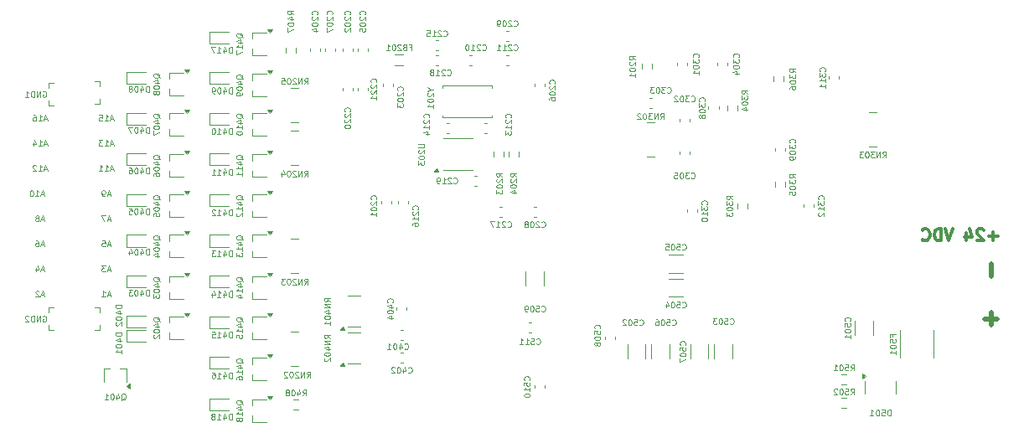
<source format=gbr>
G04 #@! TF.GenerationSoftware,KiCad,Pcbnew,8.0.1*
G04 #@! TF.CreationDate,2024-04-14T22:29:54+02:00*
G04 #@! TF.ProjectId,ETH16CDAQ1,45544831-3643-4444-9151-312e6b696361,rev?*
G04 #@! TF.SameCoordinates,Original*
G04 #@! TF.FileFunction,Legend,Bot*
G04 #@! TF.FilePolarity,Positive*
%FSLAX46Y46*%
G04 Gerber Fmt 4.6, Leading zero omitted, Abs format (unit mm)*
G04 Created by KiCad (PCBNEW 8.0.1) date 2024-04-14 22:29:54*
%MOMM*%
%LPD*%
G01*
G04 APERTURE LIST*
%ADD10C,0.100000*%
%ADD11C,0.500000*%
%ADD12C,0.120000*%
%ADD13C,0.300000*%
G04 APERTURE END LIST*
D10*
X102870000Y-88011000D02*
X102870000Y-88519000D01*
X102870000Y-112522000D02*
X102870000Y-113030000D01*
D11*
X198120000Y-112522000D02*
X198120000Y-111252000D01*
D10*
X102870000Y-89789000D02*
X102870000Y-90297000D01*
X102870000Y-113030000D02*
X103378000Y-113030000D01*
X107569000Y-113030000D02*
X108077000Y-113030000D01*
D11*
X198120000Y-107569000D02*
X198120000Y-106299000D01*
D10*
X103378000Y-110744000D02*
X102870000Y-110744000D01*
X108077000Y-87884000D02*
X107569000Y-87884000D01*
D11*
X197485000Y-111887000D02*
X198755000Y-111887000D01*
D10*
X102870000Y-110744000D02*
X102870000Y-111252000D01*
X108077000Y-110744000D02*
X107569000Y-110744000D01*
X102870000Y-90297000D02*
X103378000Y-90297000D01*
X108077000Y-113030000D02*
X108077000Y-112522000D01*
X108077000Y-90170000D02*
X108077000Y-89662000D01*
X103378000Y-88011000D02*
X102870000Y-88011000D01*
X108077000Y-111252000D02*
X108077000Y-110744000D01*
X108077000Y-88392000D02*
X108077000Y-87884000D01*
X107569000Y-90170000D02*
X108077000Y-90170000D01*
D12*
X102422767Y-104396902D02*
X102137053Y-104396902D01*
X102479910Y-104568331D02*
X102279910Y-103968331D01*
X102279910Y-103968331D02*
X102079910Y-104568331D01*
X101622767Y-103968331D02*
X101737052Y-103968331D01*
X101737052Y-103968331D02*
X101794195Y-103996902D01*
X101794195Y-103996902D02*
X101822767Y-104025474D01*
X101822767Y-104025474D02*
X101879909Y-104111188D01*
X101879909Y-104111188D02*
X101908481Y-104225474D01*
X101908481Y-104225474D02*
X101908481Y-104454045D01*
X101908481Y-104454045D02*
X101879909Y-104511188D01*
X101879909Y-104511188D02*
X101851338Y-104539760D01*
X101851338Y-104539760D02*
X101794195Y-104568331D01*
X101794195Y-104568331D02*
X101679909Y-104568331D01*
X101679909Y-104568331D02*
X101622767Y-104539760D01*
X101622767Y-104539760D02*
X101594195Y-104511188D01*
X101594195Y-104511188D02*
X101565624Y-104454045D01*
X101565624Y-104454045D02*
X101565624Y-104311188D01*
X101565624Y-104311188D02*
X101594195Y-104254045D01*
X101594195Y-104254045D02*
X101622767Y-104225474D01*
X101622767Y-104225474D02*
X101679909Y-104196902D01*
X101679909Y-104196902D02*
X101794195Y-104196902D01*
X101794195Y-104196902D02*
X101851338Y-104225474D01*
X101851338Y-104225474D02*
X101879909Y-104254045D01*
X101879909Y-104254045D02*
X101908481Y-104311188D01*
X102422767Y-109476902D02*
X102137053Y-109476902D01*
X102479910Y-109648331D02*
X102279910Y-109048331D01*
X102279910Y-109048331D02*
X102079910Y-109648331D01*
X101908481Y-109105474D02*
X101879909Y-109076902D01*
X101879909Y-109076902D02*
X101822767Y-109048331D01*
X101822767Y-109048331D02*
X101679909Y-109048331D01*
X101679909Y-109048331D02*
X101622767Y-109076902D01*
X101622767Y-109076902D02*
X101594195Y-109105474D01*
X101594195Y-109105474D02*
X101565624Y-109162617D01*
X101565624Y-109162617D02*
X101565624Y-109219760D01*
X101565624Y-109219760D02*
X101594195Y-109305474D01*
X101594195Y-109305474D02*
X101937052Y-109648331D01*
X101937052Y-109648331D02*
X101565624Y-109648331D01*
X102333910Y-88883902D02*
X102391053Y-88855331D01*
X102391053Y-88855331D02*
X102476767Y-88855331D01*
X102476767Y-88855331D02*
X102562481Y-88883902D01*
X102562481Y-88883902D02*
X102619624Y-88941045D01*
X102619624Y-88941045D02*
X102648195Y-88998188D01*
X102648195Y-88998188D02*
X102676767Y-89112474D01*
X102676767Y-89112474D02*
X102676767Y-89198188D01*
X102676767Y-89198188D02*
X102648195Y-89312474D01*
X102648195Y-89312474D02*
X102619624Y-89369617D01*
X102619624Y-89369617D02*
X102562481Y-89426760D01*
X102562481Y-89426760D02*
X102476767Y-89455331D01*
X102476767Y-89455331D02*
X102419624Y-89455331D01*
X102419624Y-89455331D02*
X102333910Y-89426760D01*
X102333910Y-89426760D02*
X102305338Y-89398188D01*
X102305338Y-89398188D02*
X102305338Y-89198188D01*
X102305338Y-89198188D02*
X102419624Y-89198188D01*
X102048195Y-89455331D02*
X102048195Y-88855331D01*
X102048195Y-88855331D02*
X101705338Y-89455331D01*
X101705338Y-89455331D02*
X101705338Y-88855331D01*
X101419624Y-89455331D02*
X101419624Y-88855331D01*
X101419624Y-88855331D02*
X101276767Y-88855331D01*
X101276767Y-88855331D02*
X101191053Y-88883902D01*
X101191053Y-88883902D02*
X101133910Y-88941045D01*
X101133910Y-88941045D02*
X101105339Y-88998188D01*
X101105339Y-88998188D02*
X101076767Y-89112474D01*
X101076767Y-89112474D02*
X101076767Y-89198188D01*
X101076767Y-89198188D02*
X101105339Y-89312474D01*
X101105339Y-89312474D02*
X101133910Y-89369617D01*
X101133910Y-89369617D02*
X101191053Y-89426760D01*
X101191053Y-89426760D02*
X101276767Y-89455331D01*
X101276767Y-89455331D02*
X101419624Y-89455331D01*
X100505339Y-89455331D02*
X100848196Y-89455331D01*
X100676767Y-89455331D02*
X100676767Y-88855331D01*
X100676767Y-88855331D02*
X100733910Y-88941045D01*
X100733910Y-88941045D02*
X100791053Y-88998188D01*
X100791053Y-88998188D02*
X100848196Y-89026760D01*
X102333910Y-111616902D02*
X102391053Y-111588331D01*
X102391053Y-111588331D02*
X102476767Y-111588331D01*
X102476767Y-111588331D02*
X102562481Y-111616902D01*
X102562481Y-111616902D02*
X102619624Y-111674045D01*
X102619624Y-111674045D02*
X102648195Y-111731188D01*
X102648195Y-111731188D02*
X102676767Y-111845474D01*
X102676767Y-111845474D02*
X102676767Y-111931188D01*
X102676767Y-111931188D02*
X102648195Y-112045474D01*
X102648195Y-112045474D02*
X102619624Y-112102617D01*
X102619624Y-112102617D02*
X102562481Y-112159760D01*
X102562481Y-112159760D02*
X102476767Y-112188331D01*
X102476767Y-112188331D02*
X102419624Y-112188331D01*
X102419624Y-112188331D02*
X102333910Y-112159760D01*
X102333910Y-112159760D02*
X102305338Y-112131188D01*
X102305338Y-112131188D02*
X102305338Y-111931188D01*
X102305338Y-111931188D02*
X102419624Y-111931188D01*
X102048195Y-112188331D02*
X102048195Y-111588331D01*
X102048195Y-111588331D02*
X101705338Y-112188331D01*
X101705338Y-112188331D02*
X101705338Y-111588331D01*
X101419624Y-112188331D02*
X101419624Y-111588331D01*
X101419624Y-111588331D02*
X101276767Y-111588331D01*
X101276767Y-111588331D02*
X101191053Y-111616902D01*
X101191053Y-111616902D02*
X101133910Y-111674045D01*
X101133910Y-111674045D02*
X101105339Y-111731188D01*
X101105339Y-111731188D02*
X101076767Y-111845474D01*
X101076767Y-111845474D02*
X101076767Y-111931188D01*
X101076767Y-111931188D02*
X101105339Y-112045474D01*
X101105339Y-112045474D02*
X101133910Y-112102617D01*
X101133910Y-112102617D02*
X101191053Y-112159760D01*
X101191053Y-112159760D02*
X101276767Y-112188331D01*
X101276767Y-112188331D02*
X101419624Y-112188331D01*
X100848196Y-111645474D02*
X100819624Y-111616902D01*
X100819624Y-111616902D02*
X100762482Y-111588331D01*
X100762482Y-111588331D02*
X100619624Y-111588331D01*
X100619624Y-111588331D02*
X100562482Y-111616902D01*
X100562482Y-111616902D02*
X100533910Y-111645474D01*
X100533910Y-111645474D02*
X100505339Y-111702617D01*
X100505339Y-111702617D02*
X100505339Y-111759760D01*
X100505339Y-111759760D02*
X100533910Y-111845474D01*
X100533910Y-111845474D02*
X100876767Y-112188331D01*
X100876767Y-112188331D02*
X100505339Y-112188331D01*
X109407767Y-94236902D02*
X109122053Y-94236902D01*
X109464910Y-94408331D02*
X109264910Y-93808331D01*
X109264910Y-93808331D02*
X109064910Y-94408331D01*
X108550624Y-94408331D02*
X108893481Y-94408331D01*
X108722052Y-94408331D02*
X108722052Y-93808331D01*
X108722052Y-93808331D02*
X108779195Y-93894045D01*
X108779195Y-93894045D02*
X108836338Y-93951188D01*
X108836338Y-93951188D02*
X108893481Y-93979760D01*
X108350623Y-93808331D02*
X107979195Y-93808331D01*
X107979195Y-93808331D02*
X108179195Y-94036902D01*
X108179195Y-94036902D02*
X108093480Y-94036902D01*
X108093480Y-94036902D02*
X108036338Y-94065474D01*
X108036338Y-94065474D02*
X108007766Y-94094045D01*
X108007766Y-94094045D02*
X107979195Y-94151188D01*
X107979195Y-94151188D02*
X107979195Y-94294045D01*
X107979195Y-94294045D02*
X108007766Y-94351188D01*
X108007766Y-94351188D02*
X108036338Y-94379760D01*
X108036338Y-94379760D02*
X108093480Y-94408331D01*
X108093480Y-94408331D02*
X108264909Y-94408331D01*
X108264909Y-94408331D02*
X108322052Y-94379760D01*
X108322052Y-94379760D02*
X108350623Y-94351188D01*
X109122053Y-99316902D02*
X108836339Y-99316902D01*
X109179196Y-99488331D02*
X108979196Y-98888331D01*
X108979196Y-98888331D02*
X108779196Y-99488331D01*
X108550624Y-99488331D02*
X108436338Y-99488331D01*
X108436338Y-99488331D02*
X108379195Y-99459760D01*
X108379195Y-99459760D02*
X108350624Y-99431188D01*
X108350624Y-99431188D02*
X108293481Y-99345474D01*
X108293481Y-99345474D02*
X108264910Y-99231188D01*
X108264910Y-99231188D02*
X108264910Y-99002617D01*
X108264910Y-99002617D02*
X108293481Y-98945474D01*
X108293481Y-98945474D02*
X108322053Y-98916902D01*
X108322053Y-98916902D02*
X108379195Y-98888331D01*
X108379195Y-98888331D02*
X108493481Y-98888331D01*
X108493481Y-98888331D02*
X108550624Y-98916902D01*
X108550624Y-98916902D02*
X108579195Y-98945474D01*
X108579195Y-98945474D02*
X108607767Y-99002617D01*
X108607767Y-99002617D02*
X108607767Y-99145474D01*
X108607767Y-99145474D02*
X108579195Y-99202617D01*
X108579195Y-99202617D02*
X108550624Y-99231188D01*
X108550624Y-99231188D02*
X108493481Y-99259760D01*
X108493481Y-99259760D02*
X108379195Y-99259760D01*
X108379195Y-99259760D02*
X108322053Y-99231188D01*
X108322053Y-99231188D02*
X108293481Y-99202617D01*
X108293481Y-99202617D02*
X108264910Y-99145474D01*
X109407767Y-91696902D02*
X109122053Y-91696902D01*
X109464910Y-91868331D02*
X109264910Y-91268331D01*
X109264910Y-91268331D02*
X109064910Y-91868331D01*
X108550624Y-91868331D02*
X108893481Y-91868331D01*
X108722052Y-91868331D02*
X108722052Y-91268331D01*
X108722052Y-91268331D02*
X108779195Y-91354045D01*
X108779195Y-91354045D02*
X108836338Y-91411188D01*
X108836338Y-91411188D02*
X108893481Y-91439760D01*
X108007766Y-91268331D02*
X108293480Y-91268331D01*
X108293480Y-91268331D02*
X108322052Y-91554045D01*
X108322052Y-91554045D02*
X108293480Y-91525474D01*
X108293480Y-91525474D02*
X108236338Y-91496902D01*
X108236338Y-91496902D02*
X108093480Y-91496902D01*
X108093480Y-91496902D02*
X108036338Y-91525474D01*
X108036338Y-91525474D02*
X108007766Y-91554045D01*
X108007766Y-91554045D02*
X107979195Y-91611188D01*
X107979195Y-91611188D02*
X107979195Y-91754045D01*
X107979195Y-91754045D02*
X108007766Y-91811188D01*
X108007766Y-91811188D02*
X108036338Y-91839760D01*
X108036338Y-91839760D02*
X108093480Y-91868331D01*
X108093480Y-91868331D02*
X108236338Y-91868331D01*
X108236338Y-91868331D02*
X108293480Y-91839760D01*
X108293480Y-91839760D02*
X108322052Y-91811188D01*
X109122053Y-101856902D02*
X108836339Y-101856902D01*
X109179196Y-102028331D02*
X108979196Y-101428331D01*
X108979196Y-101428331D02*
X108779196Y-102028331D01*
X108636338Y-101428331D02*
X108236338Y-101428331D01*
X108236338Y-101428331D02*
X108493481Y-102028331D01*
X102422767Y-106936902D02*
X102137053Y-106936902D01*
X102479910Y-107108331D02*
X102279910Y-106508331D01*
X102279910Y-106508331D02*
X102079910Y-107108331D01*
X101622767Y-106708331D02*
X101622767Y-107108331D01*
X101765624Y-106479760D02*
X101908481Y-106908331D01*
X101908481Y-106908331D02*
X101537052Y-106908331D01*
X102422767Y-99316902D02*
X102137053Y-99316902D01*
X102479910Y-99488331D02*
X102279910Y-98888331D01*
X102279910Y-98888331D02*
X102079910Y-99488331D01*
X101565624Y-99488331D02*
X101908481Y-99488331D01*
X101737052Y-99488331D02*
X101737052Y-98888331D01*
X101737052Y-98888331D02*
X101794195Y-98974045D01*
X101794195Y-98974045D02*
X101851338Y-99031188D01*
X101851338Y-99031188D02*
X101908481Y-99059760D01*
X101194195Y-98888331D02*
X101137052Y-98888331D01*
X101137052Y-98888331D02*
X101079909Y-98916902D01*
X101079909Y-98916902D02*
X101051338Y-98945474D01*
X101051338Y-98945474D02*
X101022766Y-99002617D01*
X101022766Y-99002617D02*
X100994195Y-99116902D01*
X100994195Y-99116902D02*
X100994195Y-99259760D01*
X100994195Y-99259760D02*
X101022766Y-99374045D01*
X101022766Y-99374045D02*
X101051338Y-99431188D01*
X101051338Y-99431188D02*
X101079909Y-99459760D01*
X101079909Y-99459760D02*
X101137052Y-99488331D01*
X101137052Y-99488331D02*
X101194195Y-99488331D01*
X101194195Y-99488331D02*
X101251338Y-99459760D01*
X101251338Y-99459760D02*
X101279909Y-99431188D01*
X101279909Y-99431188D02*
X101308480Y-99374045D01*
X101308480Y-99374045D02*
X101337052Y-99259760D01*
X101337052Y-99259760D02*
X101337052Y-99116902D01*
X101337052Y-99116902D02*
X101308480Y-99002617D01*
X101308480Y-99002617D02*
X101279909Y-98945474D01*
X101279909Y-98945474D02*
X101251338Y-98916902D01*
X101251338Y-98916902D02*
X101194195Y-98888331D01*
D13*
X198779917Y-103520400D02*
X197865632Y-103520400D01*
X198322774Y-103977542D02*
X198322774Y-103063257D01*
X197351346Y-102891828D02*
X197294203Y-102834685D01*
X197294203Y-102834685D02*
X197179918Y-102777542D01*
X197179918Y-102777542D02*
X196894203Y-102777542D01*
X196894203Y-102777542D02*
X196779918Y-102834685D01*
X196779918Y-102834685D02*
X196722775Y-102891828D01*
X196722775Y-102891828D02*
X196665632Y-103006114D01*
X196665632Y-103006114D02*
X196665632Y-103120400D01*
X196665632Y-103120400D02*
X196722775Y-103291828D01*
X196722775Y-103291828D02*
X197408489Y-103977542D01*
X197408489Y-103977542D02*
X196665632Y-103977542D01*
X195637061Y-103177542D02*
X195637061Y-103977542D01*
X195922775Y-102720400D02*
X196208489Y-103577542D01*
X196208489Y-103577542D02*
X195465632Y-103577542D01*
X194265632Y-102777542D02*
X193865632Y-103977542D01*
X193865632Y-103977542D02*
X193465632Y-102777542D01*
X193065632Y-103977542D02*
X193065632Y-102777542D01*
X193065632Y-102777542D02*
X192779918Y-102777542D01*
X192779918Y-102777542D02*
X192608489Y-102834685D01*
X192608489Y-102834685D02*
X192494204Y-102948971D01*
X192494204Y-102948971D02*
X192437061Y-103063257D01*
X192437061Y-103063257D02*
X192379918Y-103291828D01*
X192379918Y-103291828D02*
X192379918Y-103463257D01*
X192379918Y-103463257D02*
X192437061Y-103691828D01*
X192437061Y-103691828D02*
X192494204Y-103806114D01*
X192494204Y-103806114D02*
X192608489Y-103920400D01*
X192608489Y-103920400D02*
X192779918Y-103977542D01*
X192779918Y-103977542D02*
X193065632Y-103977542D01*
X191179918Y-103863257D02*
X191237061Y-103920400D01*
X191237061Y-103920400D02*
X191408489Y-103977542D01*
X191408489Y-103977542D02*
X191522775Y-103977542D01*
X191522775Y-103977542D02*
X191694204Y-103920400D01*
X191694204Y-103920400D02*
X191808489Y-103806114D01*
X191808489Y-103806114D02*
X191865632Y-103691828D01*
X191865632Y-103691828D02*
X191922775Y-103463257D01*
X191922775Y-103463257D02*
X191922775Y-103291828D01*
X191922775Y-103291828D02*
X191865632Y-103063257D01*
X191865632Y-103063257D02*
X191808489Y-102948971D01*
X191808489Y-102948971D02*
X191694204Y-102834685D01*
X191694204Y-102834685D02*
X191522775Y-102777542D01*
X191522775Y-102777542D02*
X191408489Y-102777542D01*
X191408489Y-102777542D02*
X191237061Y-102834685D01*
X191237061Y-102834685D02*
X191179918Y-102891828D01*
D12*
X102708481Y-94236902D02*
X102422767Y-94236902D01*
X102765624Y-94408331D02*
X102565624Y-93808331D01*
X102565624Y-93808331D02*
X102365624Y-94408331D01*
X101851338Y-94408331D02*
X102194195Y-94408331D01*
X102022766Y-94408331D02*
X102022766Y-93808331D01*
X102022766Y-93808331D02*
X102079909Y-93894045D01*
X102079909Y-93894045D02*
X102137052Y-93951188D01*
X102137052Y-93951188D02*
X102194195Y-93979760D01*
X101337052Y-94008331D02*
X101337052Y-94408331D01*
X101479909Y-93779760D02*
X101622766Y-94208331D01*
X101622766Y-94208331D02*
X101251337Y-94208331D01*
X109122053Y-106936902D02*
X108836339Y-106936902D01*
X109179196Y-107108331D02*
X108979196Y-106508331D01*
X108979196Y-106508331D02*
X108779196Y-107108331D01*
X108636338Y-106508331D02*
X108264910Y-106508331D01*
X108264910Y-106508331D02*
X108464910Y-106736902D01*
X108464910Y-106736902D02*
X108379195Y-106736902D01*
X108379195Y-106736902D02*
X108322053Y-106765474D01*
X108322053Y-106765474D02*
X108293481Y-106794045D01*
X108293481Y-106794045D02*
X108264910Y-106851188D01*
X108264910Y-106851188D02*
X108264910Y-106994045D01*
X108264910Y-106994045D02*
X108293481Y-107051188D01*
X108293481Y-107051188D02*
X108322053Y-107079760D01*
X108322053Y-107079760D02*
X108379195Y-107108331D01*
X108379195Y-107108331D02*
X108550624Y-107108331D01*
X108550624Y-107108331D02*
X108607767Y-107079760D01*
X108607767Y-107079760D02*
X108636338Y-107051188D01*
X102708481Y-96776902D02*
X102422767Y-96776902D01*
X102765624Y-96948331D02*
X102565624Y-96348331D01*
X102565624Y-96348331D02*
X102365624Y-96948331D01*
X101851338Y-96948331D02*
X102194195Y-96948331D01*
X102022766Y-96948331D02*
X102022766Y-96348331D01*
X102022766Y-96348331D02*
X102079909Y-96434045D01*
X102079909Y-96434045D02*
X102137052Y-96491188D01*
X102137052Y-96491188D02*
X102194195Y-96519760D01*
X101622766Y-96405474D02*
X101594194Y-96376902D01*
X101594194Y-96376902D02*
X101537052Y-96348331D01*
X101537052Y-96348331D02*
X101394194Y-96348331D01*
X101394194Y-96348331D02*
X101337052Y-96376902D01*
X101337052Y-96376902D02*
X101308480Y-96405474D01*
X101308480Y-96405474D02*
X101279909Y-96462617D01*
X101279909Y-96462617D02*
X101279909Y-96519760D01*
X101279909Y-96519760D02*
X101308480Y-96605474D01*
X101308480Y-96605474D02*
X101651337Y-96948331D01*
X101651337Y-96948331D02*
X101279909Y-96948331D01*
X109122053Y-109476902D02*
X108836339Y-109476902D01*
X109179196Y-109648331D02*
X108979196Y-109048331D01*
X108979196Y-109048331D02*
X108779196Y-109648331D01*
X108264910Y-109648331D02*
X108607767Y-109648331D01*
X108436338Y-109648331D02*
X108436338Y-109048331D01*
X108436338Y-109048331D02*
X108493481Y-109134045D01*
X108493481Y-109134045D02*
X108550624Y-109191188D01*
X108550624Y-109191188D02*
X108607767Y-109219760D01*
X109407767Y-96776902D02*
X109122053Y-96776902D01*
X109464910Y-96948331D02*
X109264910Y-96348331D01*
X109264910Y-96348331D02*
X109064910Y-96948331D01*
X108550624Y-96948331D02*
X108893481Y-96948331D01*
X108722052Y-96948331D02*
X108722052Y-96348331D01*
X108722052Y-96348331D02*
X108779195Y-96434045D01*
X108779195Y-96434045D02*
X108836338Y-96491188D01*
X108836338Y-96491188D02*
X108893481Y-96519760D01*
X107979195Y-96948331D02*
X108322052Y-96948331D01*
X108150623Y-96948331D02*
X108150623Y-96348331D01*
X108150623Y-96348331D02*
X108207766Y-96434045D01*
X108207766Y-96434045D02*
X108264909Y-96491188D01*
X108264909Y-96491188D02*
X108322052Y-96519760D01*
X102422767Y-101856902D02*
X102137053Y-101856902D01*
X102479910Y-102028331D02*
X102279910Y-101428331D01*
X102279910Y-101428331D02*
X102079910Y-102028331D01*
X101794195Y-101685474D02*
X101851338Y-101656902D01*
X101851338Y-101656902D02*
X101879909Y-101628331D01*
X101879909Y-101628331D02*
X101908481Y-101571188D01*
X101908481Y-101571188D02*
X101908481Y-101542617D01*
X101908481Y-101542617D02*
X101879909Y-101485474D01*
X101879909Y-101485474D02*
X101851338Y-101456902D01*
X101851338Y-101456902D02*
X101794195Y-101428331D01*
X101794195Y-101428331D02*
X101679909Y-101428331D01*
X101679909Y-101428331D02*
X101622767Y-101456902D01*
X101622767Y-101456902D02*
X101594195Y-101485474D01*
X101594195Y-101485474D02*
X101565624Y-101542617D01*
X101565624Y-101542617D02*
X101565624Y-101571188D01*
X101565624Y-101571188D02*
X101594195Y-101628331D01*
X101594195Y-101628331D02*
X101622767Y-101656902D01*
X101622767Y-101656902D02*
X101679909Y-101685474D01*
X101679909Y-101685474D02*
X101794195Y-101685474D01*
X101794195Y-101685474D02*
X101851338Y-101714045D01*
X101851338Y-101714045D02*
X101879909Y-101742617D01*
X101879909Y-101742617D02*
X101908481Y-101799760D01*
X101908481Y-101799760D02*
X101908481Y-101914045D01*
X101908481Y-101914045D02*
X101879909Y-101971188D01*
X101879909Y-101971188D02*
X101851338Y-101999760D01*
X101851338Y-101999760D02*
X101794195Y-102028331D01*
X101794195Y-102028331D02*
X101679909Y-102028331D01*
X101679909Y-102028331D02*
X101622767Y-101999760D01*
X101622767Y-101999760D02*
X101594195Y-101971188D01*
X101594195Y-101971188D02*
X101565624Y-101914045D01*
X101565624Y-101914045D02*
X101565624Y-101799760D01*
X101565624Y-101799760D02*
X101594195Y-101742617D01*
X101594195Y-101742617D02*
X101622767Y-101714045D01*
X101622767Y-101714045D02*
X101679909Y-101685474D01*
X109122053Y-104396902D02*
X108836339Y-104396902D01*
X109179196Y-104568331D02*
X108979196Y-103968331D01*
X108979196Y-103968331D02*
X108779196Y-104568331D01*
X108293481Y-103968331D02*
X108579195Y-103968331D01*
X108579195Y-103968331D02*
X108607767Y-104254045D01*
X108607767Y-104254045D02*
X108579195Y-104225474D01*
X108579195Y-104225474D02*
X108522053Y-104196902D01*
X108522053Y-104196902D02*
X108379195Y-104196902D01*
X108379195Y-104196902D02*
X108322053Y-104225474D01*
X108322053Y-104225474D02*
X108293481Y-104254045D01*
X108293481Y-104254045D02*
X108264910Y-104311188D01*
X108264910Y-104311188D02*
X108264910Y-104454045D01*
X108264910Y-104454045D02*
X108293481Y-104511188D01*
X108293481Y-104511188D02*
X108322053Y-104539760D01*
X108322053Y-104539760D02*
X108379195Y-104568331D01*
X108379195Y-104568331D02*
X108522053Y-104568331D01*
X108522053Y-104568331D02*
X108579195Y-104539760D01*
X108579195Y-104539760D02*
X108607767Y-104511188D01*
X102708481Y-91696902D02*
X102422767Y-91696902D01*
X102765624Y-91868331D02*
X102565624Y-91268331D01*
X102565624Y-91268331D02*
X102365624Y-91868331D01*
X101851338Y-91868331D02*
X102194195Y-91868331D01*
X102022766Y-91868331D02*
X102022766Y-91268331D01*
X102022766Y-91268331D02*
X102079909Y-91354045D01*
X102079909Y-91354045D02*
X102137052Y-91411188D01*
X102137052Y-91411188D02*
X102194195Y-91439760D01*
X101337052Y-91268331D02*
X101451337Y-91268331D01*
X101451337Y-91268331D02*
X101508480Y-91296902D01*
X101508480Y-91296902D02*
X101537052Y-91325474D01*
X101537052Y-91325474D02*
X101594194Y-91411188D01*
X101594194Y-91411188D02*
X101622766Y-91525474D01*
X101622766Y-91525474D02*
X101622766Y-91754045D01*
X101622766Y-91754045D02*
X101594194Y-91811188D01*
X101594194Y-91811188D02*
X101565623Y-91839760D01*
X101565623Y-91839760D02*
X101508480Y-91868331D01*
X101508480Y-91868331D02*
X101394194Y-91868331D01*
X101394194Y-91868331D02*
X101337052Y-91839760D01*
X101337052Y-91839760D02*
X101308480Y-91811188D01*
X101308480Y-91811188D02*
X101279909Y-91754045D01*
X101279909Y-91754045D02*
X101279909Y-91611188D01*
X101279909Y-91611188D02*
X101308480Y-91554045D01*
X101308480Y-91554045D02*
X101337052Y-91525474D01*
X101337052Y-91525474D02*
X101394194Y-91496902D01*
X101394194Y-91496902D02*
X101508480Y-91496902D01*
X101508480Y-91496902D02*
X101565623Y-91525474D01*
X101565623Y-91525474D02*
X101594194Y-91554045D01*
X101594194Y-91554045D02*
X101622766Y-91611188D01*
X149896428Y-82256188D02*
X149925000Y-82284760D01*
X149925000Y-82284760D02*
X150010714Y-82313331D01*
X150010714Y-82313331D02*
X150067857Y-82313331D01*
X150067857Y-82313331D02*
X150153571Y-82284760D01*
X150153571Y-82284760D02*
X150210714Y-82227617D01*
X150210714Y-82227617D02*
X150239285Y-82170474D01*
X150239285Y-82170474D02*
X150267857Y-82056188D01*
X150267857Y-82056188D02*
X150267857Y-81970474D01*
X150267857Y-81970474D02*
X150239285Y-81856188D01*
X150239285Y-81856188D02*
X150210714Y-81799045D01*
X150210714Y-81799045D02*
X150153571Y-81741902D01*
X150153571Y-81741902D02*
X150067857Y-81713331D01*
X150067857Y-81713331D02*
X150010714Y-81713331D01*
X150010714Y-81713331D02*
X149925000Y-81741902D01*
X149925000Y-81741902D02*
X149896428Y-81770474D01*
X149667857Y-81770474D02*
X149639285Y-81741902D01*
X149639285Y-81741902D02*
X149582143Y-81713331D01*
X149582143Y-81713331D02*
X149439285Y-81713331D01*
X149439285Y-81713331D02*
X149382143Y-81741902D01*
X149382143Y-81741902D02*
X149353571Y-81770474D01*
X149353571Y-81770474D02*
X149325000Y-81827617D01*
X149325000Y-81827617D02*
X149325000Y-81884760D01*
X149325000Y-81884760D02*
X149353571Y-81970474D01*
X149353571Y-81970474D02*
X149696428Y-82313331D01*
X149696428Y-82313331D02*
X149325000Y-82313331D01*
X148953571Y-81713331D02*
X148896428Y-81713331D01*
X148896428Y-81713331D02*
X148839285Y-81741902D01*
X148839285Y-81741902D02*
X148810714Y-81770474D01*
X148810714Y-81770474D02*
X148782142Y-81827617D01*
X148782142Y-81827617D02*
X148753571Y-81941902D01*
X148753571Y-81941902D02*
X148753571Y-82084760D01*
X148753571Y-82084760D02*
X148782142Y-82199045D01*
X148782142Y-82199045D02*
X148810714Y-82256188D01*
X148810714Y-82256188D02*
X148839285Y-82284760D01*
X148839285Y-82284760D02*
X148896428Y-82313331D01*
X148896428Y-82313331D02*
X148953571Y-82313331D01*
X148953571Y-82313331D02*
X149010714Y-82284760D01*
X149010714Y-82284760D02*
X149039285Y-82256188D01*
X149039285Y-82256188D02*
X149067856Y-82199045D01*
X149067856Y-82199045D02*
X149096428Y-82084760D01*
X149096428Y-82084760D02*
X149096428Y-81941902D01*
X149096428Y-81941902D02*
X149067856Y-81827617D01*
X149067856Y-81827617D02*
X149039285Y-81770474D01*
X149039285Y-81770474D02*
X149010714Y-81741902D01*
X149010714Y-81741902D02*
X148953571Y-81713331D01*
X148467856Y-82313331D02*
X148353570Y-82313331D01*
X148353570Y-82313331D02*
X148296427Y-82284760D01*
X148296427Y-82284760D02*
X148267856Y-82256188D01*
X148267856Y-82256188D02*
X148210713Y-82170474D01*
X148210713Y-82170474D02*
X148182142Y-82056188D01*
X148182142Y-82056188D02*
X148182142Y-81827617D01*
X148182142Y-81827617D02*
X148210713Y-81770474D01*
X148210713Y-81770474D02*
X148239285Y-81741902D01*
X148239285Y-81741902D02*
X148296427Y-81713331D01*
X148296427Y-81713331D02*
X148410713Y-81713331D01*
X148410713Y-81713331D02*
X148467856Y-81741902D01*
X148467856Y-81741902D02*
X148496427Y-81770474D01*
X148496427Y-81770474D02*
X148524999Y-81827617D01*
X148524999Y-81827617D02*
X148524999Y-81970474D01*
X148524999Y-81970474D02*
X148496427Y-82027617D01*
X148496427Y-82027617D02*
X148467856Y-82056188D01*
X148467856Y-82056188D02*
X148410713Y-82084760D01*
X148410713Y-82084760D02*
X148296427Y-82084760D01*
X148296427Y-82084760D02*
X148239285Y-82056188D01*
X148239285Y-82056188D02*
X148210713Y-82027617D01*
X148210713Y-82027617D02*
X148182142Y-81970474D01*
X131505688Y-81116571D02*
X131534260Y-81087999D01*
X131534260Y-81087999D02*
X131562831Y-81002285D01*
X131562831Y-81002285D02*
X131562831Y-80945142D01*
X131562831Y-80945142D02*
X131534260Y-80859428D01*
X131534260Y-80859428D02*
X131477117Y-80802285D01*
X131477117Y-80802285D02*
X131419974Y-80773714D01*
X131419974Y-80773714D02*
X131305688Y-80745142D01*
X131305688Y-80745142D02*
X131219974Y-80745142D01*
X131219974Y-80745142D02*
X131105688Y-80773714D01*
X131105688Y-80773714D02*
X131048545Y-80802285D01*
X131048545Y-80802285D02*
X130991402Y-80859428D01*
X130991402Y-80859428D02*
X130962831Y-80945142D01*
X130962831Y-80945142D02*
X130962831Y-81002285D01*
X130962831Y-81002285D02*
X130991402Y-81087999D01*
X130991402Y-81087999D02*
X131019974Y-81116571D01*
X131019974Y-81345142D02*
X130991402Y-81373714D01*
X130991402Y-81373714D02*
X130962831Y-81430857D01*
X130962831Y-81430857D02*
X130962831Y-81573714D01*
X130962831Y-81573714D02*
X130991402Y-81630857D01*
X130991402Y-81630857D02*
X131019974Y-81659428D01*
X131019974Y-81659428D02*
X131077117Y-81687999D01*
X131077117Y-81687999D02*
X131134260Y-81687999D01*
X131134260Y-81687999D02*
X131219974Y-81659428D01*
X131219974Y-81659428D02*
X131562831Y-81316571D01*
X131562831Y-81316571D02*
X131562831Y-81687999D01*
X130962831Y-82059428D02*
X130962831Y-82116571D01*
X130962831Y-82116571D02*
X130991402Y-82173714D01*
X130991402Y-82173714D02*
X131019974Y-82202286D01*
X131019974Y-82202286D02*
X131077117Y-82230857D01*
X131077117Y-82230857D02*
X131191402Y-82259428D01*
X131191402Y-82259428D02*
X131334260Y-82259428D01*
X131334260Y-82259428D02*
X131448545Y-82230857D01*
X131448545Y-82230857D02*
X131505688Y-82202286D01*
X131505688Y-82202286D02*
X131534260Y-82173714D01*
X131534260Y-82173714D02*
X131562831Y-82116571D01*
X131562831Y-82116571D02*
X131562831Y-82059428D01*
X131562831Y-82059428D02*
X131534260Y-82002286D01*
X131534260Y-82002286D02*
X131505688Y-81973714D01*
X131505688Y-81973714D02*
X131448545Y-81945143D01*
X131448545Y-81945143D02*
X131334260Y-81916571D01*
X131334260Y-81916571D02*
X131191402Y-81916571D01*
X131191402Y-81916571D02*
X131077117Y-81945143D01*
X131077117Y-81945143D02*
X131019974Y-81973714D01*
X131019974Y-81973714D02*
X130991402Y-82002286D01*
X130991402Y-82002286D02*
X130962831Y-82059428D01*
X130962831Y-82459429D02*
X130962831Y-82859429D01*
X130962831Y-82859429D02*
X131562831Y-82602286D01*
X114120474Y-91573428D02*
X114091902Y-91516285D01*
X114091902Y-91516285D02*
X114034760Y-91459142D01*
X114034760Y-91459142D02*
X113949045Y-91373428D01*
X113949045Y-91373428D02*
X113920474Y-91316285D01*
X113920474Y-91316285D02*
X113920474Y-91259142D01*
X114063331Y-91287713D02*
X114034760Y-91230571D01*
X114034760Y-91230571D02*
X113977617Y-91173428D01*
X113977617Y-91173428D02*
X113863331Y-91144856D01*
X113863331Y-91144856D02*
X113663331Y-91144856D01*
X113663331Y-91144856D02*
X113549045Y-91173428D01*
X113549045Y-91173428D02*
X113491902Y-91230571D01*
X113491902Y-91230571D02*
X113463331Y-91287713D01*
X113463331Y-91287713D02*
X113463331Y-91401999D01*
X113463331Y-91401999D02*
X113491902Y-91459142D01*
X113491902Y-91459142D02*
X113549045Y-91516285D01*
X113549045Y-91516285D02*
X113663331Y-91544856D01*
X113663331Y-91544856D02*
X113863331Y-91544856D01*
X113863331Y-91544856D02*
X113977617Y-91516285D01*
X113977617Y-91516285D02*
X114034760Y-91459142D01*
X114034760Y-91459142D02*
X114063331Y-91401999D01*
X114063331Y-91401999D02*
X114063331Y-91287713D01*
X113663331Y-92059142D02*
X114063331Y-92059142D01*
X113434760Y-91916284D02*
X113863331Y-91773427D01*
X113863331Y-91773427D02*
X113863331Y-92144856D01*
X113463331Y-92487713D02*
X113463331Y-92544856D01*
X113463331Y-92544856D02*
X113491902Y-92601999D01*
X113491902Y-92601999D02*
X113520474Y-92630571D01*
X113520474Y-92630571D02*
X113577617Y-92659142D01*
X113577617Y-92659142D02*
X113691902Y-92687713D01*
X113691902Y-92687713D02*
X113834760Y-92687713D01*
X113834760Y-92687713D02*
X113949045Y-92659142D01*
X113949045Y-92659142D02*
X114006188Y-92630571D01*
X114006188Y-92630571D02*
X114034760Y-92601999D01*
X114034760Y-92601999D02*
X114063331Y-92544856D01*
X114063331Y-92544856D02*
X114063331Y-92487713D01*
X114063331Y-92487713D02*
X114034760Y-92430571D01*
X114034760Y-92430571D02*
X114006188Y-92401999D01*
X114006188Y-92401999D02*
X113949045Y-92373428D01*
X113949045Y-92373428D02*
X113834760Y-92344856D01*
X113834760Y-92344856D02*
X113691902Y-92344856D01*
X113691902Y-92344856D02*
X113577617Y-92373428D01*
X113577617Y-92373428D02*
X113520474Y-92401999D01*
X113520474Y-92401999D02*
X113491902Y-92430571D01*
X113491902Y-92430571D02*
X113463331Y-92487713D01*
X113463331Y-92887714D02*
X113463331Y-93287714D01*
X113463331Y-93287714D02*
X114063331Y-93030571D01*
X171740428Y-112355188D02*
X171769000Y-112383760D01*
X171769000Y-112383760D02*
X171854714Y-112412331D01*
X171854714Y-112412331D02*
X171911857Y-112412331D01*
X171911857Y-112412331D02*
X171997571Y-112383760D01*
X171997571Y-112383760D02*
X172054714Y-112326617D01*
X172054714Y-112326617D02*
X172083285Y-112269474D01*
X172083285Y-112269474D02*
X172111857Y-112155188D01*
X172111857Y-112155188D02*
X172111857Y-112069474D01*
X172111857Y-112069474D02*
X172083285Y-111955188D01*
X172083285Y-111955188D02*
X172054714Y-111898045D01*
X172054714Y-111898045D02*
X171997571Y-111840902D01*
X171997571Y-111840902D02*
X171911857Y-111812331D01*
X171911857Y-111812331D02*
X171854714Y-111812331D01*
X171854714Y-111812331D02*
X171769000Y-111840902D01*
X171769000Y-111840902D02*
X171740428Y-111869474D01*
X171197571Y-111812331D02*
X171483285Y-111812331D01*
X171483285Y-111812331D02*
X171511857Y-112098045D01*
X171511857Y-112098045D02*
X171483285Y-112069474D01*
X171483285Y-112069474D02*
X171426143Y-112040902D01*
X171426143Y-112040902D02*
X171283285Y-112040902D01*
X171283285Y-112040902D02*
X171226143Y-112069474D01*
X171226143Y-112069474D02*
X171197571Y-112098045D01*
X171197571Y-112098045D02*
X171169000Y-112155188D01*
X171169000Y-112155188D02*
X171169000Y-112298045D01*
X171169000Y-112298045D02*
X171197571Y-112355188D01*
X171197571Y-112355188D02*
X171226143Y-112383760D01*
X171226143Y-112383760D02*
X171283285Y-112412331D01*
X171283285Y-112412331D02*
X171426143Y-112412331D01*
X171426143Y-112412331D02*
X171483285Y-112383760D01*
X171483285Y-112383760D02*
X171511857Y-112355188D01*
X170797571Y-111812331D02*
X170740428Y-111812331D01*
X170740428Y-111812331D02*
X170683285Y-111840902D01*
X170683285Y-111840902D02*
X170654714Y-111869474D01*
X170654714Y-111869474D02*
X170626142Y-111926617D01*
X170626142Y-111926617D02*
X170597571Y-112040902D01*
X170597571Y-112040902D02*
X170597571Y-112183760D01*
X170597571Y-112183760D02*
X170626142Y-112298045D01*
X170626142Y-112298045D02*
X170654714Y-112355188D01*
X170654714Y-112355188D02*
X170683285Y-112383760D01*
X170683285Y-112383760D02*
X170740428Y-112412331D01*
X170740428Y-112412331D02*
X170797571Y-112412331D01*
X170797571Y-112412331D02*
X170854714Y-112383760D01*
X170854714Y-112383760D02*
X170883285Y-112355188D01*
X170883285Y-112355188D02*
X170911856Y-112298045D01*
X170911856Y-112298045D02*
X170940428Y-112183760D01*
X170940428Y-112183760D02*
X170940428Y-112040902D01*
X170940428Y-112040902D02*
X170911856Y-111926617D01*
X170911856Y-111926617D02*
X170883285Y-111869474D01*
X170883285Y-111869474D02*
X170854714Y-111840902D01*
X170854714Y-111840902D02*
X170797571Y-111812331D01*
X170397570Y-111812331D02*
X170026142Y-111812331D01*
X170026142Y-111812331D02*
X170226142Y-112040902D01*
X170226142Y-112040902D02*
X170140427Y-112040902D01*
X170140427Y-112040902D02*
X170083285Y-112069474D01*
X170083285Y-112069474D02*
X170054713Y-112098045D01*
X170054713Y-112098045D02*
X170026142Y-112155188D01*
X170026142Y-112155188D02*
X170026142Y-112298045D01*
X170026142Y-112298045D02*
X170054713Y-112355188D01*
X170054713Y-112355188D02*
X170083285Y-112383760D01*
X170083285Y-112383760D02*
X170140427Y-112412331D01*
X170140427Y-112412331D02*
X170311856Y-112412331D01*
X170311856Y-112412331D02*
X170368999Y-112383760D01*
X170368999Y-112383760D02*
X170397570Y-112355188D01*
X152690428Y-102576188D02*
X152719000Y-102604760D01*
X152719000Y-102604760D02*
X152804714Y-102633331D01*
X152804714Y-102633331D02*
X152861857Y-102633331D01*
X152861857Y-102633331D02*
X152947571Y-102604760D01*
X152947571Y-102604760D02*
X153004714Y-102547617D01*
X153004714Y-102547617D02*
X153033285Y-102490474D01*
X153033285Y-102490474D02*
X153061857Y-102376188D01*
X153061857Y-102376188D02*
X153061857Y-102290474D01*
X153061857Y-102290474D02*
X153033285Y-102176188D01*
X153033285Y-102176188D02*
X153004714Y-102119045D01*
X153004714Y-102119045D02*
X152947571Y-102061902D01*
X152947571Y-102061902D02*
X152861857Y-102033331D01*
X152861857Y-102033331D02*
X152804714Y-102033331D01*
X152804714Y-102033331D02*
X152719000Y-102061902D01*
X152719000Y-102061902D02*
X152690428Y-102090474D01*
X152461857Y-102090474D02*
X152433285Y-102061902D01*
X152433285Y-102061902D02*
X152376143Y-102033331D01*
X152376143Y-102033331D02*
X152233285Y-102033331D01*
X152233285Y-102033331D02*
X152176143Y-102061902D01*
X152176143Y-102061902D02*
X152147571Y-102090474D01*
X152147571Y-102090474D02*
X152119000Y-102147617D01*
X152119000Y-102147617D02*
X152119000Y-102204760D01*
X152119000Y-102204760D02*
X152147571Y-102290474D01*
X152147571Y-102290474D02*
X152490428Y-102633331D01*
X152490428Y-102633331D02*
X152119000Y-102633331D01*
X151747571Y-102033331D02*
X151690428Y-102033331D01*
X151690428Y-102033331D02*
X151633285Y-102061902D01*
X151633285Y-102061902D02*
X151604714Y-102090474D01*
X151604714Y-102090474D02*
X151576142Y-102147617D01*
X151576142Y-102147617D02*
X151547571Y-102261902D01*
X151547571Y-102261902D02*
X151547571Y-102404760D01*
X151547571Y-102404760D02*
X151576142Y-102519045D01*
X151576142Y-102519045D02*
X151604714Y-102576188D01*
X151604714Y-102576188D02*
X151633285Y-102604760D01*
X151633285Y-102604760D02*
X151690428Y-102633331D01*
X151690428Y-102633331D02*
X151747571Y-102633331D01*
X151747571Y-102633331D02*
X151804714Y-102604760D01*
X151804714Y-102604760D02*
X151833285Y-102576188D01*
X151833285Y-102576188D02*
X151861856Y-102519045D01*
X151861856Y-102519045D02*
X151890428Y-102404760D01*
X151890428Y-102404760D02*
X151890428Y-102261902D01*
X151890428Y-102261902D02*
X151861856Y-102147617D01*
X151861856Y-102147617D02*
X151833285Y-102090474D01*
X151833285Y-102090474D02*
X151804714Y-102061902D01*
X151804714Y-102061902D02*
X151747571Y-102033331D01*
X151204713Y-102290474D02*
X151261856Y-102261902D01*
X151261856Y-102261902D02*
X151290427Y-102233331D01*
X151290427Y-102233331D02*
X151318999Y-102176188D01*
X151318999Y-102176188D02*
X151318999Y-102147617D01*
X151318999Y-102147617D02*
X151290427Y-102090474D01*
X151290427Y-102090474D02*
X151261856Y-102061902D01*
X151261856Y-102061902D02*
X151204713Y-102033331D01*
X151204713Y-102033331D02*
X151090427Y-102033331D01*
X151090427Y-102033331D02*
X151033285Y-102061902D01*
X151033285Y-102061902D02*
X151004713Y-102090474D01*
X151004713Y-102090474D02*
X150976142Y-102147617D01*
X150976142Y-102147617D02*
X150976142Y-102176188D01*
X150976142Y-102176188D02*
X151004713Y-102233331D01*
X151004713Y-102233331D02*
X151033285Y-102261902D01*
X151033285Y-102261902D02*
X151090427Y-102290474D01*
X151090427Y-102290474D02*
X151204713Y-102290474D01*
X151204713Y-102290474D02*
X151261856Y-102319045D01*
X151261856Y-102319045D02*
X151290427Y-102347617D01*
X151290427Y-102347617D02*
X151318999Y-102404760D01*
X151318999Y-102404760D02*
X151318999Y-102519045D01*
X151318999Y-102519045D02*
X151290427Y-102576188D01*
X151290427Y-102576188D02*
X151261856Y-102604760D01*
X151261856Y-102604760D02*
X151204713Y-102633331D01*
X151204713Y-102633331D02*
X151090427Y-102633331D01*
X151090427Y-102633331D02*
X151033285Y-102604760D01*
X151033285Y-102604760D02*
X151004713Y-102576188D01*
X151004713Y-102576188D02*
X150976142Y-102519045D01*
X150976142Y-102519045D02*
X150976142Y-102404760D01*
X150976142Y-102404760D02*
X151004713Y-102347617D01*
X151004713Y-102347617D02*
X151033285Y-102319045D01*
X151033285Y-102319045D02*
X151090427Y-102290474D01*
X133310188Y-90895571D02*
X133338760Y-90866999D01*
X133338760Y-90866999D02*
X133367331Y-90781285D01*
X133367331Y-90781285D02*
X133367331Y-90724142D01*
X133367331Y-90724142D02*
X133338760Y-90638428D01*
X133338760Y-90638428D02*
X133281617Y-90581285D01*
X133281617Y-90581285D02*
X133224474Y-90552714D01*
X133224474Y-90552714D02*
X133110188Y-90524142D01*
X133110188Y-90524142D02*
X133024474Y-90524142D01*
X133024474Y-90524142D02*
X132910188Y-90552714D01*
X132910188Y-90552714D02*
X132853045Y-90581285D01*
X132853045Y-90581285D02*
X132795902Y-90638428D01*
X132795902Y-90638428D02*
X132767331Y-90724142D01*
X132767331Y-90724142D02*
X132767331Y-90781285D01*
X132767331Y-90781285D02*
X132795902Y-90866999D01*
X132795902Y-90866999D02*
X132824474Y-90895571D01*
X132824474Y-91124142D02*
X132795902Y-91152714D01*
X132795902Y-91152714D02*
X132767331Y-91209857D01*
X132767331Y-91209857D02*
X132767331Y-91352714D01*
X132767331Y-91352714D02*
X132795902Y-91409857D01*
X132795902Y-91409857D02*
X132824474Y-91438428D01*
X132824474Y-91438428D02*
X132881617Y-91466999D01*
X132881617Y-91466999D02*
X132938760Y-91466999D01*
X132938760Y-91466999D02*
X133024474Y-91438428D01*
X133024474Y-91438428D02*
X133367331Y-91095571D01*
X133367331Y-91095571D02*
X133367331Y-91466999D01*
X132824474Y-91695571D02*
X132795902Y-91724143D01*
X132795902Y-91724143D02*
X132767331Y-91781286D01*
X132767331Y-91781286D02*
X132767331Y-91924143D01*
X132767331Y-91924143D02*
X132795902Y-91981286D01*
X132795902Y-91981286D02*
X132824474Y-92009857D01*
X132824474Y-92009857D02*
X132881617Y-92038428D01*
X132881617Y-92038428D02*
X132938760Y-92038428D01*
X132938760Y-92038428D02*
X133024474Y-92009857D01*
X133024474Y-92009857D02*
X133367331Y-91667000D01*
X133367331Y-91667000D02*
X133367331Y-92038428D01*
X132767331Y-92409857D02*
X132767331Y-92467000D01*
X132767331Y-92467000D02*
X132795902Y-92524143D01*
X132795902Y-92524143D02*
X132824474Y-92552715D01*
X132824474Y-92552715D02*
X132881617Y-92581286D01*
X132881617Y-92581286D02*
X132995902Y-92609857D01*
X132995902Y-92609857D02*
X133138760Y-92609857D01*
X133138760Y-92609857D02*
X133253045Y-92581286D01*
X133253045Y-92581286D02*
X133310188Y-92552715D01*
X133310188Y-92552715D02*
X133338760Y-92524143D01*
X133338760Y-92524143D02*
X133367331Y-92467000D01*
X133367331Y-92467000D02*
X133367331Y-92409857D01*
X133367331Y-92409857D02*
X133338760Y-92352715D01*
X133338760Y-92352715D02*
X133310188Y-92324143D01*
X133310188Y-92324143D02*
X133253045Y-92295572D01*
X133253045Y-92295572D02*
X133138760Y-92267000D01*
X133138760Y-92267000D02*
X132995902Y-92267000D01*
X132995902Y-92267000D02*
X132881617Y-92295572D01*
X132881617Y-92295572D02*
X132824474Y-92324143D01*
X132824474Y-92324143D02*
X132795902Y-92352715D01*
X132795902Y-92352715D02*
X132767331Y-92409857D01*
X121418685Y-117898731D02*
X121418685Y-117298731D01*
X121418685Y-117298731D02*
X121275828Y-117298731D01*
X121275828Y-117298731D02*
X121190114Y-117327302D01*
X121190114Y-117327302D02*
X121132971Y-117384445D01*
X121132971Y-117384445D02*
X121104400Y-117441588D01*
X121104400Y-117441588D02*
X121075828Y-117555874D01*
X121075828Y-117555874D02*
X121075828Y-117641588D01*
X121075828Y-117641588D02*
X121104400Y-117755874D01*
X121104400Y-117755874D02*
X121132971Y-117813017D01*
X121132971Y-117813017D02*
X121190114Y-117870160D01*
X121190114Y-117870160D02*
X121275828Y-117898731D01*
X121275828Y-117898731D02*
X121418685Y-117898731D01*
X120561543Y-117498731D02*
X120561543Y-117898731D01*
X120704400Y-117270160D02*
X120847257Y-117698731D01*
X120847257Y-117698731D02*
X120475828Y-117698731D01*
X119932971Y-117898731D02*
X120275828Y-117898731D01*
X120104399Y-117898731D02*
X120104399Y-117298731D01*
X120104399Y-117298731D02*
X120161542Y-117384445D01*
X120161542Y-117384445D02*
X120218685Y-117441588D01*
X120218685Y-117441588D02*
X120275828Y-117470160D01*
X119418685Y-117298731D02*
X119532970Y-117298731D01*
X119532970Y-117298731D02*
X119590113Y-117327302D01*
X119590113Y-117327302D02*
X119618685Y-117355874D01*
X119618685Y-117355874D02*
X119675827Y-117441588D01*
X119675827Y-117441588D02*
X119704399Y-117555874D01*
X119704399Y-117555874D02*
X119704399Y-117784445D01*
X119704399Y-117784445D02*
X119675827Y-117841588D01*
X119675827Y-117841588D02*
X119647256Y-117870160D01*
X119647256Y-117870160D02*
X119590113Y-117898731D01*
X119590113Y-117898731D02*
X119475827Y-117898731D01*
X119475827Y-117898731D02*
X119418685Y-117870160D01*
X119418685Y-117870160D02*
X119390113Y-117841588D01*
X119390113Y-117841588D02*
X119361542Y-117784445D01*
X119361542Y-117784445D02*
X119361542Y-117641588D01*
X119361542Y-117641588D02*
X119390113Y-117584445D01*
X119390113Y-117584445D02*
X119418685Y-117555874D01*
X119418685Y-117555874D02*
X119475827Y-117527302D01*
X119475827Y-117527302D02*
X119590113Y-117527302D01*
X119590113Y-117527302D02*
X119647256Y-117555874D01*
X119647256Y-117555874D02*
X119675827Y-117584445D01*
X119675827Y-117584445D02*
X119704399Y-117641588D01*
X142784428Y-83272188D02*
X142813000Y-83300760D01*
X142813000Y-83300760D02*
X142898714Y-83329331D01*
X142898714Y-83329331D02*
X142955857Y-83329331D01*
X142955857Y-83329331D02*
X143041571Y-83300760D01*
X143041571Y-83300760D02*
X143098714Y-83243617D01*
X143098714Y-83243617D02*
X143127285Y-83186474D01*
X143127285Y-83186474D02*
X143155857Y-83072188D01*
X143155857Y-83072188D02*
X143155857Y-82986474D01*
X143155857Y-82986474D02*
X143127285Y-82872188D01*
X143127285Y-82872188D02*
X143098714Y-82815045D01*
X143098714Y-82815045D02*
X143041571Y-82757902D01*
X143041571Y-82757902D02*
X142955857Y-82729331D01*
X142955857Y-82729331D02*
X142898714Y-82729331D01*
X142898714Y-82729331D02*
X142813000Y-82757902D01*
X142813000Y-82757902D02*
X142784428Y-82786474D01*
X142555857Y-82786474D02*
X142527285Y-82757902D01*
X142527285Y-82757902D02*
X142470143Y-82729331D01*
X142470143Y-82729331D02*
X142327285Y-82729331D01*
X142327285Y-82729331D02*
X142270143Y-82757902D01*
X142270143Y-82757902D02*
X142241571Y-82786474D01*
X142241571Y-82786474D02*
X142213000Y-82843617D01*
X142213000Y-82843617D02*
X142213000Y-82900760D01*
X142213000Y-82900760D02*
X142241571Y-82986474D01*
X142241571Y-82986474D02*
X142584428Y-83329331D01*
X142584428Y-83329331D02*
X142213000Y-83329331D01*
X141641571Y-83329331D02*
X141984428Y-83329331D01*
X141812999Y-83329331D02*
X141812999Y-82729331D01*
X141812999Y-82729331D02*
X141870142Y-82815045D01*
X141870142Y-82815045D02*
X141927285Y-82872188D01*
X141927285Y-82872188D02*
X141984428Y-82900760D01*
X141098713Y-82729331D02*
X141384427Y-82729331D01*
X141384427Y-82729331D02*
X141412999Y-83015045D01*
X141412999Y-83015045D02*
X141384427Y-82986474D01*
X141384427Y-82986474D02*
X141327285Y-82957902D01*
X141327285Y-82957902D02*
X141184427Y-82957902D01*
X141184427Y-82957902D02*
X141127285Y-82986474D01*
X141127285Y-82986474D02*
X141098713Y-83015045D01*
X141098713Y-83015045D02*
X141070142Y-83072188D01*
X141070142Y-83072188D02*
X141070142Y-83215045D01*
X141070142Y-83215045D02*
X141098713Y-83272188D01*
X141098713Y-83272188D02*
X141127285Y-83300760D01*
X141127285Y-83300760D02*
X141184427Y-83329331D01*
X141184427Y-83329331D02*
X141327285Y-83329331D01*
X141327285Y-83329331D02*
X141384427Y-83300760D01*
X141384427Y-83300760D02*
X141412999Y-83272188D01*
X114120474Y-103892428D02*
X114091902Y-103835285D01*
X114091902Y-103835285D02*
X114034760Y-103778142D01*
X114034760Y-103778142D02*
X113949045Y-103692428D01*
X113949045Y-103692428D02*
X113920474Y-103635285D01*
X113920474Y-103635285D02*
X113920474Y-103578142D01*
X114063331Y-103606713D02*
X114034760Y-103549571D01*
X114034760Y-103549571D02*
X113977617Y-103492428D01*
X113977617Y-103492428D02*
X113863331Y-103463856D01*
X113863331Y-103463856D02*
X113663331Y-103463856D01*
X113663331Y-103463856D02*
X113549045Y-103492428D01*
X113549045Y-103492428D02*
X113491902Y-103549571D01*
X113491902Y-103549571D02*
X113463331Y-103606713D01*
X113463331Y-103606713D02*
X113463331Y-103720999D01*
X113463331Y-103720999D02*
X113491902Y-103778142D01*
X113491902Y-103778142D02*
X113549045Y-103835285D01*
X113549045Y-103835285D02*
X113663331Y-103863856D01*
X113663331Y-103863856D02*
X113863331Y-103863856D01*
X113863331Y-103863856D02*
X113977617Y-103835285D01*
X113977617Y-103835285D02*
X114034760Y-103778142D01*
X114034760Y-103778142D02*
X114063331Y-103720999D01*
X114063331Y-103720999D02*
X114063331Y-103606713D01*
X113663331Y-104378142D02*
X114063331Y-104378142D01*
X113434760Y-104235284D02*
X113863331Y-104092427D01*
X113863331Y-104092427D02*
X113863331Y-104463856D01*
X113463331Y-104806713D02*
X113463331Y-104863856D01*
X113463331Y-104863856D02*
X113491902Y-104920999D01*
X113491902Y-104920999D02*
X113520474Y-104949571D01*
X113520474Y-104949571D02*
X113577617Y-104978142D01*
X113577617Y-104978142D02*
X113691902Y-105006713D01*
X113691902Y-105006713D02*
X113834760Y-105006713D01*
X113834760Y-105006713D02*
X113949045Y-104978142D01*
X113949045Y-104978142D02*
X114006188Y-104949571D01*
X114006188Y-104949571D02*
X114034760Y-104920999D01*
X114034760Y-104920999D02*
X114063331Y-104863856D01*
X114063331Y-104863856D02*
X114063331Y-104806713D01*
X114063331Y-104806713D02*
X114034760Y-104749571D01*
X114034760Y-104749571D02*
X114006188Y-104720999D01*
X114006188Y-104720999D02*
X113949045Y-104692428D01*
X113949045Y-104692428D02*
X113834760Y-104663856D01*
X113834760Y-104663856D02*
X113691902Y-104663856D01*
X113691902Y-104663856D02*
X113577617Y-104692428D01*
X113577617Y-104692428D02*
X113520474Y-104720999D01*
X113520474Y-104720999D02*
X113491902Y-104749571D01*
X113491902Y-104749571D02*
X113463331Y-104806713D01*
X113663331Y-105521000D02*
X114063331Y-105521000D01*
X113434760Y-105378142D02*
X113863331Y-105235285D01*
X113863331Y-105235285D02*
X113863331Y-105606714D01*
X122502474Y-95764428D02*
X122473902Y-95707285D01*
X122473902Y-95707285D02*
X122416760Y-95650142D01*
X122416760Y-95650142D02*
X122331045Y-95564428D01*
X122331045Y-95564428D02*
X122302474Y-95507285D01*
X122302474Y-95507285D02*
X122302474Y-95450142D01*
X122445331Y-95478713D02*
X122416760Y-95421571D01*
X122416760Y-95421571D02*
X122359617Y-95364428D01*
X122359617Y-95364428D02*
X122245331Y-95335856D01*
X122245331Y-95335856D02*
X122045331Y-95335856D01*
X122045331Y-95335856D02*
X121931045Y-95364428D01*
X121931045Y-95364428D02*
X121873902Y-95421571D01*
X121873902Y-95421571D02*
X121845331Y-95478713D01*
X121845331Y-95478713D02*
X121845331Y-95592999D01*
X121845331Y-95592999D02*
X121873902Y-95650142D01*
X121873902Y-95650142D02*
X121931045Y-95707285D01*
X121931045Y-95707285D02*
X122045331Y-95735856D01*
X122045331Y-95735856D02*
X122245331Y-95735856D01*
X122245331Y-95735856D02*
X122359617Y-95707285D01*
X122359617Y-95707285D02*
X122416760Y-95650142D01*
X122416760Y-95650142D02*
X122445331Y-95592999D01*
X122445331Y-95592999D02*
X122445331Y-95478713D01*
X122045331Y-96250142D02*
X122445331Y-96250142D01*
X121816760Y-96107284D02*
X122245331Y-95964427D01*
X122245331Y-95964427D02*
X122245331Y-96335856D01*
X122445331Y-96878713D02*
X122445331Y-96535856D01*
X122445331Y-96707285D02*
X121845331Y-96707285D01*
X121845331Y-96707285D02*
X121931045Y-96650142D01*
X121931045Y-96650142D02*
X121988188Y-96592999D01*
X121988188Y-96592999D02*
X122016760Y-96535856D01*
X122445331Y-97450142D02*
X122445331Y-97107285D01*
X122445331Y-97278714D02*
X121845331Y-97278714D01*
X121845331Y-97278714D02*
X121931045Y-97221571D01*
X121931045Y-97221571D02*
X121988188Y-97164428D01*
X121988188Y-97164428D02*
X122016760Y-97107285D01*
X122502474Y-91573428D02*
X122473902Y-91516285D01*
X122473902Y-91516285D02*
X122416760Y-91459142D01*
X122416760Y-91459142D02*
X122331045Y-91373428D01*
X122331045Y-91373428D02*
X122302474Y-91316285D01*
X122302474Y-91316285D02*
X122302474Y-91259142D01*
X122445331Y-91287713D02*
X122416760Y-91230571D01*
X122416760Y-91230571D02*
X122359617Y-91173428D01*
X122359617Y-91173428D02*
X122245331Y-91144856D01*
X122245331Y-91144856D02*
X122045331Y-91144856D01*
X122045331Y-91144856D02*
X121931045Y-91173428D01*
X121931045Y-91173428D02*
X121873902Y-91230571D01*
X121873902Y-91230571D02*
X121845331Y-91287713D01*
X121845331Y-91287713D02*
X121845331Y-91401999D01*
X121845331Y-91401999D02*
X121873902Y-91459142D01*
X121873902Y-91459142D02*
X121931045Y-91516285D01*
X121931045Y-91516285D02*
X122045331Y-91544856D01*
X122045331Y-91544856D02*
X122245331Y-91544856D01*
X122245331Y-91544856D02*
X122359617Y-91516285D01*
X122359617Y-91516285D02*
X122416760Y-91459142D01*
X122416760Y-91459142D02*
X122445331Y-91401999D01*
X122445331Y-91401999D02*
X122445331Y-91287713D01*
X122045331Y-92059142D02*
X122445331Y-92059142D01*
X121816760Y-91916284D02*
X122245331Y-91773427D01*
X122245331Y-91773427D02*
X122245331Y-92144856D01*
X122445331Y-92687713D02*
X122445331Y-92344856D01*
X122445331Y-92516285D02*
X121845331Y-92516285D01*
X121845331Y-92516285D02*
X121931045Y-92459142D01*
X121931045Y-92459142D02*
X121988188Y-92401999D01*
X121988188Y-92401999D02*
X122016760Y-92344856D01*
X121845331Y-93059142D02*
X121845331Y-93116285D01*
X121845331Y-93116285D02*
X121873902Y-93173428D01*
X121873902Y-93173428D02*
X121902474Y-93202000D01*
X121902474Y-93202000D02*
X121959617Y-93230571D01*
X121959617Y-93230571D02*
X122073902Y-93259142D01*
X122073902Y-93259142D02*
X122216760Y-93259142D01*
X122216760Y-93259142D02*
X122331045Y-93230571D01*
X122331045Y-93230571D02*
X122388188Y-93202000D01*
X122388188Y-93202000D02*
X122416760Y-93173428D01*
X122416760Y-93173428D02*
X122445331Y-93116285D01*
X122445331Y-93116285D02*
X122445331Y-93059142D01*
X122445331Y-93059142D02*
X122416760Y-93002000D01*
X122416760Y-93002000D02*
X122388188Y-92973428D01*
X122388188Y-92973428D02*
X122331045Y-92944857D01*
X122331045Y-92944857D02*
X122216760Y-92916285D01*
X122216760Y-92916285D02*
X122073902Y-92916285D01*
X122073902Y-92916285D02*
X121959617Y-92944857D01*
X121959617Y-92944857D02*
X121902474Y-92973428D01*
X121902474Y-92973428D02*
X121873902Y-93002000D01*
X121873902Y-93002000D02*
X121845331Y-93059142D01*
X173499331Y-89117571D02*
X173213617Y-88917571D01*
X173499331Y-88774714D02*
X172899331Y-88774714D01*
X172899331Y-88774714D02*
X172899331Y-89003285D01*
X172899331Y-89003285D02*
X172927902Y-89060428D01*
X172927902Y-89060428D02*
X172956474Y-89088999D01*
X172956474Y-89088999D02*
X173013617Y-89117571D01*
X173013617Y-89117571D02*
X173099331Y-89117571D01*
X173099331Y-89117571D02*
X173156474Y-89088999D01*
X173156474Y-89088999D02*
X173185045Y-89060428D01*
X173185045Y-89060428D02*
X173213617Y-89003285D01*
X173213617Y-89003285D02*
X173213617Y-88774714D01*
X172899331Y-89317571D02*
X172899331Y-89688999D01*
X172899331Y-89688999D02*
X173127902Y-89488999D01*
X173127902Y-89488999D02*
X173127902Y-89574714D01*
X173127902Y-89574714D02*
X173156474Y-89631857D01*
X173156474Y-89631857D02*
X173185045Y-89660428D01*
X173185045Y-89660428D02*
X173242188Y-89688999D01*
X173242188Y-89688999D02*
X173385045Y-89688999D01*
X173385045Y-89688999D02*
X173442188Y-89660428D01*
X173442188Y-89660428D02*
X173470760Y-89631857D01*
X173470760Y-89631857D02*
X173499331Y-89574714D01*
X173499331Y-89574714D02*
X173499331Y-89403285D01*
X173499331Y-89403285D02*
X173470760Y-89346142D01*
X173470760Y-89346142D02*
X173442188Y-89317571D01*
X172899331Y-90060428D02*
X172899331Y-90117571D01*
X172899331Y-90117571D02*
X172927902Y-90174714D01*
X172927902Y-90174714D02*
X172956474Y-90203286D01*
X172956474Y-90203286D02*
X173013617Y-90231857D01*
X173013617Y-90231857D02*
X173127902Y-90260428D01*
X173127902Y-90260428D02*
X173270760Y-90260428D01*
X173270760Y-90260428D02*
X173385045Y-90231857D01*
X173385045Y-90231857D02*
X173442188Y-90203286D01*
X173442188Y-90203286D02*
X173470760Y-90174714D01*
X173470760Y-90174714D02*
X173499331Y-90117571D01*
X173499331Y-90117571D02*
X173499331Y-90060428D01*
X173499331Y-90060428D02*
X173470760Y-90003286D01*
X173470760Y-90003286D02*
X173442188Y-89974714D01*
X173442188Y-89974714D02*
X173385045Y-89946143D01*
X173385045Y-89946143D02*
X173270760Y-89917571D01*
X173270760Y-89917571D02*
X173127902Y-89917571D01*
X173127902Y-89917571D02*
X173013617Y-89946143D01*
X173013617Y-89946143D02*
X172956474Y-89974714D01*
X172956474Y-89974714D02*
X172927902Y-90003286D01*
X172927902Y-90003286D02*
X172899331Y-90060428D01*
X173099331Y-90774715D02*
X173499331Y-90774715D01*
X172870760Y-90631857D02*
X173299331Y-90489000D01*
X173299331Y-90489000D02*
X173299331Y-90860429D01*
X138847428Y-114895188D02*
X138876000Y-114923760D01*
X138876000Y-114923760D02*
X138961714Y-114952331D01*
X138961714Y-114952331D02*
X139018857Y-114952331D01*
X139018857Y-114952331D02*
X139104571Y-114923760D01*
X139104571Y-114923760D02*
X139161714Y-114866617D01*
X139161714Y-114866617D02*
X139190285Y-114809474D01*
X139190285Y-114809474D02*
X139218857Y-114695188D01*
X139218857Y-114695188D02*
X139218857Y-114609474D01*
X139218857Y-114609474D02*
X139190285Y-114495188D01*
X139190285Y-114495188D02*
X139161714Y-114438045D01*
X139161714Y-114438045D02*
X139104571Y-114380902D01*
X139104571Y-114380902D02*
X139018857Y-114352331D01*
X139018857Y-114352331D02*
X138961714Y-114352331D01*
X138961714Y-114352331D02*
X138876000Y-114380902D01*
X138876000Y-114380902D02*
X138847428Y-114409474D01*
X138333143Y-114552331D02*
X138333143Y-114952331D01*
X138476000Y-114323760D02*
X138618857Y-114752331D01*
X138618857Y-114752331D02*
X138247428Y-114752331D01*
X137904571Y-114352331D02*
X137847428Y-114352331D01*
X137847428Y-114352331D02*
X137790285Y-114380902D01*
X137790285Y-114380902D02*
X137761714Y-114409474D01*
X137761714Y-114409474D02*
X137733142Y-114466617D01*
X137733142Y-114466617D02*
X137704571Y-114580902D01*
X137704571Y-114580902D02*
X137704571Y-114723760D01*
X137704571Y-114723760D02*
X137733142Y-114838045D01*
X137733142Y-114838045D02*
X137761714Y-114895188D01*
X137761714Y-114895188D02*
X137790285Y-114923760D01*
X137790285Y-114923760D02*
X137847428Y-114952331D01*
X137847428Y-114952331D02*
X137904571Y-114952331D01*
X137904571Y-114952331D02*
X137961714Y-114923760D01*
X137961714Y-114923760D02*
X137990285Y-114895188D01*
X137990285Y-114895188D02*
X138018856Y-114838045D01*
X138018856Y-114838045D02*
X138047428Y-114723760D01*
X138047428Y-114723760D02*
X138047428Y-114580902D01*
X138047428Y-114580902D02*
X138018856Y-114466617D01*
X138018856Y-114466617D02*
X137990285Y-114409474D01*
X137990285Y-114409474D02*
X137961714Y-114380902D01*
X137961714Y-114380902D02*
X137904571Y-114352331D01*
X137133142Y-114952331D02*
X137475999Y-114952331D01*
X137304570Y-114952331D02*
X137304570Y-114352331D01*
X137304570Y-114352331D02*
X137361713Y-114438045D01*
X137361713Y-114438045D02*
X137418856Y-114495188D01*
X137418856Y-114495188D02*
X137475999Y-114523760D01*
X121410285Y-85010331D02*
X121410285Y-84410331D01*
X121410285Y-84410331D02*
X121267428Y-84410331D01*
X121267428Y-84410331D02*
X121181714Y-84438902D01*
X121181714Y-84438902D02*
X121124571Y-84496045D01*
X121124571Y-84496045D02*
X121096000Y-84553188D01*
X121096000Y-84553188D02*
X121067428Y-84667474D01*
X121067428Y-84667474D02*
X121067428Y-84753188D01*
X121067428Y-84753188D02*
X121096000Y-84867474D01*
X121096000Y-84867474D02*
X121124571Y-84924617D01*
X121124571Y-84924617D02*
X121181714Y-84981760D01*
X121181714Y-84981760D02*
X121267428Y-85010331D01*
X121267428Y-85010331D02*
X121410285Y-85010331D01*
X120553143Y-84610331D02*
X120553143Y-85010331D01*
X120696000Y-84381760D02*
X120838857Y-84810331D01*
X120838857Y-84810331D02*
X120467428Y-84810331D01*
X119924571Y-85010331D02*
X120267428Y-85010331D01*
X120095999Y-85010331D02*
X120095999Y-84410331D01*
X120095999Y-84410331D02*
X120153142Y-84496045D01*
X120153142Y-84496045D02*
X120210285Y-84553188D01*
X120210285Y-84553188D02*
X120267428Y-84581760D01*
X119724570Y-84410331D02*
X119324570Y-84410331D01*
X119324570Y-84410331D02*
X119581713Y-85010331D01*
X139228428Y-117308188D02*
X139257000Y-117336760D01*
X139257000Y-117336760D02*
X139342714Y-117365331D01*
X139342714Y-117365331D02*
X139399857Y-117365331D01*
X139399857Y-117365331D02*
X139485571Y-117336760D01*
X139485571Y-117336760D02*
X139542714Y-117279617D01*
X139542714Y-117279617D02*
X139571285Y-117222474D01*
X139571285Y-117222474D02*
X139599857Y-117108188D01*
X139599857Y-117108188D02*
X139599857Y-117022474D01*
X139599857Y-117022474D02*
X139571285Y-116908188D01*
X139571285Y-116908188D02*
X139542714Y-116851045D01*
X139542714Y-116851045D02*
X139485571Y-116793902D01*
X139485571Y-116793902D02*
X139399857Y-116765331D01*
X139399857Y-116765331D02*
X139342714Y-116765331D01*
X139342714Y-116765331D02*
X139257000Y-116793902D01*
X139257000Y-116793902D02*
X139228428Y-116822474D01*
X138714143Y-116965331D02*
X138714143Y-117365331D01*
X138857000Y-116736760D02*
X138999857Y-117165331D01*
X138999857Y-117165331D02*
X138628428Y-117165331D01*
X138285571Y-116765331D02*
X138228428Y-116765331D01*
X138228428Y-116765331D02*
X138171285Y-116793902D01*
X138171285Y-116793902D02*
X138142714Y-116822474D01*
X138142714Y-116822474D02*
X138114142Y-116879617D01*
X138114142Y-116879617D02*
X138085571Y-116993902D01*
X138085571Y-116993902D02*
X138085571Y-117136760D01*
X138085571Y-117136760D02*
X138114142Y-117251045D01*
X138114142Y-117251045D02*
X138142714Y-117308188D01*
X138142714Y-117308188D02*
X138171285Y-117336760D01*
X138171285Y-117336760D02*
X138228428Y-117365331D01*
X138228428Y-117365331D02*
X138285571Y-117365331D01*
X138285571Y-117365331D02*
X138342714Y-117336760D01*
X138342714Y-117336760D02*
X138371285Y-117308188D01*
X138371285Y-117308188D02*
X138399856Y-117251045D01*
X138399856Y-117251045D02*
X138428428Y-117136760D01*
X138428428Y-117136760D02*
X138428428Y-116993902D01*
X138428428Y-116993902D02*
X138399856Y-116879617D01*
X138399856Y-116879617D02*
X138371285Y-116822474D01*
X138371285Y-116822474D02*
X138342714Y-116793902D01*
X138342714Y-116793902D02*
X138285571Y-116765331D01*
X137856999Y-116822474D02*
X137828427Y-116793902D01*
X137828427Y-116793902D02*
X137771285Y-116765331D01*
X137771285Y-116765331D02*
X137628427Y-116765331D01*
X137628427Y-116765331D02*
X137571285Y-116793902D01*
X137571285Y-116793902D02*
X137542713Y-116822474D01*
X137542713Y-116822474D02*
X137514142Y-116879617D01*
X137514142Y-116879617D02*
X137514142Y-116936760D01*
X137514142Y-116936760D02*
X137542713Y-117022474D01*
X137542713Y-117022474D02*
X137885570Y-117365331D01*
X137885570Y-117365331D02*
X137514142Y-117365331D01*
X121418685Y-101439531D02*
X121418685Y-100839531D01*
X121418685Y-100839531D02*
X121275828Y-100839531D01*
X121275828Y-100839531D02*
X121190114Y-100868102D01*
X121190114Y-100868102D02*
X121132971Y-100925245D01*
X121132971Y-100925245D02*
X121104400Y-100982388D01*
X121104400Y-100982388D02*
X121075828Y-101096674D01*
X121075828Y-101096674D02*
X121075828Y-101182388D01*
X121075828Y-101182388D02*
X121104400Y-101296674D01*
X121104400Y-101296674D02*
X121132971Y-101353817D01*
X121132971Y-101353817D02*
X121190114Y-101410960D01*
X121190114Y-101410960D02*
X121275828Y-101439531D01*
X121275828Y-101439531D02*
X121418685Y-101439531D01*
X120561543Y-101039531D02*
X120561543Y-101439531D01*
X120704400Y-100810960D02*
X120847257Y-101239531D01*
X120847257Y-101239531D02*
X120475828Y-101239531D01*
X119932971Y-101439531D02*
X120275828Y-101439531D01*
X120104399Y-101439531D02*
X120104399Y-100839531D01*
X120104399Y-100839531D02*
X120161542Y-100925245D01*
X120161542Y-100925245D02*
X120218685Y-100982388D01*
X120218685Y-100982388D02*
X120275828Y-101010960D01*
X119704399Y-100896674D02*
X119675827Y-100868102D01*
X119675827Y-100868102D02*
X119618685Y-100839531D01*
X119618685Y-100839531D02*
X119475827Y-100839531D01*
X119475827Y-100839531D02*
X119418685Y-100868102D01*
X119418685Y-100868102D02*
X119390113Y-100896674D01*
X119390113Y-100896674D02*
X119361542Y-100953817D01*
X119361542Y-100953817D02*
X119361542Y-101010960D01*
X119361542Y-101010960D02*
X119390113Y-101096674D01*
X119390113Y-101096674D02*
X119732970Y-101439531D01*
X119732970Y-101439531D02*
X119361542Y-101439531D01*
X113036685Y-109542131D02*
X113036685Y-108942131D01*
X113036685Y-108942131D02*
X112893828Y-108942131D01*
X112893828Y-108942131D02*
X112808114Y-108970702D01*
X112808114Y-108970702D02*
X112750971Y-109027845D01*
X112750971Y-109027845D02*
X112722400Y-109084988D01*
X112722400Y-109084988D02*
X112693828Y-109199274D01*
X112693828Y-109199274D02*
X112693828Y-109284988D01*
X112693828Y-109284988D02*
X112722400Y-109399274D01*
X112722400Y-109399274D02*
X112750971Y-109456417D01*
X112750971Y-109456417D02*
X112808114Y-109513560D01*
X112808114Y-109513560D02*
X112893828Y-109542131D01*
X112893828Y-109542131D02*
X113036685Y-109542131D01*
X112179543Y-109142131D02*
X112179543Y-109542131D01*
X112322400Y-108913560D02*
X112465257Y-109342131D01*
X112465257Y-109342131D02*
X112093828Y-109342131D01*
X111750971Y-108942131D02*
X111693828Y-108942131D01*
X111693828Y-108942131D02*
X111636685Y-108970702D01*
X111636685Y-108970702D02*
X111608114Y-108999274D01*
X111608114Y-108999274D02*
X111579542Y-109056417D01*
X111579542Y-109056417D02*
X111550971Y-109170702D01*
X111550971Y-109170702D02*
X111550971Y-109313560D01*
X111550971Y-109313560D02*
X111579542Y-109427845D01*
X111579542Y-109427845D02*
X111608114Y-109484988D01*
X111608114Y-109484988D02*
X111636685Y-109513560D01*
X111636685Y-109513560D02*
X111693828Y-109542131D01*
X111693828Y-109542131D02*
X111750971Y-109542131D01*
X111750971Y-109542131D02*
X111808114Y-109513560D01*
X111808114Y-109513560D02*
X111836685Y-109484988D01*
X111836685Y-109484988D02*
X111865256Y-109427845D01*
X111865256Y-109427845D02*
X111893828Y-109313560D01*
X111893828Y-109313560D02*
X111893828Y-109170702D01*
X111893828Y-109170702D02*
X111865256Y-109056417D01*
X111865256Y-109056417D02*
X111836685Y-108999274D01*
X111836685Y-108999274D02*
X111808114Y-108970702D01*
X111808114Y-108970702D02*
X111750971Y-108942131D01*
X111350970Y-108942131D02*
X110979542Y-108942131D01*
X110979542Y-108942131D02*
X111179542Y-109170702D01*
X111179542Y-109170702D02*
X111093827Y-109170702D01*
X111093827Y-109170702D02*
X111036685Y-109199274D01*
X111036685Y-109199274D02*
X111008113Y-109227845D01*
X111008113Y-109227845D02*
X110979542Y-109284988D01*
X110979542Y-109284988D02*
X110979542Y-109427845D01*
X110979542Y-109427845D02*
X111008113Y-109484988D01*
X111008113Y-109484988D02*
X111036685Y-109513560D01*
X111036685Y-109513560D02*
X111093827Y-109542131D01*
X111093827Y-109542131D02*
X111265256Y-109542131D01*
X111265256Y-109542131D02*
X111322399Y-109513560D01*
X111322399Y-109513560D02*
X111350970Y-109484988D01*
X114120474Y-108083428D02*
X114091902Y-108026285D01*
X114091902Y-108026285D02*
X114034760Y-107969142D01*
X114034760Y-107969142D02*
X113949045Y-107883428D01*
X113949045Y-107883428D02*
X113920474Y-107826285D01*
X113920474Y-107826285D02*
X113920474Y-107769142D01*
X114063331Y-107797713D02*
X114034760Y-107740571D01*
X114034760Y-107740571D02*
X113977617Y-107683428D01*
X113977617Y-107683428D02*
X113863331Y-107654856D01*
X113863331Y-107654856D02*
X113663331Y-107654856D01*
X113663331Y-107654856D02*
X113549045Y-107683428D01*
X113549045Y-107683428D02*
X113491902Y-107740571D01*
X113491902Y-107740571D02*
X113463331Y-107797713D01*
X113463331Y-107797713D02*
X113463331Y-107911999D01*
X113463331Y-107911999D02*
X113491902Y-107969142D01*
X113491902Y-107969142D02*
X113549045Y-108026285D01*
X113549045Y-108026285D02*
X113663331Y-108054856D01*
X113663331Y-108054856D02*
X113863331Y-108054856D01*
X113863331Y-108054856D02*
X113977617Y-108026285D01*
X113977617Y-108026285D02*
X114034760Y-107969142D01*
X114034760Y-107969142D02*
X114063331Y-107911999D01*
X114063331Y-107911999D02*
X114063331Y-107797713D01*
X113663331Y-108569142D02*
X114063331Y-108569142D01*
X113434760Y-108426284D02*
X113863331Y-108283427D01*
X113863331Y-108283427D02*
X113863331Y-108654856D01*
X113463331Y-108997713D02*
X113463331Y-109054856D01*
X113463331Y-109054856D02*
X113491902Y-109111999D01*
X113491902Y-109111999D02*
X113520474Y-109140571D01*
X113520474Y-109140571D02*
X113577617Y-109169142D01*
X113577617Y-109169142D02*
X113691902Y-109197713D01*
X113691902Y-109197713D02*
X113834760Y-109197713D01*
X113834760Y-109197713D02*
X113949045Y-109169142D01*
X113949045Y-109169142D02*
X114006188Y-109140571D01*
X114006188Y-109140571D02*
X114034760Y-109111999D01*
X114034760Y-109111999D02*
X114063331Y-109054856D01*
X114063331Y-109054856D02*
X114063331Y-108997713D01*
X114063331Y-108997713D02*
X114034760Y-108940571D01*
X114034760Y-108940571D02*
X114006188Y-108911999D01*
X114006188Y-108911999D02*
X113949045Y-108883428D01*
X113949045Y-108883428D02*
X113834760Y-108854856D01*
X113834760Y-108854856D02*
X113691902Y-108854856D01*
X113691902Y-108854856D02*
X113577617Y-108883428D01*
X113577617Y-108883428D02*
X113520474Y-108911999D01*
X113520474Y-108911999D02*
X113491902Y-108940571D01*
X113491902Y-108940571D02*
X113463331Y-108997713D01*
X113463331Y-109397714D02*
X113463331Y-109769142D01*
X113463331Y-109769142D02*
X113691902Y-109569142D01*
X113691902Y-109569142D02*
X113691902Y-109654857D01*
X113691902Y-109654857D02*
X113720474Y-109712000D01*
X113720474Y-109712000D02*
X113749045Y-109740571D01*
X113749045Y-109740571D02*
X113806188Y-109769142D01*
X113806188Y-109769142D02*
X113949045Y-109769142D01*
X113949045Y-109769142D02*
X114006188Y-109740571D01*
X114006188Y-109740571D02*
X114034760Y-109712000D01*
X114034760Y-109712000D02*
X114063331Y-109654857D01*
X114063331Y-109654857D02*
X114063331Y-109483428D01*
X114063331Y-109483428D02*
X114034760Y-109426285D01*
X114034760Y-109426285D02*
X114006188Y-109397714D01*
X114120474Y-95764428D02*
X114091902Y-95707285D01*
X114091902Y-95707285D02*
X114034760Y-95650142D01*
X114034760Y-95650142D02*
X113949045Y-95564428D01*
X113949045Y-95564428D02*
X113920474Y-95507285D01*
X113920474Y-95507285D02*
X113920474Y-95450142D01*
X114063331Y-95478713D02*
X114034760Y-95421571D01*
X114034760Y-95421571D02*
X113977617Y-95364428D01*
X113977617Y-95364428D02*
X113863331Y-95335856D01*
X113863331Y-95335856D02*
X113663331Y-95335856D01*
X113663331Y-95335856D02*
X113549045Y-95364428D01*
X113549045Y-95364428D02*
X113491902Y-95421571D01*
X113491902Y-95421571D02*
X113463331Y-95478713D01*
X113463331Y-95478713D02*
X113463331Y-95592999D01*
X113463331Y-95592999D02*
X113491902Y-95650142D01*
X113491902Y-95650142D02*
X113549045Y-95707285D01*
X113549045Y-95707285D02*
X113663331Y-95735856D01*
X113663331Y-95735856D02*
X113863331Y-95735856D01*
X113863331Y-95735856D02*
X113977617Y-95707285D01*
X113977617Y-95707285D02*
X114034760Y-95650142D01*
X114034760Y-95650142D02*
X114063331Y-95592999D01*
X114063331Y-95592999D02*
X114063331Y-95478713D01*
X113663331Y-96250142D02*
X114063331Y-96250142D01*
X113434760Y-96107284D02*
X113863331Y-95964427D01*
X113863331Y-95964427D02*
X113863331Y-96335856D01*
X113463331Y-96678713D02*
X113463331Y-96735856D01*
X113463331Y-96735856D02*
X113491902Y-96792999D01*
X113491902Y-96792999D02*
X113520474Y-96821571D01*
X113520474Y-96821571D02*
X113577617Y-96850142D01*
X113577617Y-96850142D02*
X113691902Y-96878713D01*
X113691902Y-96878713D02*
X113834760Y-96878713D01*
X113834760Y-96878713D02*
X113949045Y-96850142D01*
X113949045Y-96850142D02*
X114006188Y-96821571D01*
X114006188Y-96821571D02*
X114034760Y-96792999D01*
X114034760Y-96792999D02*
X114063331Y-96735856D01*
X114063331Y-96735856D02*
X114063331Y-96678713D01*
X114063331Y-96678713D02*
X114034760Y-96621571D01*
X114034760Y-96621571D02*
X114006188Y-96592999D01*
X114006188Y-96592999D02*
X113949045Y-96564428D01*
X113949045Y-96564428D02*
X113834760Y-96535856D01*
X113834760Y-96535856D02*
X113691902Y-96535856D01*
X113691902Y-96535856D02*
X113577617Y-96564428D01*
X113577617Y-96564428D02*
X113520474Y-96592999D01*
X113520474Y-96592999D02*
X113491902Y-96621571D01*
X113491902Y-96621571D02*
X113463331Y-96678713D01*
X113463331Y-97393000D02*
X113463331Y-97278714D01*
X113463331Y-97278714D02*
X113491902Y-97221571D01*
X113491902Y-97221571D02*
X113520474Y-97193000D01*
X113520474Y-97193000D02*
X113606188Y-97135857D01*
X113606188Y-97135857D02*
X113720474Y-97107285D01*
X113720474Y-97107285D02*
X113949045Y-97107285D01*
X113949045Y-97107285D02*
X114006188Y-97135857D01*
X114006188Y-97135857D02*
X114034760Y-97164428D01*
X114034760Y-97164428D02*
X114063331Y-97221571D01*
X114063331Y-97221571D02*
X114063331Y-97335857D01*
X114063331Y-97335857D02*
X114034760Y-97393000D01*
X114034760Y-97393000D02*
X114006188Y-97421571D01*
X114006188Y-97421571D02*
X113949045Y-97450142D01*
X113949045Y-97450142D02*
X113806188Y-97450142D01*
X113806188Y-97450142D02*
X113749045Y-97421571D01*
X113749045Y-97421571D02*
X113720474Y-97393000D01*
X113720474Y-97393000D02*
X113691902Y-97335857D01*
X113691902Y-97335857D02*
X113691902Y-97221571D01*
X113691902Y-97221571D02*
X113720474Y-97164428D01*
X113720474Y-97164428D02*
X113749045Y-97135857D01*
X113749045Y-97135857D02*
X113806188Y-97107285D01*
X134834188Y-81116571D02*
X134862760Y-81087999D01*
X134862760Y-81087999D02*
X134891331Y-81002285D01*
X134891331Y-81002285D02*
X134891331Y-80945142D01*
X134891331Y-80945142D02*
X134862760Y-80859428D01*
X134862760Y-80859428D02*
X134805617Y-80802285D01*
X134805617Y-80802285D02*
X134748474Y-80773714D01*
X134748474Y-80773714D02*
X134634188Y-80745142D01*
X134634188Y-80745142D02*
X134548474Y-80745142D01*
X134548474Y-80745142D02*
X134434188Y-80773714D01*
X134434188Y-80773714D02*
X134377045Y-80802285D01*
X134377045Y-80802285D02*
X134319902Y-80859428D01*
X134319902Y-80859428D02*
X134291331Y-80945142D01*
X134291331Y-80945142D02*
X134291331Y-81002285D01*
X134291331Y-81002285D02*
X134319902Y-81087999D01*
X134319902Y-81087999D02*
X134348474Y-81116571D01*
X134348474Y-81345142D02*
X134319902Y-81373714D01*
X134319902Y-81373714D02*
X134291331Y-81430857D01*
X134291331Y-81430857D02*
X134291331Y-81573714D01*
X134291331Y-81573714D02*
X134319902Y-81630857D01*
X134319902Y-81630857D02*
X134348474Y-81659428D01*
X134348474Y-81659428D02*
X134405617Y-81687999D01*
X134405617Y-81687999D02*
X134462760Y-81687999D01*
X134462760Y-81687999D02*
X134548474Y-81659428D01*
X134548474Y-81659428D02*
X134891331Y-81316571D01*
X134891331Y-81316571D02*
X134891331Y-81687999D01*
X134291331Y-82059428D02*
X134291331Y-82116571D01*
X134291331Y-82116571D02*
X134319902Y-82173714D01*
X134319902Y-82173714D02*
X134348474Y-82202286D01*
X134348474Y-82202286D02*
X134405617Y-82230857D01*
X134405617Y-82230857D02*
X134519902Y-82259428D01*
X134519902Y-82259428D02*
X134662760Y-82259428D01*
X134662760Y-82259428D02*
X134777045Y-82230857D01*
X134777045Y-82230857D02*
X134834188Y-82202286D01*
X134834188Y-82202286D02*
X134862760Y-82173714D01*
X134862760Y-82173714D02*
X134891331Y-82116571D01*
X134891331Y-82116571D02*
X134891331Y-82059428D01*
X134891331Y-82059428D02*
X134862760Y-82002286D01*
X134862760Y-82002286D02*
X134834188Y-81973714D01*
X134834188Y-81973714D02*
X134777045Y-81945143D01*
X134777045Y-81945143D02*
X134662760Y-81916571D01*
X134662760Y-81916571D02*
X134519902Y-81916571D01*
X134519902Y-81916571D02*
X134405617Y-81945143D01*
X134405617Y-81945143D02*
X134348474Y-81973714D01*
X134348474Y-81973714D02*
X134319902Y-82002286D01*
X134319902Y-82002286D02*
X134291331Y-82059428D01*
X134291331Y-82802286D02*
X134291331Y-82516572D01*
X134291331Y-82516572D02*
X134577045Y-82488000D01*
X134577045Y-82488000D02*
X134548474Y-82516572D01*
X134548474Y-82516572D02*
X134519902Y-82573715D01*
X134519902Y-82573715D02*
X134519902Y-82716572D01*
X134519902Y-82716572D02*
X134548474Y-82773715D01*
X134548474Y-82773715D02*
X134577045Y-82802286D01*
X134577045Y-82802286D02*
X134634188Y-82830857D01*
X134634188Y-82830857D02*
X134777045Y-82830857D01*
X134777045Y-82830857D02*
X134834188Y-82802286D01*
X134834188Y-82802286D02*
X134862760Y-82773715D01*
X134862760Y-82773715D02*
X134891331Y-82716572D01*
X134891331Y-82716572D02*
X134891331Y-82573715D01*
X134891331Y-82573715D02*
X134862760Y-82516572D01*
X134862760Y-82516572D02*
X134834188Y-82488000D01*
X135977188Y-99785571D02*
X136005760Y-99756999D01*
X136005760Y-99756999D02*
X136034331Y-99671285D01*
X136034331Y-99671285D02*
X136034331Y-99614142D01*
X136034331Y-99614142D02*
X136005760Y-99528428D01*
X136005760Y-99528428D02*
X135948617Y-99471285D01*
X135948617Y-99471285D02*
X135891474Y-99442714D01*
X135891474Y-99442714D02*
X135777188Y-99414142D01*
X135777188Y-99414142D02*
X135691474Y-99414142D01*
X135691474Y-99414142D02*
X135577188Y-99442714D01*
X135577188Y-99442714D02*
X135520045Y-99471285D01*
X135520045Y-99471285D02*
X135462902Y-99528428D01*
X135462902Y-99528428D02*
X135434331Y-99614142D01*
X135434331Y-99614142D02*
X135434331Y-99671285D01*
X135434331Y-99671285D02*
X135462902Y-99756999D01*
X135462902Y-99756999D02*
X135491474Y-99785571D01*
X135491474Y-100014142D02*
X135462902Y-100042714D01*
X135462902Y-100042714D02*
X135434331Y-100099857D01*
X135434331Y-100099857D02*
X135434331Y-100242714D01*
X135434331Y-100242714D02*
X135462902Y-100299857D01*
X135462902Y-100299857D02*
X135491474Y-100328428D01*
X135491474Y-100328428D02*
X135548617Y-100356999D01*
X135548617Y-100356999D02*
X135605760Y-100356999D01*
X135605760Y-100356999D02*
X135691474Y-100328428D01*
X135691474Y-100328428D02*
X136034331Y-99985571D01*
X136034331Y-99985571D02*
X136034331Y-100356999D01*
X135434331Y-100728428D02*
X135434331Y-100785571D01*
X135434331Y-100785571D02*
X135462902Y-100842714D01*
X135462902Y-100842714D02*
X135491474Y-100871286D01*
X135491474Y-100871286D02*
X135548617Y-100899857D01*
X135548617Y-100899857D02*
X135662902Y-100928428D01*
X135662902Y-100928428D02*
X135805760Y-100928428D01*
X135805760Y-100928428D02*
X135920045Y-100899857D01*
X135920045Y-100899857D02*
X135977188Y-100871286D01*
X135977188Y-100871286D02*
X136005760Y-100842714D01*
X136005760Y-100842714D02*
X136034331Y-100785571D01*
X136034331Y-100785571D02*
X136034331Y-100728428D01*
X136034331Y-100728428D02*
X136005760Y-100671286D01*
X136005760Y-100671286D02*
X135977188Y-100642714D01*
X135977188Y-100642714D02*
X135920045Y-100614143D01*
X135920045Y-100614143D02*
X135805760Y-100585571D01*
X135805760Y-100585571D02*
X135662902Y-100585571D01*
X135662902Y-100585571D02*
X135548617Y-100614143D01*
X135548617Y-100614143D02*
X135491474Y-100642714D01*
X135491474Y-100642714D02*
X135462902Y-100671286D01*
X135462902Y-100671286D02*
X135434331Y-100728428D01*
X136034331Y-101499857D02*
X136034331Y-101157000D01*
X136034331Y-101328429D02*
X135434331Y-101328429D01*
X135434331Y-101328429D02*
X135520045Y-101271286D01*
X135520045Y-101271286D02*
X135577188Y-101214143D01*
X135577188Y-101214143D02*
X135605760Y-101157000D01*
X121410285Y-122064331D02*
X121410285Y-121464331D01*
X121410285Y-121464331D02*
X121267428Y-121464331D01*
X121267428Y-121464331D02*
X121181714Y-121492902D01*
X121181714Y-121492902D02*
X121124571Y-121550045D01*
X121124571Y-121550045D02*
X121096000Y-121607188D01*
X121096000Y-121607188D02*
X121067428Y-121721474D01*
X121067428Y-121721474D02*
X121067428Y-121807188D01*
X121067428Y-121807188D02*
X121096000Y-121921474D01*
X121096000Y-121921474D02*
X121124571Y-121978617D01*
X121124571Y-121978617D02*
X121181714Y-122035760D01*
X121181714Y-122035760D02*
X121267428Y-122064331D01*
X121267428Y-122064331D02*
X121410285Y-122064331D01*
X120553143Y-121664331D02*
X120553143Y-122064331D01*
X120696000Y-121435760D02*
X120838857Y-121864331D01*
X120838857Y-121864331D02*
X120467428Y-121864331D01*
X119924571Y-122064331D02*
X120267428Y-122064331D01*
X120095999Y-122064331D02*
X120095999Y-121464331D01*
X120095999Y-121464331D02*
X120153142Y-121550045D01*
X120153142Y-121550045D02*
X120210285Y-121607188D01*
X120210285Y-121607188D02*
X120267428Y-121635760D01*
X119581713Y-121721474D02*
X119638856Y-121692902D01*
X119638856Y-121692902D02*
X119667427Y-121664331D01*
X119667427Y-121664331D02*
X119695999Y-121607188D01*
X119695999Y-121607188D02*
X119695999Y-121578617D01*
X119695999Y-121578617D02*
X119667427Y-121521474D01*
X119667427Y-121521474D02*
X119638856Y-121492902D01*
X119638856Y-121492902D02*
X119581713Y-121464331D01*
X119581713Y-121464331D02*
X119467427Y-121464331D01*
X119467427Y-121464331D02*
X119410285Y-121492902D01*
X119410285Y-121492902D02*
X119381713Y-121521474D01*
X119381713Y-121521474D02*
X119353142Y-121578617D01*
X119353142Y-121578617D02*
X119353142Y-121607188D01*
X119353142Y-121607188D02*
X119381713Y-121664331D01*
X119381713Y-121664331D02*
X119410285Y-121692902D01*
X119410285Y-121692902D02*
X119467427Y-121721474D01*
X119467427Y-121721474D02*
X119581713Y-121721474D01*
X119581713Y-121721474D02*
X119638856Y-121750045D01*
X119638856Y-121750045D02*
X119667427Y-121778617D01*
X119667427Y-121778617D02*
X119695999Y-121835760D01*
X119695999Y-121835760D02*
X119695999Y-121950045D01*
X119695999Y-121950045D02*
X119667427Y-122007188D01*
X119667427Y-122007188D02*
X119638856Y-122035760D01*
X119638856Y-122035760D02*
X119581713Y-122064331D01*
X119581713Y-122064331D02*
X119467427Y-122064331D01*
X119467427Y-122064331D02*
X119410285Y-122035760D01*
X119410285Y-122035760D02*
X119381713Y-122007188D01*
X119381713Y-122007188D02*
X119353142Y-121950045D01*
X119353142Y-121950045D02*
X119353142Y-121835760D01*
X119353142Y-121835760D02*
X119381713Y-121778617D01*
X119381713Y-121778617D02*
X119410285Y-121750045D01*
X119410285Y-121750045D02*
X119467427Y-121721474D01*
X131335331Y-110139285D02*
X131049617Y-109939285D01*
X131335331Y-109796428D02*
X130735331Y-109796428D01*
X130735331Y-109796428D02*
X130735331Y-110024999D01*
X130735331Y-110024999D02*
X130763902Y-110082142D01*
X130763902Y-110082142D02*
X130792474Y-110110713D01*
X130792474Y-110110713D02*
X130849617Y-110139285D01*
X130849617Y-110139285D02*
X130935331Y-110139285D01*
X130935331Y-110139285D02*
X130992474Y-110110713D01*
X130992474Y-110110713D02*
X131021045Y-110082142D01*
X131021045Y-110082142D02*
X131049617Y-110024999D01*
X131049617Y-110024999D02*
X131049617Y-109796428D01*
X131335331Y-110396428D02*
X130735331Y-110396428D01*
X130735331Y-110396428D02*
X131335331Y-110739285D01*
X131335331Y-110739285D02*
X130735331Y-110739285D01*
X130935331Y-111282142D02*
X131335331Y-111282142D01*
X130706760Y-111139284D02*
X131135331Y-110996427D01*
X131135331Y-110996427D02*
X131135331Y-111367856D01*
X130735331Y-111710713D02*
X130735331Y-111767856D01*
X130735331Y-111767856D02*
X130763902Y-111824999D01*
X130763902Y-111824999D02*
X130792474Y-111853571D01*
X130792474Y-111853571D02*
X130849617Y-111882142D01*
X130849617Y-111882142D02*
X130963902Y-111910713D01*
X130963902Y-111910713D02*
X131106760Y-111910713D01*
X131106760Y-111910713D02*
X131221045Y-111882142D01*
X131221045Y-111882142D02*
X131278188Y-111853571D01*
X131278188Y-111853571D02*
X131306760Y-111824999D01*
X131306760Y-111824999D02*
X131335331Y-111767856D01*
X131335331Y-111767856D02*
X131335331Y-111710713D01*
X131335331Y-111710713D02*
X131306760Y-111653571D01*
X131306760Y-111653571D02*
X131278188Y-111624999D01*
X131278188Y-111624999D02*
X131221045Y-111596428D01*
X131221045Y-111596428D02*
X131106760Y-111567856D01*
X131106760Y-111567856D02*
X130963902Y-111567856D01*
X130963902Y-111567856D02*
X130849617Y-111596428D01*
X130849617Y-111596428D02*
X130792474Y-111624999D01*
X130792474Y-111624999D02*
X130763902Y-111653571D01*
X130763902Y-111653571D02*
X130735331Y-111710713D01*
X131335331Y-112482142D02*
X131335331Y-112139285D01*
X131335331Y-112310714D02*
X130735331Y-112310714D01*
X130735331Y-112310714D02*
X130821045Y-112253571D01*
X130821045Y-112253571D02*
X130878188Y-112196428D01*
X130878188Y-112196428D02*
X130906760Y-112139285D01*
X141463617Y-88677856D02*
X141749331Y-88677856D01*
X141149331Y-88477856D02*
X141463617Y-88677856D01*
X141463617Y-88677856D02*
X141149331Y-88877856D01*
X141206474Y-89049285D02*
X141177902Y-89077857D01*
X141177902Y-89077857D02*
X141149331Y-89135000D01*
X141149331Y-89135000D02*
X141149331Y-89277857D01*
X141149331Y-89277857D02*
X141177902Y-89335000D01*
X141177902Y-89335000D02*
X141206474Y-89363571D01*
X141206474Y-89363571D02*
X141263617Y-89392142D01*
X141263617Y-89392142D02*
X141320760Y-89392142D01*
X141320760Y-89392142D02*
X141406474Y-89363571D01*
X141406474Y-89363571D02*
X141749331Y-89020714D01*
X141749331Y-89020714D02*
X141749331Y-89392142D01*
X141149331Y-89763571D02*
X141149331Y-89820714D01*
X141149331Y-89820714D02*
X141177902Y-89877857D01*
X141177902Y-89877857D02*
X141206474Y-89906429D01*
X141206474Y-89906429D02*
X141263617Y-89935000D01*
X141263617Y-89935000D02*
X141377902Y-89963571D01*
X141377902Y-89963571D02*
X141520760Y-89963571D01*
X141520760Y-89963571D02*
X141635045Y-89935000D01*
X141635045Y-89935000D02*
X141692188Y-89906429D01*
X141692188Y-89906429D02*
X141720760Y-89877857D01*
X141720760Y-89877857D02*
X141749331Y-89820714D01*
X141749331Y-89820714D02*
X141749331Y-89763571D01*
X141749331Y-89763571D02*
X141720760Y-89706429D01*
X141720760Y-89706429D02*
X141692188Y-89677857D01*
X141692188Y-89677857D02*
X141635045Y-89649286D01*
X141635045Y-89649286D02*
X141520760Y-89620714D01*
X141520760Y-89620714D02*
X141377902Y-89620714D01*
X141377902Y-89620714D02*
X141263617Y-89649286D01*
X141263617Y-89649286D02*
X141206474Y-89677857D01*
X141206474Y-89677857D02*
X141177902Y-89706429D01*
X141177902Y-89706429D02*
X141149331Y-89763571D01*
X141749331Y-90535000D02*
X141749331Y-90192143D01*
X141749331Y-90363572D02*
X141149331Y-90363572D01*
X141149331Y-90363572D02*
X141235045Y-90306429D01*
X141235045Y-90306429D02*
X141292188Y-90249286D01*
X141292188Y-90249286D02*
X141320760Y-90192143D01*
X133310188Y-81116571D02*
X133338760Y-81087999D01*
X133338760Y-81087999D02*
X133367331Y-81002285D01*
X133367331Y-81002285D02*
X133367331Y-80945142D01*
X133367331Y-80945142D02*
X133338760Y-80859428D01*
X133338760Y-80859428D02*
X133281617Y-80802285D01*
X133281617Y-80802285D02*
X133224474Y-80773714D01*
X133224474Y-80773714D02*
X133110188Y-80745142D01*
X133110188Y-80745142D02*
X133024474Y-80745142D01*
X133024474Y-80745142D02*
X132910188Y-80773714D01*
X132910188Y-80773714D02*
X132853045Y-80802285D01*
X132853045Y-80802285D02*
X132795902Y-80859428D01*
X132795902Y-80859428D02*
X132767331Y-80945142D01*
X132767331Y-80945142D02*
X132767331Y-81002285D01*
X132767331Y-81002285D02*
X132795902Y-81087999D01*
X132795902Y-81087999D02*
X132824474Y-81116571D01*
X132824474Y-81345142D02*
X132795902Y-81373714D01*
X132795902Y-81373714D02*
X132767331Y-81430857D01*
X132767331Y-81430857D02*
X132767331Y-81573714D01*
X132767331Y-81573714D02*
X132795902Y-81630857D01*
X132795902Y-81630857D02*
X132824474Y-81659428D01*
X132824474Y-81659428D02*
X132881617Y-81687999D01*
X132881617Y-81687999D02*
X132938760Y-81687999D01*
X132938760Y-81687999D02*
X133024474Y-81659428D01*
X133024474Y-81659428D02*
X133367331Y-81316571D01*
X133367331Y-81316571D02*
X133367331Y-81687999D01*
X132767331Y-82059428D02*
X132767331Y-82116571D01*
X132767331Y-82116571D02*
X132795902Y-82173714D01*
X132795902Y-82173714D02*
X132824474Y-82202286D01*
X132824474Y-82202286D02*
X132881617Y-82230857D01*
X132881617Y-82230857D02*
X132995902Y-82259428D01*
X132995902Y-82259428D02*
X133138760Y-82259428D01*
X133138760Y-82259428D02*
X133253045Y-82230857D01*
X133253045Y-82230857D02*
X133310188Y-82202286D01*
X133310188Y-82202286D02*
X133338760Y-82173714D01*
X133338760Y-82173714D02*
X133367331Y-82116571D01*
X133367331Y-82116571D02*
X133367331Y-82059428D01*
X133367331Y-82059428D02*
X133338760Y-82002286D01*
X133338760Y-82002286D02*
X133310188Y-81973714D01*
X133310188Y-81973714D02*
X133253045Y-81945143D01*
X133253045Y-81945143D02*
X133138760Y-81916571D01*
X133138760Y-81916571D02*
X132995902Y-81916571D01*
X132995902Y-81916571D02*
X132881617Y-81945143D01*
X132881617Y-81945143D02*
X132824474Y-81973714D01*
X132824474Y-81973714D02*
X132795902Y-82002286D01*
X132795902Y-82002286D02*
X132767331Y-82059428D01*
X132824474Y-82488000D02*
X132795902Y-82516572D01*
X132795902Y-82516572D02*
X132767331Y-82573715D01*
X132767331Y-82573715D02*
X132767331Y-82716572D01*
X132767331Y-82716572D02*
X132795902Y-82773715D01*
X132795902Y-82773715D02*
X132824474Y-82802286D01*
X132824474Y-82802286D02*
X132881617Y-82830857D01*
X132881617Y-82830857D02*
X132938760Y-82830857D01*
X132938760Y-82830857D02*
X133024474Y-82802286D01*
X133024474Y-82802286D02*
X133367331Y-82459429D01*
X133367331Y-82459429D02*
X133367331Y-82830857D01*
X152182428Y-114387188D02*
X152211000Y-114415760D01*
X152211000Y-114415760D02*
X152296714Y-114444331D01*
X152296714Y-114444331D02*
X152353857Y-114444331D01*
X152353857Y-114444331D02*
X152439571Y-114415760D01*
X152439571Y-114415760D02*
X152496714Y-114358617D01*
X152496714Y-114358617D02*
X152525285Y-114301474D01*
X152525285Y-114301474D02*
X152553857Y-114187188D01*
X152553857Y-114187188D02*
X152553857Y-114101474D01*
X152553857Y-114101474D02*
X152525285Y-113987188D01*
X152525285Y-113987188D02*
X152496714Y-113930045D01*
X152496714Y-113930045D02*
X152439571Y-113872902D01*
X152439571Y-113872902D02*
X152353857Y-113844331D01*
X152353857Y-113844331D02*
X152296714Y-113844331D01*
X152296714Y-113844331D02*
X152211000Y-113872902D01*
X152211000Y-113872902D02*
X152182428Y-113901474D01*
X151639571Y-113844331D02*
X151925285Y-113844331D01*
X151925285Y-113844331D02*
X151953857Y-114130045D01*
X151953857Y-114130045D02*
X151925285Y-114101474D01*
X151925285Y-114101474D02*
X151868143Y-114072902D01*
X151868143Y-114072902D02*
X151725285Y-114072902D01*
X151725285Y-114072902D02*
X151668143Y-114101474D01*
X151668143Y-114101474D02*
X151639571Y-114130045D01*
X151639571Y-114130045D02*
X151611000Y-114187188D01*
X151611000Y-114187188D02*
X151611000Y-114330045D01*
X151611000Y-114330045D02*
X151639571Y-114387188D01*
X151639571Y-114387188D02*
X151668143Y-114415760D01*
X151668143Y-114415760D02*
X151725285Y-114444331D01*
X151725285Y-114444331D02*
X151868143Y-114444331D01*
X151868143Y-114444331D02*
X151925285Y-114415760D01*
X151925285Y-114415760D02*
X151953857Y-114387188D01*
X151039571Y-114444331D02*
X151382428Y-114444331D01*
X151210999Y-114444331D02*
X151210999Y-113844331D01*
X151210999Y-113844331D02*
X151268142Y-113930045D01*
X151268142Y-113930045D02*
X151325285Y-113987188D01*
X151325285Y-113987188D02*
X151382428Y-114015760D01*
X150468142Y-114444331D02*
X150810999Y-114444331D01*
X150639570Y-114444331D02*
X150639570Y-113844331D01*
X150639570Y-113844331D02*
X150696713Y-113930045D01*
X150696713Y-113930045D02*
X150753856Y-113987188D01*
X150753856Y-113987188D02*
X150810999Y-114015760D01*
X178325331Y-97626571D02*
X178039617Y-97426571D01*
X178325331Y-97283714D02*
X177725331Y-97283714D01*
X177725331Y-97283714D02*
X177725331Y-97512285D01*
X177725331Y-97512285D02*
X177753902Y-97569428D01*
X177753902Y-97569428D02*
X177782474Y-97597999D01*
X177782474Y-97597999D02*
X177839617Y-97626571D01*
X177839617Y-97626571D02*
X177925331Y-97626571D01*
X177925331Y-97626571D02*
X177982474Y-97597999D01*
X177982474Y-97597999D02*
X178011045Y-97569428D01*
X178011045Y-97569428D02*
X178039617Y-97512285D01*
X178039617Y-97512285D02*
X178039617Y-97283714D01*
X177725331Y-97826571D02*
X177725331Y-98197999D01*
X177725331Y-98197999D02*
X177953902Y-97997999D01*
X177953902Y-97997999D02*
X177953902Y-98083714D01*
X177953902Y-98083714D02*
X177982474Y-98140857D01*
X177982474Y-98140857D02*
X178011045Y-98169428D01*
X178011045Y-98169428D02*
X178068188Y-98197999D01*
X178068188Y-98197999D02*
X178211045Y-98197999D01*
X178211045Y-98197999D02*
X178268188Y-98169428D01*
X178268188Y-98169428D02*
X178296760Y-98140857D01*
X178296760Y-98140857D02*
X178325331Y-98083714D01*
X178325331Y-98083714D02*
X178325331Y-97912285D01*
X178325331Y-97912285D02*
X178296760Y-97855142D01*
X178296760Y-97855142D02*
X178268188Y-97826571D01*
X177725331Y-98569428D02*
X177725331Y-98626571D01*
X177725331Y-98626571D02*
X177753902Y-98683714D01*
X177753902Y-98683714D02*
X177782474Y-98712286D01*
X177782474Y-98712286D02*
X177839617Y-98740857D01*
X177839617Y-98740857D02*
X177953902Y-98769428D01*
X177953902Y-98769428D02*
X178096760Y-98769428D01*
X178096760Y-98769428D02*
X178211045Y-98740857D01*
X178211045Y-98740857D02*
X178268188Y-98712286D01*
X178268188Y-98712286D02*
X178296760Y-98683714D01*
X178296760Y-98683714D02*
X178325331Y-98626571D01*
X178325331Y-98626571D02*
X178325331Y-98569428D01*
X178325331Y-98569428D02*
X178296760Y-98512286D01*
X178296760Y-98512286D02*
X178268188Y-98483714D01*
X178268188Y-98483714D02*
X178211045Y-98455143D01*
X178211045Y-98455143D02*
X178096760Y-98426571D01*
X178096760Y-98426571D02*
X177953902Y-98426571D01*
X177953902Y-98426571D02*
X177839617Y-98455143D01*
X177839617Y-98455143D02*
X177782474Y-98483714D01*
X177782474Y-98483714D02*
X177753902Y-98512286D01*
X177753902Y-98512286D02*
X177725331Y-98569428D01*
X177725331Y-99312286D02*
X177725331Y-99026572D01*
X177725331Y-99026572D02*
X178011045Y-98998000D01*
X178011045Y-98998000D02*
X177982474Y-99026572D01*
X177982474Y-99026572D02*
X177953902Y-99083715D01*
X177953902Y-99083715D02*
X177953902Y-99226572D01*
X177953902Y-99226572D02*
X177982474Y-99283715D01*
X177982474Y-99283715D02*
X178011045Y-99312286D01*
X178011045Y-99312286D02*
X178068188Y-99340857D01*
X178068188Y-99340857D02*
X178211045Y-99340857D01*
X178211045Y-99340857D02*
X178268188Y-99312286D01*
X178268188Y-99312286D02*
X178296760Y-99283715D01*
X178296760Y-99283715D02*
X178325331Y-99226572D01*
X178325331Y-99226572D02*
X178325331Y-99083715D01*
X178325331Y-99083715D02*
X178296760Y-99026572D01*
X178296760Y-99026572D02*
X178268188Y-98998000D01*
X129001714Y-117806331D02*
X129201714Y-117520617D01*
X129344571Y-117806331D02*
X129344571Y-117206331D01*
X129344571Y-117206331D02*
X129116000Y-117206331D01*
X129116000Y-117206331D02*
X129058857Y-117234902D01*
X129058857Y-117234902D02*
X129030286Y-117263474D01*
X129030286Y-117263474D02*
X129001714Y-117320617D01*
X129001714Y-117320617D02*
X129001714Y-117406331D01*
X129001714Y-117406331D02*
X129030286Y-117463474D01*
X129030286Y-117463474D02*
X129058857Y-117492045D01*
X129058857Y-117492045D02*
X129116000Y-117520617D01*
X129116000Y-117520617D02*
X129344571Y-117520617D01*
X128744571Y-117806331D02*
X128744571Y-117206331D01*
X128744571Y-117206331D02*
X128401714Y-117806331D01*
X128401714Y-117806331D02*
X128401714Y-117206331D01*
X128144572Y-117263474D02*
X128116000Y-117234902D01*
X128116000Y-117234902D02*
X128058858Y-117206331D01*
X128058858Y-117206331D02*
X127916000Y-117206331D01*
X127916000Y-117206331D02*
X127858858Y-117234902D01*
X127858858Y-117234902D02*
X127830286Y-117263474D01*
X127830286Y-117263474D02*
X127801715Y-117320617D01*
X127801715Y-117320617D02*
X127801715Y-117377760D01*
X127801715Y-117377760D02*
X127830286Y-117463474D01*
X127830286Y-117463474D02*
X128173143Y-117806331D01*
X128173143Y-117806331D02*
X127801715Y-117806331D01*
X127430286Y-117206331D02*
X127373143Y-117206331D01*
X127373143Y-117206331D02*
X127316000Y-117234902D01*
X127316000Y-117234902D02*
X127287429Y-117263474D01*
X127287429Y-117263474D02*
X127258857Y-117320617D01*
X127258857Y-117320617D02*
X127230286Y-117434902D01*
X127230286Y-117434902D02*
X127230286Y-117577760D01*
X127230286Y-117577760D02*
X127258857Y-117692045D01*
X127258857Y-117692045D02*
X127287429Y-117749188D01*
X127287429Y-117749188D02*
X127316000Y-117777760D01*
X127316000Y-117777760D02*
X127373143Y-117806331D01*
X127373143Y-117806331D02*
X127430286Y-117806331D01*
X127430286Y-117806331D02*
X127487429Y-117777760D01*
X127487429Y-117777760D02*
X127516000Y-117749188D01*
X127516000Y-117749188D02*
X127544571Y-117692045D01*
X127544571Y-117692045D02*
X127573143Y-117577760D01*
X127573143Y-117577760D02*
X127573143Y-117434902D01*
X127573143Y-117434902D02*
X127544571Y-117320617D01*
X127544571Y-117320617D02*
X127516000Y-117263474D01*
X127516000Y-117263474D02*
X127487429Y-117234902D01*
X127487429Y-117234902D02*
X127430286Y-117206331D01*
X127001714Y-117263474D02*
X126973142Y-117234902D01*
X126973142Y-117234902D02*
X126916000Y-117206331D01*
X126916000Y-117206331D02*
X126773142Y-117206331D01*
X126773142Y-117206331D02*
X126716000Y-117234902D01*
X126716000Y-117234902D02*
X126687428Y-117263474D01*
X126687428Y-117263474D02*
X126658857Y-117320617D01*
X126658857Y-117320617D02*
X126658857Y-117377760D01*
X126658857Y-117377760D02*
X126687428Y-117463474D01*
X126687428Y-117463474D02*
X127030285Y-117806331D01*
X127030285Y-117806331D02*
X126658857Y-117806331D01*
X154011188Y-88101571D02*
X154039760Y-88072999D01*
X154039760Y-88072999D02*
X154068331Y-87987285D01*
X154068331Y-87987285D02*
X154068331Y-87930142D01*
X154068331Y-87930142D02*
X154039760Y-87844428D01*
X154039760Y-87844428D02*
X153982617Y-87787285D01*
X153982617Y-87787285D02*
X153925474Y-87758714D01*
X153925474Y-87758714D02*
X153811188Y-87730142D01*
X153811188Y-87730142D02*
X153725474Y-87730142D01*
X153725474Y-87730142D02*
X153611188Y-87758714D01*
X153611188Y-87758714D02*
X153554045Y-87787285D01*
X153554045Y-87787285D02*
X153496902Y-87844428D01*
X153496902Y-87844428D02*
X153468331Y-87930142D01*
X153468331Y-87930142D02*
X153468331Y-87987285D01*
X153468331Y-87987285D02*
X153496902Y-88072999D01*
X153496902Y-88072999D02*
X153525474Y-88101571D01*
X153525474Y-88330142D02*
X153496902Y-88358714D01*
X153496902Y-88358714D02*
X153468331Y-88415857D01*
X153468331Y-88415857D02*
X153468331Y-88558714D01*
X153468331Y-88558714D02*
X153496902Y-88615857D01*
X153496902Y-88615857D02*
X153525474Y-88644428D01*
X153525474Y-88644428D02*
X153582617Y-88672999D01*
X153582617Y-88672999D02*
X153639760Y-88672999D01*
X153639760Y-88672999D02*
X153725474Y-88644428D01*
X153725474Y-88644428D02*
X154068331Y-88301571D01*
X154068331Y-88301571D02*
X154068331Y-88672999D01*
X153468331Y-89044428D02*
X153468331Y-89101571D01*
X153468331Y-89101571D02*
X153496902Y-89158714D01*
X153496902Y-89158714D02*
X153525474Y-89187286D01*
X153525474Y-89187286D02*
X153582617Y-89215857D01*
X153582617Y-89215857D02*
X153696902Y-89244428D01*
X153696902Y-89244428D02*
X153839760Y-89244428D01*
X153839760Y-89244428D02*
X153954045Y-89215857D01*
X153954045Y-89215857D02*
X154011188Y-89187286D01*
X154011188Y-89187286D02*
X154039760Y-89158714D01*
X154039760Y-89158714D02*
X154068331Y-89101571D01*
X154068331Y-89101571D02*
X154068331Y-89044428D01*
X154068331Y-89044428D02*
X154039760Y-88987286D01*
X154039760Y-88987286D02*
X154011188Y-88958714D01*
X154011188Y-88958714D02*
X153954045Y-88930143D01*
X153954045Y-88930143D02*
X153839760Y-88901571D01*
X153839760Y-88901571D02*
X153696902Y-88901571D01*
X153696902Y-88901571D02*
X153582617Y-88930143D01*
X153582617Y-88930143D02*
X153525474Y-88958714D01*
X153525474Y-88958714D02*
X153496902Y-88987286D01*
X153496902Y-88987286D02*
X153468331Y-89044428D01*
X153468331Y-89758715D02*
X153468331Y-89644429D01*
X153468331Y-89644429D02*
X153496902Y-89587286D01*
X153496902Y-89587286D02*
X153525474Y-89558715D01*
X153525474Y-89558715D02*
X153611188Y-89501572D01*
X153611188Y-89501572D02*
X153725474Y-89473000D01*
X153725474Y-89473000D02*
X153954045Y-89473000D01*
X153954045Y-89473000D02*
X154011188Y-89501572D01*
X154011188Y-89501572D02*
X154039760Y-89530143D01*
X154039760Y-89530143D02*
X154068331Y-89587286D01*
X154068331Y-89587286D02*
X154068331Y-89701572D01*
X154068331Y-89701572D02*
X154039760Y-89758715D01*
X154039760Y-89758715D02*
X154011188Y-89787286D01*
X154011188Y-89787286D02*
X153954045Y-89815857D01*
X153954045Y-89815857D02*
X153811188Y-89815857D01*
X153811188Y-89815857D02*
X153754045Y-89787286D01*
X153754045Y-89787286D02*
X153725474Y-89758715D01*
X153725474Y-89758715D02*
X153696902Y-89701572D01*
X153696902Y-89701572D02*
X153696902Y-89587286D01*
X153696902Y-89587286D02*
X153725474Y-89530143D01*
X153725474Y-89530143D02*
X153754045Y-89501572D01*
X153754045Y-89501572D02*
X153811188Y-89473000D01*
X121418685Y-89095131D02*
X121418685Y-88495131D01*
X121418685Y-88495131D02*
X121275828Y-88495131D01*
X121275828Y-88495131D02*
X121190114Y-88523702D01*
X121190114Y-88523702D02*
X121132971Y-88580845D01*
X121132971Y-88580845D02*
X121104400Y-88637988D01*
X121104400Y-88637988D02*
X121075828Y-88752274D01*
X121075828Y-88752274D02*
X121075828Y-88837988D01*
X121075828Y-88837988D02*
X121104400Y-88952274D01*
X121104400Y-88952274D02*
X121132971Y-89009417D01*
X121132971Y-89009417D02*
X121190114Y-89066560D01*
X121190114Y-89066560D02*
X121275828Y-89095131D01*
X121275828Y-89095131D02*
X121418685Y-89095131D01*
X120561543Y-88695131D02*
X120561543Y-89095131D01*
X120704400Y-88466560D02*
X120847257Y-88895131D01*
X120847257Y-88895131D02*
X120475828Y-88895131D01*
X120132971Y-88495131D02*
X120075828Y-88495131D01*
X120075828Y-88495131D02*
X120018685Y-88523702D01*
X120018685Y-88523702D02*
X119990114Y-88552274D01*
X119990114Y-88552274D02*
X119961542Y-88609417D01*
X119961542Y-88609417D02*
X119932971Y-88723702D01*
X119932971Y-88723702D02*
X119932971Y-88866560D01*
X119932971Y-88866560D02*
X119961542Y-88980845D01*
X119961542Y-88980845D02*
X119990114Y-89037988D01*
X119990114Y-89037988D02*
X120018685Y-89066560D01*
X120018685Y-89066560D02*
X120075828Y-89095131D01*
X120075828Y-89095131D02*
X120132971Y-89095131D01*
X120132971Y-89095131D02*
X120190114Y-89066560D01*
X120190114Y-89066560D02*
X120218685Y-89037988D01*
X120218685Y-89037988D02*
X120247256Y-88980845D01*
X120247256Y-88980845D02*
X120275828Y-88866560D01*
X120275828Y-88866560D02*
X120275828Y-88723702D01*
X120275828Y-88723702D02*
X120247256Y-88609417D01*
X120247256Y-88609417D02*
X120218685Y-88552274D01*
X120218685Y-88552274D02*
X120190114Y-88523702D01*
X120190114Y-88523702D02*
X120132971Y-88495131D01*
X119647256Y-89095131D02*
X119532970Y-89095131D01*
X119532970Y-89095131D02*
X119475827Y-89066560D01*
X119475827Y-89066560D02*
X119447256Y-89037988D01*
X119447256Y-89037988D02*
X119390113Y-88952274D01*
X119390113Y-88952274D02*
X119361542Y-88837988D01*
X119361542Y-88837988D02*
X119361542Y-88609417D01*
X119361542Y-88609417D02*
X119390113Y-88552274D01*
X119390113Y-88552274D02*
X119418685Y-88523702D01*
X119418685Y-88523702D02*
X119475827Y-88495131D01*
X119475827Y-88495131D02*
X119590113Y-88495131D01*
X119590113Y-88495131D02*
X119647256Y-88523702D01*
X119647256Y-88523702D02*
X119675827Y-88552274D01*
X119675827Y-88552274D02*
X119704399Y-88609417D01*
X119704399Y-88609417D02*
X119704399Y-88752274D01*
X119704399Y-88752274D02*
X119675827Y-88809417D01*
X119675827Y-88809417D02*
X119647256Y-88837988D01*
X119647256Y-88837988D02*
X119590113Y-88866560D01*
X119590113Y-88866560D02*
X119475827Y-88866560D01*
X119475827Y-88866560D02*
X119418685Y-88837988D01*
X119418685Y-88837988D02*
X119390113Y-88809417D01*
X119390113Y-88809417D02*
X119361542Y-88752274D01*
X113036685Y-88942731D02*
X113036685Y-88342731D01*
X113036685Y-88342731D02*
X112893828Y-88342731D01*
X112893828Y-88342731D02*
X112808114Y-88371302D01*
X112808114Y-88371302D02*
X112750971Y-88428445D01*
X112750971Y-88428445D02*
X112722400Y-88485588D01*
X112722400Y-88485588D02*
X112693828Y-88599874D01*
X112693828Y-88599874D02*
X112693828Y-88685588D01*
X112693828Y-88685588D02*
X112722400Y-88799874D01*
X112722400Y-88799874D02*
X112750971Y-88857017D01*
X112750971Y-88857017D02*
X112808114Y-88914160D01*
X112808114Y-88914160D02*
X112893828Y-88942731D01*
X112893828Y-88942731D02*
X113036685Y-88942731D01*
X112179543Y-88542731D02*
X112179543Y-88942731D01*
X112322400Y-88314160D02*
X112465257Y-88742731D01*
X112465257Y-88742731D02*
X112093828Y-88742731D01*
X111750971Y-88342731D02*
X111693828Y-88342731D01*
X111693828Y-88342731D02*
X111636685Y-88371302D01*
X111636685Y-88371302D02*
X111608114Y-88399874D01*
X111608114Y-88399874D02*
X111579542Y-88457017D01*
X111579542Y-88457017D02*
X111550971Y-88571302D01*
X111550971Y-88571302D02*
X111550971Y-88714160D01*
X111550971Y-88714160D02*
X111579542Y-88828445D01*
X111579542Y-88828445D02*
X111608114Y-88885588D01*
X111608114Y-88885588D02*
X111636685Y-88914160D01*
X111636685Y-88914160D02*
X111693828Y-88942731D01*
X111693828Y-88942731D02*
X111750971Y-88942731D01*
X111750971Y-88942731D02*
X111808114Y-88914160D01*
X111808114Y-88914160D02*
X111836685Y-88885588D01*
X111836685Y-88885588D02*
X111865256Y-88828445D01*
X111865256Y-88828445D02*
X111893828Y-88714160D01*
X111893828Y-88714160D02*
X111893828Y-88571302D01*
X111893828Y-88571302D02*
X111865256Y-88457017D01*
X111865256Y-88457017D02*
X111836685Y-88399874D01*
X111836685Y-88399874D02*
X111808114Y-88371302D01*
X111808114Y-88371302D02*
X111750971Y-88342731D01*
X111208113Y-88599874D02*
X111265256Y-88571302D01*
X111265256Y-88571302D02*
X111293827Y-88542731D01*
X111293827Y-88542731D02*
X111322399Y-88485588D01*
X111322399Y-88485588D02*
X111322399Y-88457017D01*
X111322399Y-88457017D02*
X111293827Y-88399874D01*
X111293827Y-88399874D02*
X111265256Y-88371302D01*
X111265256Y-88371302D02*
X111208113Y-88342731D01*
X111208113Y-88342731D02*
X111093827Y-88342731D01*
X111093827Y-88342731D02*
X111036685Y-88371302D01*
X111036685Y-88371302D02*
X111008113Y-88399874D01*
X111008113Y-88399874D02*
X110979542Y-88457017D01*
X110979542Y-88457017D02*
X110979542Y-88485588D01*
X110979542Y-88485588D02*
X111008113Y-88542731D01*
X111008113Y-88542731D02*
X111036685Y-88571302D01*
X111036685Y-88571302D02*
X111093827Y-88599874D01*
X111093827Y-88599874D02*
X111208113Y-88599874D01*
X111208113Y-88599874D02*
X111265256Y-88628445D01*
X111265256Y-88628445D02*
X111293827Y-88657017D01*
X111293827Y-88657017D02*
X111322399Y-88714160D01*
X111322399Y-88714160D02*
X111322399Y-88828445D01*
X111322399Y-88828445D02*
X111293827Y-88885588D01*
X111293827Y-88885588D02*
X111265256Y-88914160D01*
X111265256Y-88914160D02*
X111208113Y-88942731D01*
X111208113Y-88942731D02*
X111093827Y-88942731D01*
X111093827Y-88942731D02*
X111036685Y-88914160D01*
X111036685Y-88914160D02*
X111008113Y-88885588D01*
X111008113Y-88885588D02*
X110979542Y-88828445D01*
X110979542Y-88828445D02*
X110979542Y-88714160D01*
X110979542Y-88714160D02*
X111008113Y-88657017D01*
X111008113Y-88657017D02*
X111036685Y-88628445D01*
X111036685Y-88628445D02*
X111093827Y-88599874D01*
X114120474Y-112147428D02*
X114091902Y-112090285D01*
X114091902Y-112090285D02*
X114034760Y-112033142D01*
X114034760Y-112033142D02*
X113949045Y-111947428D01*
X113949045Y-111947428D02*
X113920474Y-111890285D01*
X113920474Y-111890285D02*
X113920474Y-111833142D01*
X114063331Y-111861713D02*
X114034760Y-111804571D01*
X114034760Y-111804571D02*
X113977617Y-111747428D01*
X113977617Y-111747428D02*
X113863331Y-111718856D01*
X113863331Y-111718856D02*
X113663331Y-111718856D01*
X113663331Y-111718856D02*
X113549045Y-111747428D01*
X113549045Y-111747428D02*
X113491902Y-111804571D01*
X113491902Y-111804571D02*
X113463331Y-111861713D01*
X113463331Y-111861713D02*
X113463331Y-111975999D01*
X113463331Y-111975999D02*
X113491902Y-112033142D01*
X113491902Y-112033142D02*
X113549045Y-112090285D01*
X113549045Y-112090285D02*
X113663331Y-112118856D01*
X113663331Y-112118856D02*
X113863331Y-112118856D01*
X113863331Y-112118856D02*
X113977617Y-112090285D01*
X113977617Y-112090285D02*
X114034760Y-112033142D01*
X114034760Y-112033142D02*
X114063331Y-111975999D01*
X114063331Y-111975999D02*
X114063331Y-111861713D01*
X113663331Y-112633142D02*
X114063331Y-112633142D01*
X113434760Y-112490284D02*
X113863331Y-112347427D01*
X113863331Y-112347427D02*
X113863331Y-112718856D01*
X113463331Y-113061713D02*
X113463331Y-113118856D01*
X113463331Y-113118856D02*
X113491902Y-113175999D01*
X113491902Y-113175999D02*
X113520474Y-113204571D01*
X113520474Y-113204571D02*
X113577617Y-113233142D01*
X113577617Y-113233142D02*
X113691902Y-113261713D01*
X113691902Y-113261713D02*
X113834760Y-113261713D01*
X113834760Y-113261713D02*
X113949045Y-113233142D01*
X113949045Y-113233142D02*
X114006188Y-113204571D01*
X114006188Y-113204571D02*
X114034760Y-113175999D01*
X114034760Y-113175999D02*
X114063331Y-113118856D01*
X114063331Y-113118856D02*
X114063331Y-113061713D01*
X114063331Y-113061713D02*
X114034760Y-113004571D01*
X114034760Y-113004571D02*
X114006188Y-112975999D01*
X114006188Y-112975999D02*
X113949045Y-112947428D01*
X113949045Y-112947428D02*
X113834760Y-112918856D01*
X113834760Y-112918856D02*
X113691902Y-112918856D01*
X113691902Y-112918856D02*
X113577617Y-112947428D01*
X113577617Y-112947428D02*
X113520474Y-112975999D01*
X113520474Y-112975999D02*
X113491902Y-113004571D01*
X113491902Y-113004571D02*
X113463331Y-113061713D01*
X113520474Y-113490285D02*
X113491902Y-113518857D01*
X113491902Y-113518857D02*
X113463331Y-113576000D01*
X113463331Y-113576000D02*
X113463331Y-113718857D01*
X113463331Y-113718857D02*
X113491902Y-113776000D01*
X113491902Y-113776000D02*
X113520474Y-113804571D01*
X113520474Y-113804571D02*
X113577617Y-113833142D01*
X113577617Y-113833142D02*
X113634760Y-113833142D01*
X113634760Y-113833142D02*
X113720474Y-113804571D01*
X113720474Y-113804571D02*
X114063331Y-113461714D01*
X114063331Y-113461714D02*
X114063331Y-113833142D01*
X128747714Y-108408331D02*
X128947714Y-108122617D01*
X129090571Y-108408331D02*
X129090571Y-107808331D01*
X129090571Y-107808331D02*
X128862000Y-107808331D01*
X128862000Y-107808331D02*
X128804857Y-107836902D01*
X128804857Y-107836902D02*
X128776286Y-107865474D01*
X128776286Y-107865474D02*
X128747714Y-107922617D01*
X128747714Y-107922617D02*
X128747714Y-108008331D01*
X128747714Y-108008331D02*
X128776286Y-108065474D01*
X128776286Y-108065474D02*
X128804857Y-108094045D01*
X128804857Y-108094045D02*
X128862000Y-108122617D01*
X128862000Y-108122617D02*
X129090571Y-108122617D01*
X128490571Y-108408331D02*
X128490571Y-107808331D01*
X128490571Y-107808331D02*
X128147714Y-108408331D01*
X128147714Y-108408331D02*
X128147714Y-107808331D01*
X127890572Y-107865474D02*
X127862000Y-107836902D01*
X127862000Y-107836902D02*
X127804858Y-107808331D01*
X127804858Y-107808331D02*
X127662000Y-107808331D01*
X127662000Y-107808331D02*
X127604858Y-107836902D01*
X127604858Y-107836902D02*
X127576286Y-107865474D01*
X127576286Y-107865474D02*
X127547715Y-107922617D01*
X127547715Y-107922617D02*
X127547715Y-107979760D01*
X127547715Y-107979760D02*
X127576286Y-108065474D01*
X127576286Y-108065474D02*
X127919143Y-108408331D01*
X127919143Y-108408331D02*
X127547715Y-108408331D01*
X127176286Y-107808331D02*
X127119143Y-107808331D01*
X127119143Y-107808331D02*
X127062000Y-107836902D01*
X127062000Y-107836902D02*
X127033429Y-107865474D01*
X127033429Y-107865474D02*
X127004857Y-107922617D01*
X127004857Y-107922617D02*
X126976286Y-108036902D01*
X126976286Y-108036902D02*
X126976286Y-108179760D01*
X126976286Y-108179760D02*
X127004857Y-108294045D01*
X127004857Y-108294045D02*
X127033429Y-108351188D01*
X127033429Y-108351188D02*
X127062000Y-108379760D01*
X127062000Y-108379760D02*
X127119143Y-108408331D01*
X127119143Y-108408331D02*
X127176286Y-108408331D01*
X127176286Y-108408331D02*
X127233429Y-108379760D01*
X127233429Y-108379760D02*
X127262000Y-108351188D01*
X127262000Y-108351188D02*
X127290571Y-108294045D01*
X127290571Y-108294045D02*
X127319143Y-108179760D01*
X127319143Y-108179760D02*
X127319143Y-108036902D01*
X127319143Y-108036902D02*
X127290571Y-107922617D01*
X127290571Y-107922617D02*
X127262000Y-107865474D01*
X127262000Y-107865474D02*
X127233429Y-107836902D01*
X127233429Y-107836902D02*
X127176286Y-107808331D01*
X126776285Y-107808331D02*
X126404857Y-107808331D01*
X126404857Y-107808331D02*
X126604857Y-108036902D01*
X126604857Y-108036902D02*
X126519142Y-108036902D01*
X126519142Y-108036902D02*
X126462000Y-108065474D01*
X126462000Y-108065474D02*
X126433428Y-108094045D01*
X126433428Y-108094045D02*
X126404857Y-108151188D01*
X126404857Y-108151188D02*
X126404857Y-108294045D01*
X126404857Y-108294045D02*
X126433428Y-108351188D01*
X126433428Y-108351188D02*
X126462000Y-108379760D01*
X126462000Y-108379760D02*
X126519142Y-108408331D01*
X126519142Y-108408331D02*
X126690571Y-108408331D01*
X126690571Y-108408331D02*
X126747714Y-108379760D01*
X126747714Y-108379760D02*
X126776285Y-108351188D01*
X113036685Y-101312531D02*
X113036685Y-100712531D01*
X113036685Y-100712531D02*
X112893828Y-100712531D01*
X112893828Y-100712531D02*
X112808114Y-100741102D01*
X112808114Y-100741102D02*
X112750971Y-100798245D01*
X112750971Y-100798245D02*
X112722400Y-100855388D01*
X112722400Y-100855388D02*
X112693828Y-100969674D01*
X112693828Y-100969674D02*
X112693828Y-101055388D01*
X112693828Y-101055388D02*
X112722400Y-101169674D01*
X112722400Y-101169674D02*
X112750971Y-101226817D01*
X112750971Y-101226817D02*
X112808114Y-101283960D01*
X112808114Y-101283960D02*
X112893828Y-101312531D01*
X112893828Y-101312531D02*
X113036685Y-101312531D01*
X112179543Y-100912531D02*
X112179543Y-101312531D01*
X112322400Y-100683960D02*
X112465257Y-101112531D01*
X112465257Y-101112531D02*
X112093828Y-101112531D01*
X111750971Y-100712531D02*
X111693828Y-100712531D01*
X111693828Y-100712531D02*
X111636685Y-100741102D01*
X111636685Y-100741102D02*
X111608114Y-100769674D01*
X111608114Y-100769674D02*
X111579542Y-100826817D01*
X111579542Y-100826817D02*
X111550971Y-100941102D01*
X111550971Y-100941102D02*
X111550971Y-101083960D01*
X111550971Y-101083960D02*
X111579542Y-101198245D01*
X111579542Y-101198245D02*
X111608114Y-101255388D01*
X111608114Y-101255388D02*
X111636685Y-101283960D01*
X111636685Y-101283960D02*
X111693828Y-101312531D01*
X111693828Y-101312531D02*
X111750971Y-101312531D01*
X111750971Y-101312531D02*
X111808114Y-101283960D01*
X111808114Y-101283960D02*
X111836685Y-101255388D01*
X111836685Y-101255388D02*
X111865256Y-101198245D01*
X111865256Y-101198245D02*
X111893828Y-101083960D01*
X111893828Y-101083960D02*
X111893828Y-100941102D01*
X111893828Y-100941102D02*
X111865256Y-100826817D01*
X111865256Y-100826817D02*
X111836685Y-100769674D01*
X111836685Y-100769674D02*
X111808114Y-100741102D01*
X111808114Y-100741102D02*
X111750971Y-100712531D01*
X111008113Y-100712531D02*
X111293827Y-100712531D01*
X111293827Y-100712531D02*
X111322399Y-100998245D01*
X111322399Y-100998245D02*
X111293827Y-100969674D01*
X111293827Y-100969674D02*
X111236685Y-100941102D01*
X111236685Y-100941102D02*
X111093827Y-100941102D01*
X111093827Y-100941102D02*
X111036685Y-100969674D01*
X111036685Y-100969674D02*
X111008113Y-100998245D01*
X111008113Y-100998245D02*
X110979542Y-101055388D01*
X110979542Y-101055388D02*
X110979542Y-101198245D01*
X110979542Y-101198245D02*
X111008113Y-101255388D01*
X111008113Y-101255388D02*
X111036685Y-101283960D01*
X111036685Y-101283960D02*
X111093827Y-101312531D01*
X111093827Y-101312531D02*
X111236685Y-101312531D01*
X111236685Y-101312531D02*
X111293827Y-101283960D01*
X111293827Y-101283960D02*
X111322399Y-101255388D01*
X122502474Y-87636428D02*
X122473902Y-87579285D01*
X122473902Y-87579285D02*
X122416760Y-87522142D01*
X122416760Y-87522142D02*
X122331045Y-87436428D01*
X122331045Y-87436428D02*
X122302474Y-87379285D01*
X122302474Y-87379285D02*
X122302474Y-87322142D01*
X122445331Y-87350713D02*
X122416760Y-87293571D01*
X122416760Y-87293571D02*
X122359617Y-87236428D01*
X122359617Y-87236428D02*
X122245331Y-87207856D01*
X122245331Y-87207856D02*
X122045331Y-87207856D01*
X122045331Y-87207856D02*
X121931045Y-87236428D01*
X121931045Y-87236428D02*
X121873902Y-87293571D01*
X121873902Y-87293571D02*
X121845331Y-87350713D01*
X121845331Y-87350713D02*
X121845331Y-87464999D01*
X121845331Y-87464999D02*
X121873902Y-87522142D01*
X121873902Y-87522142D02*
X121931045Y-87579285D01*
X121931045Y-87579285D02*
X122045331Y-87607856D01*
X122045331Y-87607856D02*
X122245331Y-87607856D01*
X122245331Y-87607856D02*
X122359617Y-87579285D01*
X122359617Y-87579285D02*
X122416760Y-87522142D01*
X122416760Y-87522142D02*
X122445331Y-87464999D01*
X122445331Y-87464999D02*
X122445331Y-87350713D01*
X122045331Y-88122142D02*
X122445331Y-88122142D01*
X121816760Y-87979284D02*
X122245331Y-87836427D01*
X122245331Y-87836427D02*
X122245331Y-88207856D01*
X121845331Y-88550713D02*
X121845331Y-88607856D01*
X121845331Y-88607856D02*
X121873902Y-88664999D01*
X121873902Y-88664999D02*
X121902474Y-88693571D01*
X121902474Y-88693571D02*
X121959617Y-88722142D01*
X121959617Y-88722142D02*
X122073902Y-88750713D01*
X122073902Y-88750713D02*
X122216760Y-88750713D01*
X122216760Y-88750713D02*
X122331045Y-88722142D01*
X122331045Y-88722142D02*
X122388188Y-88693571D01*
X122388188Y-88693571D02*
X122416760Y-88664999D01*
X122416760Y-88664999D02*
X122445331Y-88607856D01*
X122445331Y-88607856D02*
X122445331Y-88550713D01*
X122445331Y-88550713D02*
X122416760Y-88493571D01*
X122416760Y-88493571D02*
X122388188Y-88464999D01*
X122388188Y-88464999D02*
X122331045Y-88436428D01*
X122331045Y-88436428D02*
X122216760Y-88407856D01*
X122216760Y-88407856D02*
X122073902Y-88407856D01*
X122073902Y-88407856D02*
X121959617Y-88436428D01*
X121959617Y-88436428D02*
X121902474Y-88464999D01*
X121902474Y-88464999D02*
X121873902Y-88493571D01*
X121873902Y-88493571D02*
X121845331Y-88550713D01*
X122445331Y-89036428D02*
X122445331Y-89150714D01*
X122445331Y-89150714D02*
X122416760Y-89207857D01*
X122416760Y-89207857D02*
X122388188Y-89236428D01*
X122388188Y-89236428D02*
X122302474Y-89293571D01*
X122302474Y-89293571D02*
X122188188Y-89322142D01*
X122188188Y-89322142D02*
X121959617Y-89322142D01*
X121959617Y-89322142D02*
X121902474Y-89293571D01*
X121902474Y-89293571D02*
X121873902Y-89265000D01*
X121873902Y-89265000D02*
X121845331Y-89207857D01*
X121845331Y-89207857D02*
X121845331Y-89093571D01*
X121845331Y-89093571D02*
X121873902Y-89036428D01*
X121873902Y-89036428D02*
X121902474Y-89007857D01*
X121902474Y-89007857D02*
X121959617Y-88979285D01*
X121959617Y-88979285D02*
X122102474Y-88979285D01*
X122102474Y-88979285D02*
X122159617Y-89007857D01*
X122159617Y-89007857D02*
X122188188Y-89036428D01*
X122188188Y-89036428D02*
X122216760Y-89093571D01*
X122216760Y-89093571D02*
X122216760Y-89207857D01*
X122216760Y-89207857D02*
X122188188Y-89265000D01*
X122188188Y-89265000D02*
X122159617Y-89293571D01*
X122159617Y-89293571D02*
X122102474Y-89322142D01*
X137628188Y-110199571D02*
X137656760Y-110170999D01*
X137656760Y-110170999D02*
X137685331Y-110085285D01*
X137685331Y-110085285D02*
X137685331Y-110028142D01*
X137685331Y-110028142D02*
X137656760Y-109942428D01*
X137656760Y-109942428D02*
X137599617Y-109885285D01*
X137599617Y-109885285D02*
X137542474Y-109856714D01*
X137542474Y-109856714D02*
X137428188Y-109828142D01*
X137428188Y-109828142D02*
X137342474Y-109828142D01*
X137342474Y-109828142D02*
X137228188Y-109856714D01*
X137228188Y-109856714D02*
X137171045Y-109885285D01*
X137171045Y-109885285D02*
X137113902Y-109942428D01*
X137113902Y-109942428D02*
X137085331Y-110028142D01*
X137085331Y-110028142D02*
X137085331Y-110085285D01*
X137085331Y-110085285D02*
X137113902Y-110170999D01*
X137113902Y-110170999D02*
X137142474Y-110199571D01*
X137285331Y-110713857D02*
X137685331Y-110713857D01*
X137056760Y-110570999D02*
X137485331Y-110428142D01*
X137485331Y-110428142D02*
X137485331Y-110799571D01*
X137085331Y-111142428D02*
X137085331Y-111199571D01*
X137085331Y-111199571D02*
X137113902Y-111256714D01*
X137113902Y-111256714D02*
X137142474Y-111285286D01*
X137142474Y-111285286D02*
X137199617Y-111313857D01*
X137199617Y-111313857D02*
X137313902Y-111342428D01*
X137313902Y-111342428D02*
X137456760Y-111342428D01*
X137456760Y-111342428D02*
X137571045Y-111313857D01*
X137571045Y-111313857D02*
X137628188Y-111285286D01*
X137628188Y-111285286D02*
X137656760Y-111256714D01*
X137656760Y-111256714D02*
X137685331Y-111199571D01*
X137685331Y-111199571D02*
X137685331Y-111142428D01*
X137685331Y-111142428D02*
X137656760Y-111085286D01*
X137656760Y-111085286D02*
X137628188Y-111056714D01*
X137628188Y-111056714D02*
X137571045Y-111028143D01*
X137571045Y-111028143D02*
X137456760Y-110999571D01*
X137456760Y-110999571D02*
X137313902Y-110999571D01*
X137313902Y-110999571D02*
X137199617Y-111028143D01*
X137199617Y-111028143D02*
X137142474Y-111056714D01*
X137142474Y-111056714D02*
X137113902Y-111085286D01*
X137113902Y-111085286D02*
X137085331Y-111142428D01*
X137285331Y-111856715D02*
X137685331Y-111856715D01*
X137056760Y-111713857D02*
X137485331Y-111571000D01*
X137485331Y-111571000D02*
X137485331Y-111942429D01*
X178268188Y-94070571D02*
X178296760Y-94041999D01*
X178296760Y-94041999D02*
X178325331Y-93956285D01*
X178325331Y-93956285D02*
X178325331Y-93899142D01*
X178325331Y-93899142D02*
X178296760Y-93813428D01*
X178296760Y-93813428D02*
X178239617Y-93756285D01*
X178239617Y-93756285D02*
X178182474Y-93727714D01*
X178182474Y-93727714D02*
X178068188Y-93699142D01*
X178068188Y-93699142D02*
X177982474Y-93699142D01*
X177982474Y-93699142D02*
X177868188Y-93727714D01*
X177868188Y-93727714D02*
X177811045Y-93756285D01*
X177811045Y-93756285D02*
X177753902Y-93813428D01*
X177753902Y-93813428D02*
X177725331Y-93899142D01*
X177725331Y-93899142D02*
X177725331Y-93956285D01*
X177725331Y-93956285D02*
X177753902Y-94041999D01*
X177753902Y-94041999D02*
X177782474Y-94070571D01*
X177725331Y-94270571D02*
X177725331Y-94641999D01*
X177725331Y-94641999D02*
X177953902Y-94441999D01*
X177953902Y-94441999D02*
X177953902Y-94527714D01*
X177953902Y-94527714D02*
X177982474Y-94584857D01*
X177982474Y-94584857D02*
X178011045Y-94613428D01*
X178011045Y-94613428D02*
X178068188Y-94641999D01*
X178068188Y-94641999D02*
X178211045Y-94641999D01*
X178211045Y-94641999D02*
X178268188Y-94613428D01*
X178268188Y-94613428D02*
X178296760Y-94584857D01*
X178296760Y-94584857D02*
X178325331Y-94527714D01*
X178325331Y-94527714D02*
X178325331Y-94356285D01*
X178325331Y-94356285D02*
X178296760Y-94299142D01*
X178296760Y-94299142D02*
X178268188Y-94270571D01*
X177725331Y-95013428D02*
X177725331Y-95070571D01*
X177725331Y-95070571D02*
X177753902Y-95127714D01*
X177753902Y-95127714D02*
X177782474Y-95156286D01*
X177782474Y-95156286D02*
X177839617Y-95184857D01*
X177839617Y-95184857D02*
X177953902Y-95213428D01*
X177953902Y-95213428D02*
X178096760Y-95213428D01*
X178096760Y-95213428D02*
X178211045Y-95184857D01*
X178211045Y-95184857D02*
X178268188Y-95156286D01*
X178268188Y-95156286D02*
X178296760Y-95127714D01*
X178296760Y-95127714D02*
X178325331Y-95070571D01*
X178325331Y-95070571D02*
X178325331Y-95013428D01*
X178325331Y-95013428D02*
X178296760Y-94956286D01*
X178296760Y-94956286D02*
X178268188Y-94927714D01*
X178268188Y-94927714D02*
X178211045Y-94899143D01*
X178211045Y-94899143D02*
X178096760Y-94870571D01*
X178096760Y-94870571D02*
X177953902Y-94870571D01*
X177953902Y-94870571D02*
X177839617Y-94899143D01*
X177839617Y-94899143D02*
X177782474Y-94927714D01*
X177782474Y-94927714D02*
X177753902Y-94956286D01*
X177753902Y-94956286D02*
X177725331Y-95013428D01*
X178325331Y-95499143D02*
X178325331Y-95613429D01*
X178325331Y-95613429D02*
X178296760Y-95670572D01*
X178296760Y-95670572D02*
X178268188Y-95699143D01*
X178268188Y-95699143D02*
X178182474Y-95756286D01*
X178182474Y-95756286D02*
X178068188Y-95784857D01*
X178068188Y-95784857D02*
X177839617Y-95784857D01*
X177839617Y-95784857D02*
X177782474Y-95756286D01*
X177782474Y-95756286D02*
X177753902Y-95727715D01*
X177753902Y-95727715D02*
X177725331Y-95670572D01*
X177725331Y-95670572D02*
X177725331Y-95556286D01*
X177725331Y-95556286D02*
X177753902Y-95499143D01*
X177753902Y-95499143D02*
X177782474Y-95470572D01*
X177782474Y-95470572D02*
X177839617Y-95442000D01*
X177839617Y-95442000D02*
X177982474Y-95442000D01*
X177982474Y-95442000D02*
X178039617Y-95470572D01*
X178039617Y-95470572D02*
X178068188Y-95499143D01*
X178068188Y-95499143D02*
X178096760Y-95556286D01*
X178096760Y-95556286D02*
X178096760Y-95670572D01*
X178096760Y-95670572D02*
X178068188Y-95727715D01*
X178068188Y-95727715D02*
X178039617Y-95756286D01*
X178039617Y-95756286D02*
X177982474Y-95784857D01*
X127652331Y-81116571D02*
X127366617Y-80916571D01*
X127652331Y-80773714D02*
X127052331Y-80773714D01*
X127052331Y-80773714D02*
X127052331Y-81002285D01*
X127052331Y-81002285D02*
X127080902Y-81059428D01*
X127080902Y-81059428D02*
X127109474Y-81087999D01*
X127109474Y-81087999D02*
X127166617Y-81116571D01*
X127166617Y-81116571D02*
X127252331Y-81116571D01*
X127252331Y-81116571D02*
X127309474Y-81087999D01*
X127309474Y-81087999D02*
X127338045Y-81059428D01*
X127338045Y-81059428D02*
X127366617Y-81002285D01*
X127366617Y-81002285D02*
X127366617Y-80773714D01*
X127252331Y-81630857D02*
X127652331Y-81630857D01*
X127023760Y-81487999D02*
X127452331Y-81345142D01*
X127452331Y-81345142D02*
X127452331Y-81716571D01*
X127052331Y-82059428D02*
X127052331Y-82116571D01*
X127052331Y-82116571D02*
X127080902Y-82173714D01*
X127080902Y-82173714D02*
X127109474Y-82202286D01*
X127109474Y-82202286D02*
X127166617Y-82230857D01*
X127166617Y-82230857D02*
X127280902Y-82259428D01*
X127280902Y-82259428D02*
X127423760Y-82259428D01*
X127423760Y-82259428D02*
X127538045Y-82230857D01*
X127538045Y-82230857D02*
X127595188Y-82202286D01*
X127595188Y-82202286D02*
X127623760Y-82173714D01*
X127623760Y-82173714D02*
X127652331Y-82116571D01*
X127652331Y-82116571D02*
X127652331Y-82059428D01*
X127652331Y-82059428D02*
X127623760Y-82002286D01*
X127623760Y-82002286D02*
X127595188Y-81973714D01*
X127595188Y-81973714D02*
X127538045Y-81945143D01*
X127538045Y-81945143D02*
X127423760Y-81916571D01*
X127423760Y-81916571D02*
X127280902Y-81916571D01*
X127280902Y-81916571D02*
X127166617Y-81945143D01*
X127166617Y-81945143D02*
X127109474Y-81973714D01*
X127109474Y-81973714D02*
X127080902Y-82002286D01*
X127080902Y-82002286D02*
X127052331Y-82059428D01*
X127052331Y-82459429D02*
X127052331Y-82859429D01*
X127052331Y-82859429D02*
X127652331Y-82602286D01*
X121418685Y-109669131D02*
X121418685Y-109069131D01*
X121418685Y-109069131D02*
X121275828Y-109069131D01*
X121275828Y-109069131D02*
X121190114Y-109097702D01*
X121190114Y-109097702D02*
X121132971Y-109154845D01*
X121132971Y-109154845D02*
X121104400Y-109211988D01*
X121104400Y-109211988D02*
X121075828Y-109326274D01*
X121075828Y-109326274D02*
X121075828Y-109411988D01*
X121075828Y-109411988D02*
X121104400Y-109526274D01*
X121104400Y-109526274D02*
X121132971Y-109583417D01*
X121132971Y-109583417D02*
X121190114Y-109640560D01*
X121190114Y-109640560D02*
X121275828Y-109669131D01*
X121275828Y-109669131D02*
X121418685Y-109669131D01*
X120561543Y-109269131D02*
X120561543Y-109669131D01*
X120704400Y-109040560D02*
X120847257Y-109469131D01*
X120847257Y-109469131D02*
X120475828Y-109469131D01*
X119932971Y-109669131D02*
X120275828Y-109669131D01*
X120104399Y-109669131D02*
X120104399Y-109069131D01*
X120104399Y-109069131D02*
X120161542Y-109154845D01*
X120161542Y-109154845D02*
X120218685Y-109211988D01*
X120218685Y-109211988D02*
X120275828Y-109240560D01*
X119418685Y-109269131D02*
X119418685Y-109669131D01*
X119561542Y-109040560D02*
X119704399Y-109469131D01*
X119704399Y-109469131D02*
X119332970Y-109469131D01*
X171975331Y-99785571D02*
X171689617Y-99585571D01*
X171975331Y-99442714D02*
X171375331Y-99442714D01*
X171375331Y-99442714D02*
X171375331Y-99671285D01*
X171375331Y-99671285D02*
X171403902Y-99728428D01*
X171403902Y-99728428D02*
X171432474Y-99756999D01*
X171432474Y-99756999D02*
X171489617Y-99785571D01*
X171489617Y-99785571D02*
X171575331Y-99785571D01*
X171575331Y-99785571D02*
X171632474Y-99756999D01*
X171632474Y-99756999D02*
X171661045Y-99728428D01*
X171661045Y-99728428D02*
X171689617Y-99671285D01*
X171689617Y-99671285D02*
X171689617Y-99442714D01*
X171375331Y-99985571D02*
X171375331Y-100356999D01*
X171375331Y-100356999D02*
X171603902Y-100156999D01*
X171603902Y-100156999D02*
X171603902Y-100242714D01*
X171603902Y-100242714D02*
X171632474Y-100299857D01*
X171632474Y-100299857D02*
X171661045Y-100328428D01*
X171661045Y-100328428D02*
X171718188Y-100356999D01*
X171718188Y-100356999D02*
X171861045Y-100356999D01*
X171861045Y-100356999D02*
X171918188Y-100328428D01*
X171918188Y-100328428D02*
X171946760Y-100299857D01*
X171946760Y-100299857D02*
X171975331Y-100242714D01*
X171975331Y-100242714D02*
X171975331Y-100071285D01*
X171975331Y-100071285D02*
X171946760Y-100014142D01*
X171946760Y-100014142D02*
X171918188Y-99985571D01*
X171375331Y-100728428D02*
X171375331Y-100785571D01*
X171375331Y-100785571D02*
X171403902Y-100842714D01*
X171403902Y-100842714D02*
X171432474Y-100871286D01*
X171432474Y-100871286D02*
X171489617Y-100899857D01*
X171489617Y-100899857D02*
X171603902Y-100928428D01*
X171603902Y-100928428D02*
X171746760Y-100928428D01*
X171746760Y-100928428D02*
X171861045Y-100899857D01*
X171861045Y-100899857D02*
X171918188Y-100871286D01*
X171918188Y-100871286D02*
X171946760Y-100842714D01*
X171946760Y-100842714D02*
X171975331Y-100785571D01*
X171975331Y-100785571D02*
X171975331Y-100728428D01*
X171975331Y-100728428D02*
X171946760Y-100671286D01*
X171946760Y-100671286D02*
X171918188Y-100642714D01*
X171918188Y-100642714D02*
X171861045Y-100614143D01*
X171861045Y-100614143D02*
X171746760Y-100585571D01*
X171746760Y-100585571D02*
X171603902Y-100585571D01*
X171603902Y-100585571D02*
X171489617Y-100614143D01*
X171489617Y-100614143D02*
X171432474Y-100642714D01*
X171432474Y-100642714D02*
X171403902Y-100671286D01*
X171403902Y-100671286D02*
X171375331Y-100728428D01*
X171375331Y-101128429D02*
X171375331Y-101499857D01*
X171375331Y-101499857D02*
X171603902Y-101299857D01*
X171603902Y-101299857D02*
X171603902Y-101385572D01*
X171603902Y-101385572D02*
X171632474Y-101442715D01*
X171632474Y-101442715D02*
X171661045Y-101471286D01*
X171661045Y-101471286D02*
X171718188Y-101499857D01*
X171718188Y-101499857D02*
X171861045Y-101499857D01*
X171861045Y-101499857D02*
X171918188Y-101471286D01*
X171918188Y-101471286D02*
X171946760Y-101442715D01*
X171946760Y-101442715D02*
X171975331Y-101385572D01*
X171975331Y-101385572D02*
X171975331Y-101214143D01*
X171975331Y-101214143D02*
X171946760Y-101157000D01*
X171946760Y-101157000D02*
X171918188Y-101128429D01*
X187958285Y-121683331D02*
X187958285Y-121083331D01*
X187958285Y-121083331D02*
X187815428Y-121083331D01*
X187815428Y-121083331D02*
X187729714Y-121111902D01*
X187729714Y-121111902D02*
X187672571Y-121169045D01*
X187672571Y-121169045D02*
X187644000Y-121226188D01*
X187644000Y-121226188D02*
X187615428Y-121340474D01*
X187615428Y-121340474D02*
X187615428Y-121426188D01*
X187615428Y-121426188D02*
X187644000Y-121540474D01*
X187644000Y-121540474D02*
X187672571Y-121597617D01*
X187672571Y-121597617D02*
X187729714Y-121654760D01*
X187729714Y-121654760D02*
X187815428Y-121683331D01*
X187815428Y-121683331D02*
X187958285Y-121683331D01*
X187072571Y-121083331D02*
X187358285Y-121083331D01*
X187358285Y-121083331D02*
X187386857Y-121369045D01*
X187386857Y-121369045D02*
X187358285Y-121340474D01*
X187358285Y-121340474D02*
X187301143Y-121311902D01*
X187301143Y-121311902D02*
X187158285Y-121311902D01*
X187158285Y-121311902D02*
X187101143Y-121340474D01*
X187101143Y-121340474D02*
X187072571Y-121369045D01*
X187072571Y-121369045D02*
X187044000Y-121426188D01*
X187044000Y-121426188D02*
X187044000Y-121569045D01*
X187044000Y-121569045D02*
X187072571Y-121626188D01*
X187072571Y-121626188D02*
X187101143Y-121654760D01*
X187101143Y-121654760D02*
X187158285Y-121683331D01*
X187158285Y-121683331D02*
X187301143Y-121683331D01*
X187301143Y-121683331D02*
X187358285Y-121654760D01*
X187358285Y-121654760D02*
X187386857Y-121626188D01*
X186672571Y-121083331D02*
X186615428Y-121083331D01*
X186615428Y-121083331D02*
X186558285Y-121111902D01*
X186558285Y-121111902D02*
X186529714Y-121140474D01*
X186529714Y-121140474D02*
X186501142Y-121197617D01*
X186501142Y-121197617D02*
X186472571Y-121311902D01*
X186472571Y-121311902D02*
X186472571Y-121454760D01*
X186472571Y-121454760D02*
X186501142Y-121569045D01*
X186501142Y-121569045D02*
X186529714Y-121626188D01*
X186529714Y-121626188D02*
X186558285Y-121654760D01*
X186558285Y-121654760D02*
X186615428Y-121683331D01*
X186615428Y-121683331D02*
X186672571Y-121683331D01*
X186672571Y-121683331D02*
X186729714Y-121654760D01*
X186729714Y-121654760D02*
X186758285Y-121626188D01*
X186758285Y-121626188D02*
X186786856Y-121569045D01*
X186786856Y-121569045D02*
X186815428Y-121454760D01*
X186815428Y-121454760D02*
X186815428Y-121311902D01*
X186815428Y-121311902D02*
X186786856Y-121197617D01*
X186786856Y-121197617D02*
X186758285Y-121140474D01*
X186758285Y-121140474D02*
X186729714Y-121111902D01*
X186729714Y-121111902D02*
X186672571Y-121083331D01*
X185901142Y-121683331D02*
X186243999Y-121683331D01*
X186072570Y-121683331D02*
X186072570Y-121083331D01*
X186072570Y-121083331D02*
X186129713Y-121169045D01*
X186129713Y-121169045D02*
X186186856Y-121226188D01*
X186186856Y-121226188D02*
X186243999Y-121254760D01*
X114120474Y-99828428D02*
X114091902Y-99771285D01*
X114091902Y-99771285D02*
X114034760Y-99714142D01*
X114034760Y-99714142D02*
X113949045Y-99628428D01*
X113949045Y-99628428D02*
X113920474Y-99571285D01*
X113920474Y-99571285D02*
X113920474Y-99514142D01*
X114063331Y-99542713D02*
X114034760Y-99485571D01*
X114034760Y-99485571D02*
X113977617Y-99428428D01*
X113977617Y-99428428D02*
X113863331Y-99399856D01*
X113863331Y-99399856D02*
X113663331Y-99399856D01*
X113663331Y-99399856D02*
X113549045Y-99428428D01*
X113549045Y-99428428D02*
X113491902Y-99485571D01*
X113491902Y-99485571D02*
X113463331Y-99542713D01*
X113463331Y-99542713D02*
X113463331Y-99656999D01*
X113463331Y-99656999D02*
X113491902Y-99714142D01*
X113491902Y-99714142D02*
X113549045Y-99771285D01*
X113549045Y-99771285D02*
X113663331Y-99799856D01*
X113663331Y-99799856D02*
X113863331Y-99799856D01*
X113863331Y-99799856D02*
X113977617Y-99771285D01*
X113977617Y-99771285D02*
X114034760Y-99714142D01*
X114034760Y-99714142D02*
X114063331Y-99656999D01*
X114063331Y-99656999D02*
X114063331Y-99542713D01*
X113663331Y-100314142D02*
X114063331Y-100314142D01*
X113434760Y-100171284D02*
X113863331Y-100028427D01*
X113863331Y-100028427D02*
X113863331Y-100399856D01*
X113463331Y-100742713D02*
X113463331Y-100799856D01*
X113463331Y-100799856D02*
X113491902Y-100856999D01*
X113491902Y-100856999D02*
X113520474Y-100885571D01*
X113520474Y-100885571D02*
X113577617Y-100914142D01*
X113577617Y-100914142D02*
X113691902Y-100942713D01*
X113691902Y-100942713D02*
X113834760Y-100942713D01*
X113834760Y-100942713D02*
X113949045Y-100914142D01*
X113949045Y-100914142D02*
X114006188Y-100885571D01*
X114006188Y-100885571D02*
X114034760Y-100856999D01*
X114034760Y-100856999D02*
X114063331Y-100799856D01*
X114063331Y-100799856D02*
X114063331Y-100742713D01*
X114063331Y-100742713D02*
X114034760Y-100685571D01*
X114034760Y-100685571D02*
X114006188Y-100656999D01*
X114006188Y-100656999D02*
X113949045Y-100628428D01*
X113949045Y-100628428D02*
X113834760Y-100599856D01*
X113834760Y-100599856D02*
X113691902Y-100599856D01*
X113691902Y-100599856D02*
X113577617Y-100628428D01*
X113577617Y-100628428D02*
X113520474Y-100656999D01*
X113520474Y-100656999D02*
X113491902Y-100685571D01*
X113491902Y-100685571D02*
X113463331Y-100742713D01*
X113463331Y-101485571D02*
X113463331Y-101199857D01*
X113463331Y-101199857D02*
X113749045Y-101171285D01*
X113749045Y-101171285D02*
X113720474Y-101199857D01*
X113720474Y-101199857D02*
X113691902Y-101257000D01*
X113691902Y-101257000D02*
X113691902Y-101399857D01*
X113691902Y-101399857D02*
X113720474Y-101457000D01*
X113720474Y-101457000D02*
X113749045Y-101485571D01*
X113749045Y-101485571D02*
X113806188Y-101514142D01*
X113806188Y-101514142D02*
X113949045Y-101514142D01*
X113949045Y-101514142D02*
X114006188Y-101485571D01*
X114006188Y-101485571D02*
X114034760Y-101457000D01*
X114034760Y-101457000D02*
X114063331Y-101399857D01*
X114063331Y-101399857D02*
X114063331Y-101257000D01*
X114063331Y-101257000D02*
X114034760Y-101199857D01*
X114034760Y-101199857D02*
X114006188Y-101171285D01*
X162596428Y-112482188D02*
X162625000Y-112510760D01*
X162625000Y-112510760D02*
X162710714Y-112539331D01*
X162710714Y-112539331D02*
X162767857Y-112539331D01*
X162767857Y-112539331D02*
X162853571Y-112510760D01*
X162853571Y-112510760D02*
X162910714Y-112453617D01*
X162910714Y-112453617D02*
X162939285Y-112396474D01*
X162939285Y-112396474D02*
X162967857Y-112282188D01*
X162967857Y-112282188D02*
X162967857Y-112196474D01*
X162967857Y-112196474D02*
X162939285Y-112082188D01*
X162939285Y-112082188D02*
X162910714Y-112025045D01*
X162910714Y-112025045D02*
X162853571Y-111967902D01*
X162853571Y-111967902D02*
X162767857Y-111939331D01*
X162767857Y-111939331D02*
X162710714Y-111939331D01*
X162710714Y-111939331D02*
X162625000Y-111967902D01*
X162625000Y-111967902D02*
X162596428Y-111996474D01*
X162053571Y-111939331D02*
X162339285Y-111939331D01*
X162339285Y-111939331D02*
X162367857Y-112225045D01*
X162367857Y-112225045D02*
X162339285Y-112196474D01*
X162339285Y-112196474D02*
X162282143Y-112167902D01*
X162282143Y-112167902D02*
X162139285Y-112167902D01*
X162139285Y-112167902D02*
X162082143Y-112196474D01*
X162082143Y-112196474D02*
X162053571Y-112225045D01*
X162053571Y-112225045D02*
X162025000Y-112282188D01*
X162025000Y-112282188D02*
X162025000Y-112425045D01*
X162025000Y-112425045D02*
X162053571Y-112482188D01*
X162053571Y-112482188D02*
X162082143Y-112510760D01*
X162082143Y-112510760D02*
X162139285Y-112539331D01*
X162139285Y-112539331D02*
X162282143Y-112539331D01*
X162282143Y-112539331D02*
X162339285Y-112510760D01*
X162339285Y-112510760D02*
X162367857Y-112482188D01*
X161653571Y-111939331D02*
X161596428Y-111939331D01*
X161596428Y-111939331D02*
X161539285Y-111967902D01*
X161539285Y-111967902D02*
X161510714Y-111996474D01*
X161510714Y-111996474D02*
X161482142Y-112053617D01*
X161482142Y-112053617D02*
X161453571Y-112167902D01*
X161453571Y-112167902D02*
X161453571Y-112310760D01*
X161453571Y-112310760D02*
X161482142Y-112425045D01*
X161482142Y-112425045D02*
X161510714Y-112482188D01*
X161510714Y-112482188D02*
X161539285Y-112510760D01*
X161539285Y-112510760D02*
X161596428Y-112539331D01*
X161596428Y-112539331D02*
X161653571Y-112539331D01*
X161653571Y-112539331D02*
X161710714Y-112510760D01*
X161710714Y-112510760D02*
X161739285Y-112482188D01*
X161739285Y-112482188D02*
X161767856Y-112425045D01*
X161767856Y-112425045D02*
X161796428Y-112310760D01*
X161796428Y-112310760D02*
X161796428Y-112167902D01*
X161796428Y-112167902D02*
X161767856Y-112053617D01*
X161767856Y-112053617D02*
X161739285Y-111996474D01*
X161739285Y-111996474D02*
X161710714Y-111967902D01*
X161710714Y-111967902D02*
X161653571Y-111939331D01*
X161224999Y-111996474D02*
X161196427Y-111967902D01*
X161196427Y-111967902D02*
X161139285Y-111939331D01*
X161139285Y-111939331D02*
X160996427Y-111939331D01*
X160996427Y-111939331D02*
X160939285Y-111967902D01*
X160939285Y-111967902D02*
X160910713Y-111996474D01*
X160910713Y-111996474D02*
X160882142Y-112053617D01*
X160882142Y-112053617D02*
X160882142Y-112110760D01*
X160882142Y-112110760D02*
X160910713Y-112196474D01*
X160910713Y-112196474D02*
X161253570Y-112539331D01*
X161253570Y-112539331D02*
X160882142Y-112539331D01*
X149261428Y-102576188D02*
X149290000Y-102604760D01*
X149290000Y-102604760D02*
X149375714Y-102633331D01*
X149375714Y-102633331D02*
X149432857Y-102633331D01*
X149432857Y-102633331D02*
X149518571Y-102604760D01*
X149518571Y-102604760D02*
X149575714Y-102547617D01*
X149575714Y-102547617D02*
X149604285Y-102490474D01*
X149604285Y-102490474D02*
X149632857Y-102376188D01*
X149632857Y-102376188D02*
X149632857Y-102290474D01*
X149632857Y-102290474D02*
X149604285Y-102176188D01*
X149604285Y-102176188D02*
X149575714Y-102119045D01*
X149575714Y-102119045D02*
X149518571Y-102061902D01*
X149518571Y-102061902D02*
X149432857Y-102033331D01*
X149432857Y-102033331D02*
X149375714Y-102033331D01*
X149375714Y-102033331D02*
X149290000Y-102061902D01*
X149290000Y-102061902D02*
X149261428Y-102090474D01*
X149032857Y-102090474D02*
X149004285Y-102061902D01*
X149004285Y-102061902D02*
X148947143Y-102033331D01*
X148947143Y-102033331D02*
X148804285Y-102033331D01*
X148804285Y-102033331D02*
X148747143Y-102061902D01*
X148747143Y-102061902D02*
X148718571Y-102090474D01*
X148718571Y-102090474D02*
X148690000Y-102147617D01*
X148690000Y-102147617D02*
X148690000Y-102204760D01*
X148690000Y-102204760D02*
X148718571Y-102290474D01*
X148718571Y-102290474D02*
X149061428Y-102633331D01*
X149061428Y-102633331D02*
X148690000Y-102633331D01*
X148118571Y-102633331D02*
X148461428Y-102633331D01*
X148289999Y-102633331D02*
X148289999Y-102033331D01*
X148289999Y-102033331D02*
X148347142Y-102119045D01*
X148347142Y-102119045D02*
X148404285Y-102176188D01*
X148404285Y-102176188D02*
X148461428Y-102204760D01*
X147918570Y-102033331D02*
X147518570Y-102033331D01*
X147518570Y-102033331D02*
X147775713Y-102633331D01*
X183932428Y-117111331D02*
X184132428Y-116825617D01*
X184275285Y-117111331D02*
X184275285Y-116511331D01*
X184275285Y-116511331D02*
X184046714Y-116511331D01*
X184046714Y-116511331D02*
X183989571Y-116539902D01*
X183989571Y-116539902D02*
X183961000Y-116568474D01*
X183961000Y-116568474D02*
X183932428Y-116625617D01*
X183932428Y-116625617D02*
X183932428Y-116711331D01*
X183932428Y-116711331D02*
X183961000Y-116768474D01*
X183961000Y-116768474D02*
X183989571Y-116797045D01*
X183989571Y-116797045D02*
X184046714Y-116825617D01*
X184046714Y-116825617D02*
X184275285Y-116825617D01*
X183389571Y-116511331D02*
X183675285Y-116511331D01*
X183675285Y-116511331D02*
X183703857Y-116797045D01*
X183703857Y-116797045D02*
X183675285Y-116768474D01*
X183675285Y-116768474D02*
X183618143Y-116739902D01*
X183618143Y-116739902D02*
X183475285Y-116739902D01*
X183475285Y-116739902D02*
X183418143Y-116768474D01*
X183418143Y-116768474D02*
X183389571Y-116797045D01*
X183389571Y-116797045D02*
X183361000Y-116854188D01*
X183361000Y-116854188D02*
X183361000Y-116997045D01*
X183361000Y-116997045D02*
X183389571Y-117054188D01*
X183389571Y-117054188D02*
X183418143Y-117082760D01*
X183418143Y-117082760D02*
X183475285Y-117111331D01*
X183475285Y-117111331D02*
X183618143Y-117111331D01*
X183618143Y-117111331D02*
X183675285Y-117082760D01*
X183675285Y-117082760D02*
X183703857Y-117054188D01*
X182989571Y-116511331D02*
X182932428Y-116511331D01*
X182932428Y-116511331D02*
X182875285Y-116539902D01*
X182875285Y-116539902D02*
X182846714Y-116568474D01*
X182846714Y-116568474D02*
X182818142Y-116625617D01*
X182818142Y-116625617D02*
X182789571Y-116739902D01*
X182789571Y-116739902D02*
X182789571Y-116882760D01*
X182789571Y-116882760D02*
X182818142Y-116997045D01*
X182818142Y-116997045D02*
X182846714Y-117054188D01*
X182846714Y-117054188D02*
X182875285Y-117082760D01*
X182875285Y-117082760D02*
X182932428Y-117111331D01*
X182932428Y-117111331D02*
X182989571Y-117111331D01*
X182989571Y-117111331D02*
X183046714Y-117082760D01*
X183046714Y-117082760D02*
X183075285Y-117054188D01*
X183075285Y-117054188D02*
X183103856Y-116997045D01*
X183103856Y-116997045D02*
X183132428Y-116882760D01*
X183132428Y-116882760D02*
X183132428Y-116739902D01*
X183132428Y-116739902D02*
X183103856Y-116625617D01*
X183103856Y-116625617D02*
X183075285Y-116568474D01*
X183075285Y-116568474D02*
X183046714Y-116539902D01*
X183046714Y-116539902D02*
X182989571Y-116511331D01*
X182218142Y-117111331D02*
X182560999Y-117111331D01*
X182389570Y-117111331D02*
X182389570Y-116511331D01*
X182389570Y-116511331D02*
X182446713Y-116597045D01*
X182446713Y-116597045D02*
X182503856Y-116654188D01*
X182503856Y-116654188D02*
X182560999Y-116682760D01*
X178358331Y-86958571D02*
X178072617Y-86758571D01*
X178358331Y-86615714D02*
X177758331Y-86615714D01*
X177758331Y-86615714D02*
X177758331Y-86844285D01*
X177758331Y-86844285D02*
X177786902Y-86901428D01*
X177786902Y-86901428D02*
X177815474Y-86929999D01*
X177815474Y-86929999D02*
X177872617Y-86958571D01*
X177872617Y-86958571D02*
X177958331Y-86958571D01*
X177958331Y-86958571D02*
X178015474Y-86929999D01*
X178015474Y-86929999D02*
X178044045Y-86901428D01*
X178044045Y-86901428D02*
X178072617Y-86844285D01*
X178072617Y-86844285D02*
X178072617Y-86615714D01*
X177758331Y-87158571D02*
X177758331Y-87529999D01*
X177758331Y-87529999D02*
X177986902Y-87329999D01*
X177986902Y-87329999D02*
X177986902Y-87415714D01*
X177986902Y-87415714D02*
X178015474Y-87472857D01*
X178015474Y-87472857D02*
X178044045Y-87501428D01*
X178044045Y-87501428D02*
X178101188Y-87529999D01*
X178101188Y-87529999D02*
X178244045Y-87529999D01*
X178244045Y-87529999D02*
X178301188Y-87501428D01*
X178301188Y-87501428D02*
X178329760Y-87472857D01*
X178329760Y-87472857D02*
X178358331Y-87415714D01*
X178358331Y-87415714D02*
X178358331Y-87244285D01*
X178358331Y-87244285D02*
X178329760Y-87187142D01*
X178329760Y-87187142D02*
X178301188Y-87158571D01*
X177758331Y-87901428D02*
X177758331Y-87958571D01*
X177758331Y-87958571D02*
X177786902Y-88015714D01*
X177786902Y-88015714D02*
X177815474Y-88044286D01*
X177815474Y-88044286D02*
X177872617Y-88072857D01*
X177872617Y-88072857D02*
X177986902Y-88101428D01*
X177986902Y-88101428D02*
X178129760Y-88101428D01*
X178129760Y-88101428D02*
X178244045Y-88072857D01*
X178244045Y-88072857D02*
X178301188Y-88044286D01*
X178301188Y-88044286D02*
X178329760Y-88015714D01*
X178329760Y-88015714D02*
X178358331Y-87958571D01*
X178358331Y-87958571D02*
X178358331Y-87901428D01*
X178358331Y-87901428D02*
X178329760Y-87844286D01*
X178329760Y-87844286D02*
X178301188Y-87815714D01*
X178301188Y-87815714D02*
X178244045Y-87787143D01*
X178244045Y-87787143D02*
X178129760Y-87758571D01*
X178129760Y-87758571D02*
X177986902Y-87758571D01*
X177986902Y-87758571D02*
X177872617Y-87787143D01*
X177872617Y-87787143D02*
X177815474Y-87815714D01*
X177815474Y-87815714D02*
X177786902Y-87844286D01*
X177786902Y-87844286D02*
X177758331Y-87901428D01*
X177758331Y-88615715D02*
X177758331Y-88501429D01*
X177758331Y-88501429D02*
X177786902Y-88444286D01*
X177786902Y-88444286D02*
X177815474Y-88415715D01*
X177815474Y-88415715D02*
X177901188Y-88358572D01*
X177901188Y-88358572D02*
X178015474Y-88330000D01*
X178015474Y-88330000D02*
X178244045Y-88330000D01*
X178244045Y-88330000D02*
X178301188Y-88358572D01*
X178301188Y-88358572D02*
X178329760Y-88387143D01*
X178329760Y-88387143D02*
X178358331Y-88444286D01*
X178358331Y-88444286D02*
X178358331Y-88558572D01*
X178358331Y-88558572D02*
X178329760Y-88615715D01*
X178329760Y-88615715D02*
X178301188Y-88644286D01*
X178301188Y-88644286D02*
X178244045Y-88672857D01*
X178244045Y-88672857D02*
X178101188Y-88672857D01*
X178101188Y-88672857D02*
X178044045Y-88644286D01*
X178044045Y-88644286D02*
X178015474Y-88615715D01*
X178015474Y-88615715D02*
X177986902Y-88558572D01*
X177986902Y-88558572D02*
X177986902Y-88444286D01*
X177986902Y-88444286D02*
X178015474Y-88387143D01*
X178015474Y-88387143D02*
X178044045Y-88358572D01*
X178044045Y-88358572D02*
X178101188Y-88330000D01*
X140260331Y-94221428D02*
X140746045Y-94221428D01*
X140746045Y-94221428D02*
X140803188Y-94249999D01*
X140803188Y-94249999D02*
X140831760Y-94278571D01*
X140831760Y-94278571D02*
X140860331Y-94335713D01*
X140860331Y-94335713D02*
X140860331Y-94449999D01*
X140860331Y-94449999D02*
X140831760Y-94507142D01*
X140831760Y-94507142D02*
X140803188Y-94535713D01*
X140803188Y-94535713D02*
X140746045Y-94564285D01*
X140746045Y-94564285D02*
X140260331Y-94564285D01*
X140317474Y-94821427D02*
X140288902Y-94849999D01*
X140288902Y-94849999D02*
X140260331Y-94907142D01*
X140260331Y-94907142D02*
X140260331Y-95049999D01*
X140260331Y-95049999D02*
X140288902Y-95107142D01*
X140288902Y-95107142D02*
X140317474Y-95135713D01*
X140317474Y-95135713D02*
X140374617Y-95164284D01*
X140374617Y-95164284D02*
X140431760Y-95164284D01*
X140431760Y-95164284D02*
X140517474Y-95135713D01*
X140517474Y-95135713D02*
X140860331Y-94792856D01*
X140860331Y-94792856D02*
X140860331Y-95164284D01*
X140260331Y-95535713D02*
X140260331Y-95592856D01*
X140260331Y-95592856D02*
X140288902Y-95649999D01*
X140288902Y-95649999D02*
X140317474Y-95678571D01*
X140317474Y-95678571D02*
X140374617Y-95707142D01*
X140374617Y-95707142D02*
X140488902Y-95735713D01*
X140488902Y-95735713D02*
X140631760Y-95735713D01*
X140631760Y-95735713D02*
X140746045Y-95707142D01*
X140746045Y-95707142D02*
X140803188Y-95678571D01*
X140803188Y-95678571D02*
X140831760Y-95649999D01*
X140831760Y-95649999D02*
X140860331Y-95592856D01*
X140860331Y-95592856D02*
X140860331Y-95535713D01*
X140860331Y-95535713D02*
X140831760Y-95478571D01*
X140831760Y-95478571D02*
X140803188Y-95449999D01*
X140803188Y-95449999D02*
X140746045Y-95421428D01*
X140746045Y-95421428D02*
X140631760Y-95392856D01*
X140631760Y-95392856D02*
X140488902Y-95392856D01*
X140488902Y-95392856D02*
X140374617Y-95421428D01*
X140374617Y-95421428D02*
X140317474Y-95449999D01*
X140317474Y-95449999D02*
X140288902Y-95478571D01*
X140288902Y-95478571D02*
X140260331Y-95535713D01*
X140260331Y-95935714D02*
X140260331Y-96307142D01*
X140260331Y-96307142D02*
X140488902Y-96107142D01*
X140488902Y-96107142D02*
X140488902Y-96192857D01*
X140488902Y-96192857D02*
X140517474Y-96250000D01*
X140517474Y-96250000D02*
X140546045Y-96278571D01*
X140546045Y-96278571D02*
X140603188Y-96307142D01*
X140603188Y-96307142D02*
X140746045Y-96307142D01*
X140746045Y-96307142D02*
X140803188Y-96278571D01*
X140803188Y-96278571D02*
X140831760Y-96250000D01*
X140831760Y-96250000D02*
X140860331Y-96192857D01*
X140860331Y-96192857D02*
X140860331Y-96021428D01*
X140860331Y-96021428D02*
X140831760Y-95964285D01*
X140831760Y-95964285D02*
X140803188Y-95935714D01*
X187167714Y-95581331D02*
X187367714Y-95295617D01*
X187510571Y-95581331D02*
X187510571Y-94981331D01*
X187510571Y-94981331D02*
X187282000Y-94981331D01*
X187282000Y-94981331D02*
X187224857Y-95009902D01*
X187224857Y-95009902D02*
X187196286Y-95038474D01*
X187196286Y-95038474D02*
X187167714Y-95095617D01*
X187167714Y-95095617D02*
X187167714Y-95181331D01*
X187167714Y-95181331D02*
X187196286Y-95238474D01*
X187196286Y-95238474D02*
X187224857Y-95267045D01*
X187224857Y-95267045D02*
X187282000Y-95295617D01*
X187282000Y-95295617D02*
X187510571Y-95295617D01*
X186910571Y-95581331D02*
X186910571Y-94981331D01*
X186910571Y-94981331D02*
X186567714Y-95581331D01*
X186567714Y-95581331D02*
X186567714Y-94981331D01*
X186339143Y-94981331D02*
X185967715Y-94981331D01*
X185967715Y-94981331D02*
X186167715Y-95209902D01*
X186167715Y-95209902D02*
X186082000Y-95209902D01*
X186082000Y-95209902D02*
X186024858Y-95238474D01*
X186024858Y-95238474D02*
X185996286Y-95267045D01*
X185996286Y-95267045D02*
X185967715Y-95324188D01*
X185967715Y-95324188D02*
X185967715Y-95467045D01*
X185967715Y-95467045D02*
X185996286Y-95524188D01*
X185996286Y-95524188D02*
X186024858Y-95552760D01*
X186024858Y-95552760D02*
X186082000Y-95581331D01*
X186082000Y-95581331D02*
X186253429Y-95581331D01*
X186253429Y-95581331D02*
X186310572Y-95552760D01*
X186310572Y-95552760D02*
X186339143Y-95524188D01*
X185596286Y-94981331D02*
X185539143Y-94981331D01*
X185539143Y-94981331D02*
X185482000Y-95009902D01*
X185482000Y-95009902D02*
X185453429Y-95038474D01*
X185453429Y-95038474D02*
X185424857Y-95095617D01*
X185424857Y-95095617D02*
X185396286Y-95209902D01*
X185396286Y-95209902D02*
X185396286Y-95352760D01*
X185396286Y-95352760D02*
X185424857Y-95467045D01*
X185424857Y-95467045D02*
X185453429Y-95524188D01*
X185453429Y-95524188D02*
X185482000Y-95552760D01*
X185482000Y-95552760D02*
X185539143Y-95581331D01*
X185539143Y-95581331D02*
X185596286Y-95581331D01*
X185596286Y-95581331D02*
X185653429Y-95552760D01*
X185653429Y-95552760D02*
X185682000Y-95524188D01*
X185682000Y-95524188D02*
X185710571Y-95467045D01*
X185710571Y-95467045D02*
X185739143Y-95352760D01*
X185739143Y-95352760D02*
X185739143Y-95209902D01*
X185739143Y-95209902D02*
X185710571Y-95095617D01*
X185710571Y-95095617D02*
X185682000Y-95038474D01*
X185682000Y-95038474D02*
X185653429Y-95009902D01*
X185653429Y-95009902D02*
X185596286Y-94981331D01*
X185196285Y-94981331D02*
X184824857Y-94981331D01*
X184824857Y-94981331D02*
X185024857Y-95209902D01*
X185024857Y-95209902D02*
X184939142Y-95209902D01*
X184939142Y-95209902D02*
X184882000Y-95238474D01*
X184882000Y-95238474D02*
X184853428Y-95267045D01*
X184853428Y-95267045D02*
X184824857Y-95324188D01*
X184824857Y-95324188D02*
X184824857Y-95467045D01*
X184824857Y-95467045D02*
X184853428Y-95524188D01*
X184853428Y-95524188D02*
X184882000Y-95552760D01*
X184882000Y-95552760D02*
X184939142Y-95581331D01*
X184939142Y-95581331D02*
X185110571Y-95581331D01*
X185110571Y-95581331D02*
X185167714Y-95552760D01*
X185167714Y-95552760D02*
X185196285Y-95524188D01*
X169378188Y-100293571D02*
X169406760Y-100264999D01*
X169406760Y-100264999D02*
X169435331Y-100179285D01*
X169435331Y-100179285D02*
X169435331Y-100122142D01*
X169435331Y-100122142D02*
X169406760Y-100036428D01*
X169406760Y-100036428D02*
X169349617Y-99979285D01*
X169349617Y-99979285D02*
X169292474Y-99950714D01*
X169292474Y-99950714D02*
X169178188Y-99922142D01*
X169178188Y-99922142D02*
X169092474Y-99922142D01*
X169092474Y-99922142D02*
X168978188Y-99950714D01*
X168978188Y-99950714D02*
X168921045Y-99979285D01*
X168921045Y-99979285D02*
X168863902Y-100036428D01*
X168863902Y-100036428D02*
X168835331Y-100122142D01*
X168835331Y-100122142D02*
X168835331Y-100179285D01*
X168835331Y-100179285D02*
X168863902Y-100264999D01*
X168863902Y-100264999D02*
X168892474Y-100293571D01*
X168835331Y-100493571D02*
X168835331Y-100864999D01*
X168835331Y-100864999D02*
X169063902Y-100664999D01*
X169063902Y-100664999D02*
X169063902Y-100750714D01*
X169063902Y-100750714D02*
X169092474Y-100807857D01*
X169092474Y-100807857D02*
X169121045Y-100836428D01*
X169121045Y-100836428D02*
X169178188Y-100864999D01*
X169178188Y-100864999D02*
X169321045Y-100864999D01*
X169321045Y-100864999D02*
X169378188Y-100836428D01*
X169378188Y-100836428D02*
X169406760Y-100807857D01*
X169406760Y-100807857D02*
X169435331Y-100750714D01*
X169435331Y-100750714D02*
X169435331Y-100579285D01*
X169435331Y-100579285D02*
X169406760Y-100522142D01*
X169406760Y-100522142D02*
X169378188Y-100493571D01*
X169435331Y-101436428D02*
X169435331Y-101093571D01*
X169435331Y-101265000D02*
X168835331Y-101265000D01*
X168835331Y-101265000D02*
X168921045Y-101207857D01*
X168921045Y-101207857D02*
X168978188Y-101150714D01*
X168978188Y-101150714D02*
X169006760Y-101093571D01*
X168835331Y-101807857D02*
X168835331Y-101865000D01*
X168835331Y-101865000D02*
X168863902Y-101922143D01*
X168863902Y-101922143D02*
X168892474Y-101950715D01*
X168892474Y-101950715D02*
X168949617Y-101979286D01*
X168949617Y-101979286D02*
X169063902Y-102007857D01*
X169063902Y-102007857D02*
X169206760Y-102007857D01*
X169206760Y-102007857D02*
X169321045Y-101979286D01*
X169321045Y-101979286D02*
X169378188Y-101950715D01*
X169378188Y-101950715D02*
X169406760Y-101922143D01*
X169406760Y-101922143D02*
X169435331Y-101865000D01*
X169435331Y-101865000D02*
X169435331Y-101807857D01*
X169435331Y-101807857D02*
X169406760Y-101750715D01*
X169406760Y-101750715D02*
X169378188Y-101722143D01*
X169378188Y-101722143D02*
X169321045Y-101693572D01*
X169321045Y-101693572D02*
X169206760Y-101665000D01*
X169206760Y-101665000D02*
X169063902Y-101665000D01*
X169063902Y-101665000D02*
X168949617Y-101693572D01*
X168949617Y-101693572D02*
X168892474Y-101722143D01*
X168892474Y-101722143D02*
X168863902Y-101750715D01*
X168863902Y-101750715D02*
X168835331Y-101807857D01*
X139374428Y-84412045D02*
X139574428Y-84412045D01*
X139574428Y-84726331D02*
X139574428Y-84126331D01*
X139574428Y-84126331D02*
X139288714Y-84126331D01*
X138860142Y-84412045D02*
X138774428Y-84440617D01*
X138774428Y-84440617D02*
X138745857Y-84469188D01*
X138745857Y-84469188D02*
X138717285Y-84526331D01*
X138717285Y-84526331D02*
X138717285Y-84612045D01*
X138717285Y-84612045D02*
X138745857Y-84669188D01*
X138745857Y-84669188D02*
X138774428Y-84697760D01*
X138774428Y-84697760D02*
X138831571Y-84726331D01*
X138831571Y-84726331D02*
X139060142Y-84726331D01*
X139060142Y-84726331D02*
X139060142Y-84126331D01*
X139060142Y-84126331D02*
X138860142Y-84126331D01*
X138860142Y-84126331D02*
X138803000Y-84154902D01*
X138803000Y-84154902D02*
X138774428Y-84183474D01*
X138774428Y-84183474D02*
X138745857Y-84240617D01*
X138745857Y-84240617D02*
X138745857Y-84297760D01*
X138745857Y-84297760D02*
X138774428Y-84354902D01*
X138774428Y-84354902D02*
X138803000Y-84383474D01*
X138803000Y-84383474D02*
X138860142Y-84412045D01*
X138860142Y-84412045D02*
X139060142Y-84412045D01*
X138488714Y-84183474D02*
X138460142Y-84154902D01*
X138460142Y-84154902D02*
X138403000Y-84126331D01*
X138403000Y-84126331D02*
X138260142Y-84126331D01*
X138260142Y-84126331D02*
X138203000Y-84154902D01*
X138203000Y-84154902D02*
X138174428Y-84183474D01*
X138174428Y-84183474D02*
X138145857Y-84240617D01*
X138145857Y-84240617D02*
X138145857Y-84297760D01*
X138145857Y-84297760D02*
X138174428Y-84383474D01*
X138174428Y-84383474D02*
X138517285Y-84726331D01*
X138517285Y-84726331D02*
X138145857Y-84726331D01*
X137774428Y-84126331D02*
X137717285Y-84126331D01*
X137717285Y-84126331D02*
X137660142Y-84154902D01*
X137660142Y-84154902D02*
X137631571Y-84183474D01*
X137631571Y-84183474D02*
X137602999Y-84240617D01*
X137602999Y-84240617D02*
X137574428Y-84354902D01*
X137574428Y-84354902D02*
X137574428Y-84497760D01*
X137574428Y-84497760D02*
X137602999Y-84612045D01*
X137602999Y-84612045D02*
X137631571Y-84669188D01*
X137631571Y-84669188D02*
X137660142Y-84697760D01*
X137660142Y-84697760D02*
X137717285Y-84726331D01*
X137717285Y-84726331D02*
X137774428Y-84726331D01*
X137774428Y-84726331D02*
X137831571Y-84697760D01*
X137831571Y-84697760D02*
X137860142Y-84669188D01*
X137860142Y-84669188D02*
X137888713Y-84612045D01*
X137888713Y-84612045D02*
X137917285Y-84497760D01*
X137917285Y-84497760D02*
X137917285Y-84354902D01*
X137917285Y-84354902D02*
X137888713Y-84240617D01*
X137888713Y-84240617D02*
X137860142Y-84183474D01*
X137860142Y-84183474D02*
X137831571Y-84154902D01*
X137831571Y-84154902D02*
X137774428Y-84126331D01*
X137002999Y-84726331D02*
X137345856Y-84726331D01*
X137174427Y-84726331D02*
X137174427Y-84126331D01*
X137174427Y-84126331D02*
X137231570Y-84212045D01*
X137231570Y-84212045D02*
X137288713Y-84269188D01*
X137288713Y-84269188D02*
X137345856Y-84297760D01*
X149566188Y-91530571D02*
X149594760Y-91501999D01*
X149594760Y-91501999D02*
X149623331Y-91416285D01*
X149623331Y-91416285D02*
X149623331Y-91359142D01*
X149623331Y-91359142D02*
X149594760Y-91273428D01*
X149594760Y-91273428D02*
X149537617Y-91216285D01*
X149537617Y-91216285D02*
X149480474Y-91187714D01*
X149480474Y-91187714D02*
X149366188Y-91159142D01*
X149366188Y-91159142D02*
X149280474Y-91159142D01*
X149280474Y-91159142D02*
X149166188Y-91187714D01*
X149166188Y-91187714D02*
X149109045Y-91216285D01*
X149109045Y-91216285D02*
X149051902Y-91273428D01*
X149051902Y-91273428D02*
X149023331Y-91359142D01*
X149023331Y-91359142D02*
X149023331Y-91416285D01*
X149023331Y-91416285D02*
X149051902Y-91501999D01*
X149051902Y-91501999D02*
X149080474Y-91530571D01*
X149080474Y-91759142D02*
X149051902Y-91787714D01*
X149051902Y-91787714D02*
X149023331Y-91844857D01*
X149023331Y-91844857D02*
X149023331Y-91987714D01*
X149023331Y-91987714D02*
X149051902Y-92044857D01*
X149051902Y-92044857D02*
X149080474Y-92073428D01*
X149080474Y-92073428D02*
X149137617Y-92101999D01*
X149137617Y-92101999D02*
X149194760Y-92101999D01*
X149194760Y-92101999D02*
X149280474Y-92073428D01*
X149280474Y-92073428D02*
X149623331Y-91730571D01*
X149623331Y-91730571D02*
X149623331Y-92101999D01*
X149623331Y-92673428D02*
X149623331Y-92330571D01*
X149623331Y-92502000D02*
X149023331Y-92502000D01*
X149023331Y-92502000D02*
X149109045Y-92444857D01*
X149109045Y-92444857D02*
X149166188Y-92387714D01*
X149166188Y-92387714D02*
X149194760Y-92330571D01*
X149023331Y-92873429D02*
X149023331Y-93244857D01*
X149023331Y-93244857D02*
X149251902Y-93044857D01*
X149251902Y-93044857D02*
X149251902Y-93130572D01*
X149251902Y-93130572D02*
X149280474Y-93187715D01*
X149280474Y-93187715D02*
X149309045Y-93216286D01*
X149309045Y-93216286D02*
X149366188Y-93244857D01*
X149366188Y-93244857D02*
X149509045Y-93244857D01*
X149509045Y-93244857D02*
X149566188Y-93216286D01*
X149566188Y-93216286D02*
X149594760Y-93187715D01*
X149594760Y-93187715D02*
X149623331Y-93130572D01*
X149623331Y-93130572D02*
X149623331Y-92959143D01*
X149623331Y-92959143D02*
X149594760Y-92902000D01*
X149594760Y-92902000D02*
X149566188Y-92873429D01*
X165898428Y-112482188D02*
X165927000Y-112510760D01*
X165927000Y-112510760D02*
X166012714Y-112539331D01*
X166012714Y-112539331D02*
X166069857Y-112539331D01*
X166069857Y-112539331D02*
X166155571Y-112510760D01*
X166155571Y-112510760D02*
X166212714Y-112453617D01*
X166212714Y-112453617D02*
X166241285Y-112396474D01*
X166241285Y-112396474D02*
X166269857Y-112282188D01*
X166269857Y-112282188D02*
X166269857Y-112196474D01*
X166269857Y-112196474D02*
X166241285Y-112082188D01*
X166241285Y-112082188D02*
X166212714Y-112025045D01*
X166212714Y-112025045D02*
X166155571Y-111967902D01*
X166155571Y-111967902D02*
X166069857Y-111939331D01*
X166069857Y-111939331D02*
X166012714Y-111939331D01*
X166012714Y-111939331D02*
X165927000Y-111967902D01*
X165927000Y-111967902D02*
X165898428Y-111996474D01*
X165355571Y-111939331D02*
X165641285Y-111939331D01*
X165641285Y-111939331D02*
X165669857Y-112225045D01*
X165669857Y-112225045D02*
X165641285Y-112196474D01*
X165641285Y-112196474D02*
X165584143Y-112167902D01*
X165584143Y-112167902D02*
X165441285Y-112167902D01*
X165441285Y-112167902D02*
X165384143Y-112196474D01*
X165384143Y-112196474D02*
X165355571Y-112225045D01*
X165355571Y-112225045D02*
X165327000Y-112282188D01*
X165327000Y-112282188D02*
X165327000Y-112425045D01*
X165327000Y-112425045D02*
X165355571Y-112482188D01*
X165355571Y-112482188D02*
X165384143Y-112510760D01*
X165384143Y-112510760D02*
X165441285Y-112539331D01*
X165441285Y-112539331D02*
X165584143Y-112539331D01*
X165584143Y-112539331D02*
X165641285Y-112510760D01*
X165641285Y-112510760D02*
X165669857Y-112482188D01*
X164955571Y-111939331D02*
X164898428Y-111939331D01*
X164898428Y-111939331D02*
X164841285Y-111967902D01*
X164841285Y-111967902D02*
X164812714Y-111996474D01*
X164812714Y-111996474D02*
X164784142Y-112053617D01*
X164784142Y-112053617D02*
X164755571Y-112167902D01*
X164755571Y-112167902D02*
X164755571Y-112310760D01*
X164755571Y-112310760D02*
X164784142Y-112425045D01*
X164784142Y-112425045D02*
X164812714Y-112482188D01*
X164812714Y-112482188D02*
X164841285Y-112510760D01*
X164841285Y-112510760D02*
X164898428Y-112539331D01*
X164898428Y-112539331D02*
X164955571Y-112539331D01*
X164955571Y-112539331D02*
X165012714Y-112510760D01*
X165012714Y-112510760D02*
X165041285Y-112482188D01*
X165041285Y-112482188D02*
X165069856Y-112425045D01*
X165069856Y-112425045D02*
X165098428Y-112310760D01*
X165098428Y-112310760D02*
X165098428Y-112167902D01*
X165098428Y-112167902D02*
X165069856Y-112053617D01*
X165069856Y-112053617D02*
X165041285Y-111996474D01*
X165041285Y-111996474D02*
X165012714Y-111967902D01*
X165012714Y-111967902D02*
X164955571Y-111939331D01*
X164241285Y-111939331D02*
X164355570Y-111939331D01*
X164355570Y-111939331D02*
X164412713Y-111967902D01*
X164412713Y-111967902D02*
X164441285Y-111996474D01*
X164441285Y-111996474D02*
X164498427Y-112082188D01*
X164498427Y-112082188D02*
X164526999Y-112196474D01*
X164526999Y-112196474D02*
X164526999Y-112425045D01*
X164526999Y-112425045D02*
X164498427Y-112482188D01*
X164498427Y-112482188D02*
X164469856Y-112510760D01*
X164469856Y-112510760D02*
X164412713Y-112539331D01*
X164412713Y-112539331D02*
X164298427Y-112539331D01*
X164298427Y-112539331D02*
X164241285Y-112510760D01*
X164241285Y-112510760D02*
X164212713Y-112482188D01*
X164212713Y-112482188D02*
X164184142Y-112425045D01*
X164184142Y-112425045D02*
X164184142Y-112282188D01*
X164184142Y-112282188D02*
X164212713Y-112225045D01*
X164212713Y-112225045D02*
X164241285Y-112196474D01*
X164241285Y-112196474D02*
X164298427Y-112167902D01*
X164298427Y-112167902D02*
X164412713Y-112167902D01*
X164412713Y-112167902D02*
X164469856Y-112196474D01*
X164469856Y-112196474D02*
X164498427Y-112225045D01*
X164498427Y-112225045D02*
X164526999Y-112282188D01*
X121418685Y-93209931D02*
X121418685Y-92609931D01*
X121418685Y-92609931D02*
X121275828Y-92609931D01*
X121275828Y-92609931D02*
X121190114Y-92638502D01*
X121190114Y-92638502D02*
X121132971Y-92695645D01*
X121132971Y-92695645D02*
X121104400Y-92752788D01*
X121104400Y-92752788D02*
X121075828Y-92867074D01*
X121075828Y-92867074D02*
X121075828Y-92952788D01*
X121075828Y-92952788D02*
X121104400Y-93067074D01*
X121104400Y-93067074D02*
X121132971Y-93124217D01*
X121132971Y-93124217D02*
X121190114Y-93181360D01*
X121190114Y-93181360D02*
X121275828Y-93209931D01*
X121275828Y-93209931D02*
X121418685Y-93209931D01*
X120561543Y-92809931D02*
X120561543Y-93209931D01*
X120704400Y-92581360D02*
X120847257Y-93009931D01*
X120847257Y-93009931D02*
X120475828Y-93009931D01*
X119932971Y-93209931D02*
X120275828Y-93209931D01*
X120104399Y-93209931D02*
X120104399Y-92609931D01*
X120104399Y-92609931D02*
X120161542Y-92695645D01*
X120161542Y-92695645D02*
X120218685Y-92752788D01*
X120218685Y-92752788D02*
X120275828Y-92781360D01*
X119561542Y-92609931D02*
X119504399Y-92609931D01*
X119504399Y-92609931D02*
X119447256Y-92638502D01*
X119447256Y-92638502D02*
X119418685Y-92667074D01*
X119418685Y-92667074D02*
X119390113Y-92724217D01*
X119390113Y-92724217D02*
X119361542Y-92838502D01*
X119361542Y-92838502D02*
X119361542Y-92981360D01*
X119361542Y-92981360D02*
X119390113Y-93095645D01*
X119390113Y-93095645D02*
X119418685Y-93152788D01*
X119418685Y-93152788D02*
X119447256Y-93181360D01*
X119447256Y-93181360D02*
X119504399Y-93209931D01*
X119504399Y-93209931D02*
X119561542Y-93209931D01*
X119561542Y-93209931D02*
X119618685Y-93181360D01*
X119618685Y-93181360D02*
X119647256Y-93152788D01*
X119647256Y-93152788D02*
X119675827Y-93095645D01*
X119675827Y-93095645D02*
X119704399Y-92981360D01*
X119704399Y-92981360D02*
X119704399Y-92838502D01*
X119704399Y-92838502D02*
X119675827Y-92724217D01*
X119675827Y-92724217D02*
X119647256Y-92667074D01*
X119647256Y-92667074D02*
X119618685Y-92638502D01*
X119618685Y-92638502D02*
X119561542Y-92609931D01*
X143165428Y-87209188D02*
X143194000Y-87237760D01*
X143194000Y-87237760D02*
X143279714Y-87266331D01*
X143279714Y-87266331D02*
X143336857Y-87266331D01*
X143336857Y-87266331D02*
X143422571Y-87237760D01*
X143422571Y-87237760D02*
X143479714Y-87180617D01*
X143479714Y-87180617D02*
X143508285Y-87123474D01*
X143508285Y-87123474D02*
X143536857Y-87009188D01*
X143536857Y-87009188D02*
X143536857Y-86923474D01*
X143536857Y-86923474D02*
X143508285Y-86809188D01*
X143508285Y-86809188D02*
X143479714Y-86752045D01*
X143479714Y-86752045D02*
X143422571Y-86694902D01*
X143422571Y-86694902D02*
X143336857Y-86666331D01*
X143336857Y-86666331D02*
X143279714Y-86666331D01*
X143279714Y-86666331D02*
X143194000Y-86694902D01*
X143194000Y-86694902D02*
X143165428Y-86723474D01*
X142936857Y-86723474D02*
X142908285Y-86694902D01*
X142908285Y-86694902D02*
X142851143Y-86666331D01*
X142851143Y-86666331D02*
X142708285Y-86666331D01*
X142708285Y-86666331D02*
X142651143Y-86694902D01*
X142651143Y-86694902D02*
X142622571Y-86723474D01*
X142622571Y-86723474D02*
X142594000Y-86780617D01*
X142594000Y-86780617D02*
X142594000Y-86837760D01*
X142594000Y-86837760D02*
X142622571Y-86923474D01*
X142622571Y-86923474D02*
X142965428Y-87266331D01*
X142965428Y-87266331D02*
X142594000Y-87266331D01*
X142022571Y-87266331D02*
X142365428Y-87266331D01*
X142193999Y-87266331D02*
X142193999Y-86666331D01*
X142193999Y-86666331D02*
X142251142Y-86752045D01*
X142251142Y-86752045D02*
X142308285Y-86809188D01*
X142308285Y-86809188D02*
X142365428Y-86837760D01*
X141679713Y-86923474D02*
X141736856Y-86894902D01*
X141736856Y-86894902D02*
X141765427Y-86866331D01*
X141765427Y-86866331D02*
X141793999Y-86809188D01*
X141793999Y-86809188D02*
X141793999Y-86780617D01*
X141793999Y-86780617D02*
X141765427Y-86723474D01*
X141765427Y-86723474D02*
X141736856Y-86694902D01*
X141736856Y-86694902D02*
X141679713Y-86666331D01*
X141679713Y-86666331D02*
X141565427Y-86666331D01*
X141565427Y-86666331D02*
X141508285Y-86694902D01*
X141508285Y-86694902D02*
X141479713Y-86723474D01*
X141479713Y-86723474D02*
X141451142Y-86780617D01*
X141451142Y-86780617D02*
X141451142Y-86809188D01*
X141451142Y-86809188D02*
X141479713Y-86866331D01*
X141479713Y-86866331D02*
X141508285Y-86894902D01*
X141508285Y-86894902D02*
X141565427Y-86923474D01*
X141565427Y-86923474D02*
X141679713Y-86923474D01*
X141679713Y-86923474D02*
X141736856Y-86952045D01*
X141736856Y-86952045D02*
X141765427Y-86980617D01*
X141765427Y-86980617D02*
X141793999Y-87037760D01*
X141793999Y-87037760D02*
X141793999Y-87152045D01*
X141793999Y-87152045D02*
X141765427Y-87209188D01*
X141765427Y-87209188D02*
X141736856Y-87237760D01*
X141736856Y-87237760D02*
X141679713Y-87266331D01*
X141679713Y-87266331D02*
X141565427Y-87266331D01*
X141565427Y-87266331D02*
X141508285Y-87237760D01*
X141508285Y-87237760D02*
X141479713Y-87209188D01*
X141479713Y-87209188D02*
X141451142Y-87152045D01*
X141451142Y-87152045D02*
X141451142Y-87037760D01*
X141451142Y-87037760D02*
X141479713Y-86980617D01*
X141479713Y-86980617D02*
X141508285Y-86952045D01*
X141508285Y-86952045D02*
X141565427Y-86923474D01*
X183856188Y-112104571D02*
X183884760Y-112075999D01*
X183884760Y-112075999D02*
X183913331Y-111990285D01*
X183913331Y-111990285D02*
X183913331Y-111933142D01*
X183913331Y-111933142D02*
X183884760Y-111847428D01*
X183884760Y-111847428D02*
X183827617Y-111790285D01*
X183827617Y-111790285D02*
X183770474Y-111761714D01*
X183770474Y-111761714D02*
X183656188Y-111733142D01*
X183656188Y-111733142D02*
X183570474Y-111733142D01*
X183570474Y-111733142D02*
X183456188Y-111761714D01*
X183456188Y-111761714D02*
X183399045Y-111790285D01*
X183399045Y-111790285D02*
X183341902Y-111847428D01*
X183341902Y-111847428D02*
X183313331Y-111933142D01*
X183313331Y-111933142D02*
X183313331Y-111990285D01*
X183313331Y-111990285D02*
X183341902Y-112075999D01*
X183341902Y-112075999D02*
X183370474Y-112104571D01*
X183313331Y-112647428D02*
X183313331Y-112361714D01*
X183313331Y-112361714D02*
X183599045Y-112333142D01*
X183599045Y-112333142D02*
X183570474Y-112361714D01*
X183570474Y-112361714D02*
X183541902Y-112418857D01*
X183541902Y-112418857D02*
X183541902Y-112561714D01*
X183541902Y-112561714D02*
X183570474Y-112618857D01*
X183570474Y-112618857D02*
X183599045Y-112647428D01*
X183599045Y-112647428D02*
X183656188Y-112675999D01*
X183656188Y-112675999D02*
X183799045Y-112675999D01*
X183799045Y-112675999D02*
X183856188Y-112647428D01*
X183856188Y-112647428D02*
X183884760Y-112618857D01*
X183884760Y-112618857D02*
X183913331Y-112561714D01*
X183913331Y-112561714D02*
X183913331Y-112418857D01*
X183913331Y-112418857D02*
X183884760Y-112361714D01*
X183884760Y-112361714D02*
X183856188Y-112333142D01*
X183313331Y-113047428D02*
X183313331Y-113104571D01*
X183313331Y-113104571D02*
X183341902Y-113161714D01*
X183341902Y-113161714D02*
X183370474Y-113190286D01*
X183370474Y-113190286D02*
X183427617Y-113218857D01*
X183427617Y-113218857D02*
X183541902Y-113247428D01*
X183541902Y-113247428D02*
X183684760Y-113247428D01*
X183684760Y-113247428D02*
X183799045Y-113218857D01*
X183799045Y-113218857D02*
X183856188Y-113190286D01*
X183856188Y-113190286D02*
X183884760Y-113161714D01*
X183884760Y-113161714D02*
X183913331Y-113104571D01*
X183913331Y-113104571D02*
X183913331Y-113047428D01*
X183913331Y-113047428D02*
X183884760Y-112990286D01*
X183884760Y-112990286D02*
X183856188Y-112961714D01*
X183856188Y-112961714D02*
X183799045Y-112933143D01*
X183799045Y-112933143D02*
X183684760Y-112904571D01*
X183684760Y-112904571D02*
X183541902Y-112904571D01*
X183541902Y-112904571D02*
X183427617Y-112933143D01*
X183427617Y-112933143D02*
X183370474Y-112961714D01*
X183370474Y-112961714D02*
X183341902Y-112990286D01*
X183341902Y-112990286D02*
X183313331Y-113047428D01*
X183913331Y-113818857D02*
X183913331Y-113476000D01*
X183913331Y-113647429D02*
X183313331Y-113647429D01*
X183313331Y-113647429D02*
X183399045Y-113590286D01*
X183399045Y-113590286D02*
X183456188Y-113533143D01*
X183456188Y-113533143D02*
X183484760Y-113476000D01*
X167803428Y-89876188D02*
X167832000Y-89904760D01*
X167832000Y-89904760D02*
X167917714Y-89933331D01*
X167917714Y-89933331D02*
X167974857Y-89933331D01*
X167974857Y-89933331D02*
X168060571Y-89904760D01*
X168060571Y-89904760D02*
X168117714Y-89847617D01*
X168117714Y-89847617D02*
X168146285Y-89790474D01*
X168146285Y-89790474D02*
X168174857Y-89676188D01*
X168174857Y-89676188D02*
X168174857Y-89590474D01*
X168174857Y-89590474D02*
X168146285Y-89476188D01*
X168146285Y-89476188D02*
X168117714Y-89419045D01*
X168117714Y-89419045D02*
X168060571Y-89361902D01*
X168060571Y-89361902D02*
X167974857Y-89333331D01*
X167974857Y-89333331D02*
X167917714Y-89333331D01*
X167917714Y-89333331D02*
X167832000Y-89361902D01*
X167832000Y-89361902D02*
X167803428Y-89390474D01*
X167603428Y-89333331D02*
X167232000Y-89333331D01*
X167232000Y-89333331D02*
X167432000Y-89561902D01*
X167432000Y-89561902D02*
X167346285Y-89561902D01*
X167346285Y-89561902D02*
X167289143Y-89590474D01*
X167289143Y-89590474D02*
X167260571Y-89619045D01*
X167260571Y-89619045D02*
X167232000Y-89676188D01*
X167232000Y-89676188D02*
X167232000Y-89819045D01*
X167232000Y-89819045D02*
X167260571Y-89876188D01*
X167260571Y-89876188D02*
X167289143Y-89904760D01*
X167289143Y-89904760D02*
X167346285Y-89933331D01*
X167346285Y-89933331D02*
X167517714Y-89933331D01*
X167517714Y-89933331D02*
X167574857Y-89904760D01*
X167574857Y-89904760D02*
X167603428Y-89876188D01*
X166860571Y-89333331D02*
X166803428Y-89333331D01*
X166803428Y-89333331D02*
X166746285Y-89361902D01*
X166746285Y-89361902D02*
X166717714Y-89390474D01*
X166717714Y-89390474D02*
X166689142Y-89447617D01*
X166689142Y-89447617D02*
X166660571Y-89561902D01*
X166660571Y-89561902D02*
X166660571Y-89704760D01*
X166660571Y-89704760D02*
X166689142Y-89819045D01*
X166689142Y-89819045D02*
X166717714Y-89876188D01*
X166717714Y-89876188D02*
X166746285Y-89904760D01*
X166746285Y-89904760D02*
X166803428Y-89933331D01*
X166803428Y-89933331D02*
X166860571Y-89933331D01*
X166860571Y-89933331D02*
X166917714Y-89904760D01*
X166917714Y-89904760D02*
X166946285Y-89876188D01*
X166946285Y-89876188D02*
X166974856Y-89819045D01*
X166974856Y-89819045D02*
X167003428Y-89704760D01*
X167003428Y-89704760D02*
X167003428Y-89561902D01*
X167003428Y-89561902D02*
X166974856Y-89447617D01*
X166974856Y-89447617D02*
X166946285Y-89390474D01*
X166946285Y-89390474D02*
X166917714Y-89361902D01*
X166917714Y-89361902D02*
X166860571Y-89333331D01*
X166431999Y-89390474D02*
X166403427Y-89361902D01*
X166403427Y-89361902D02*
X166346285Y-89333331D01*
X166346285Y-89333331D02*
X166203427Y-89333331D01*
X166203427Y-89333331D02*
X166146285Y-89361902D01*
X166146285Y-89361902D02*
X166117713Y-89390474D01*
X166117713Y-89390474D02*
X166089142Y-89447617D01*
X166089142Y-89447617D02*
X166089142Y-89504760D01*
X166089142Y-89504760D02*
X166117713Y-89590474D01*
X166117713Y-89590474D02*
X166460570Y-89933331D01*
X166460570Y-89933331D02*
X166089142Y-89933331D01*
X181316188Y-86831571D02*
X181344760Y-86802999D01*
X181344760Y-86802999D02*
X181373331Y-86717285D01*
X181373331Y-86717285D02*
X181373331Y-86660142D01*
X181373331Y-86660142D02*
X181344760Y-86574428D01*
X181344760Y-86574428D02*
X181287617Y-86517285D01*
X181287617Y-86517285D02*
X181230474Y-86488714D01*
X181230474Y-86488714D02*
X181116188Y-86460142D01*
X181116188Y-86460142D02*
X181030474Y-86460142D01*
X181030474Y-86460142D02*
X180916188Y-86488714D01*
X180916188Y-86488714D02*
X180859045Y-86517285D01*
X180859045Y-86517285D02*
X180801902Y-86574428D01*
X180801902Y-86574428D02*
X180773331Y-86660142D01*
X180773331Y-86660142D02*
X180773331Y-86717285D01*
X180773331Y-86717285D02*
X180801902Y-86802999D01*
X180801902Y-86802999D02*
X180830474Y-86831571D01*
X180773331Y-87031571D02*
X180773331Y-87402999D01*
X180773331Y-87402999D02*
X181001902Y-87202999D01*
X181001902Y-87202999D02*
X181001902Y-87288714D01*
X181001902Y-87288714D02*
X181030474Y-87345857D01*
X181030474Y-87345857D02*
X181059045Y-87374428D01*
X181059045Y-87374428D02*
X181116188Y-87402999D01*
X181116188Y-87402999D02*
X181259045Y-87402999D01*
X181259045Y-87402999D02*
X181316188Y-87374428D01*
X181316188Y-87374428D02*
X181344760Y-87345857D01*
X181344760Y-87345857D02*
X181373331Y-87288714D01*
X181373331Y-87288714D02*
X181373331Y-87117285D01*
X181373331Y-87117285D02*
X181344760Y-87060142D01*
X181344760Y-87060142D02*
X181316188Y-87031571D01*
X181373331Y-87974428D02*
X181373331Y-87631571D01*
X181373331Y-87803000D02*
X180773331Y-87803000D01*
X180773331Y-87803000D02*
X180859045Y-87745857D01*
X180859045Y-87745857D02*
X180916188Y-87688714D01*
X180916188Y-87688714D02*
X180944760Y-87631571D01*
X181373331Y-88545857D02*
X181373331Y-88203000D01*
X181373331Y-88374429D02*
X180773331Y-88374429D01*
X180773331Y-88374429D02*
X180859045Y-88317286D01*
X180859045Y-88317286D02*
X180916188Y-88260143D01*
X180916188Y-88260143D02*
X180944760Y-88203000D01*
X121418685Y-97324731D02*
X121418685Y-96724731D01*
X121418685Y-96724731D02*
X121275828Y-96724731D01*
X121275828Y-96724731D02*
X121190114Y-96753302D01*
X121190114Y-96753302D02*
X121132971Y-96810445D01*
X121132971Y-96810445D02*
X121104400Y-96867588D01*
X121104400Y-96867588D02*
X121075828Y-96981874D01*
X121075828Y-96981874D02*
X121075828Y-97067588D01*
X121075828Y-97067588D02*
X121104400Y-97181874D01*
X121104400Y-97181874D02*
X121132971Y-97239017D01*
X121132971Y-97239017D02*
X121190114Y-97296160D01*
X121190114Y-97296160D02*
X121275828Y-97324731D01*
X121275828Y-97324731D02*
X121418685Y-97324731D01*
X120561543Y-96924731D02*
X120561543Y-97324731D01*
X120704400Y-96696160D02*
X120847257Y-97124731D01*
X120847257Y-97124731D02*
X120475828Y-97124731D01*
X119932971Y-97324731D02*
X120275828Y-97324731D01*
X120104399Y-97324731D02*
X120104399Y-96724731D01*
X120104399Y-96724731D02*
X120161542Y-96810445D01*
X120161542Y-96810445D02*
X120218685Y-96867588D01*
X120218685Y-96867588D02*
X120275828Y-96896160D01*
X119361542Y-97324731D02*
X119704399Y-97324731D01*
X119532970Y-97324731D02*
X119532970Y-96724731D01*
X119532970Y-96724731D02*
X119590113Y-96810445D01*
X119590113Y-96810445D02*
X119647256Y-96867588D01*
X119647256Y-96867588D02*
X119704399Y-96896160D01*
X128747714Y-97486331D02*
X128947714Y-97200617D01*
X129090571Y-97486331D02*
X129090571Y-96886331D01*
X129090571Y-96886331D02*
X128862000Y-96886331D01*
X128862000Y-96886331D02*
X128804857Y-96914902D01*
X128804857Y-96914902D02*
X128776286Y-96943474D01*
X128776286Y-96943474D02*
X128747714Y-97000617D01*
X128747714Y-97000617D02*
X128747714Y-97086331D01*
X128747714Y-97086331D02*
X128776286Y-97143474D01*
X128776286Y-97143474D02*
X128804857Y-97172045D01*
X128804857Y-97172045D02*
X128862000Y-97200617D01*
X128862000Y-97200617D02*
X129090571Y-97200617D01*
X128490571Y-97486331D02*
X128490571Y-96886331D01*
X128490571Y-96886331D02*
X128147714Y-97486331D01*
X128147714Y-97486331D02*
X128147714Y-96886331D01*
X127890572Y-96943474D02*
X127862000Y-96914902D01*
X127862000Y-96914902D02*
X127804858Y-96886331D01*
X127804858Y-96886331D02*
X127662000Y-96886331D01*
X127662000Y-96886331D02*
X127604858Y-96914902D01*
X127604858Y-96914902D02*
X127576286Y-96943474D01*
X127576286Y-96943474D02*
X127547715Y-97000617D01*
X127547715Y-97000617D02*
X127547715Y-97057760D01*
X127547715Y-97057760D02*
X127576286Y-97143474D01*
X127576286Y-97143474D02*
X127919143Y-97486331D01*
X127919143Y-97486331D02*
X127547715Y-97486331D01*
X127176286Y-96886331D02*
X127119143Y-96886331D01*
X127119143Y-96886331D02*
X127062000Y-96914902D01*
X127062000Y-96914902D02*
X127033429Y-96943474D01*
X127033429Y-96943474D02*
X127004857Y-97000617D01*
X127004857Y-97000617D02*
X126976286Y-97114902D01*
X126976286Y-97114902D02*
X126976286Y-97257760D01*
X126976286Y-97257760D02*
X127004857Y-97372045D01*
X127004857Y-97372045D02*
X127033429Y-97429188D01*
X127033429Y-97429188D02*
X127062000Y-97457760D01*
X127062000Y-97457760D02*
X127119143Y-97486331D01*
X127119143Y-97486331D02*
X127176286Y-97486331D01*
X127176286Y-97486331D02*
X127233429Y-97457760D01*
X127233429Y-97457760D02*
X127262000Y-97429188D01*
X127262000Y-97429188D02*
X127290571Y-97372045D01*
X127290571Y-97372045D02*
X127319143Y-97257760D01*
X127319143Y-97257760D02*
X127319143Y-97114902D01*
X127319143Y-97114902D02*
X127290571Y-97000617D01*
X127290571Y-97000617D02*
X127262000Y-96943474D01*
X127262000Y-96943474D02*
X127233429Y-96914902D01*
X127233429Y-96914902D02*
X127176286Y-96886331D01*
X126462000Y-97086331D02*
X126462000Y-97486331D01*
X126604857Y-96857760D02*
X126747714Y-97286331D01*
X126747714Y-97286331D02*
X126376285Y-97286331D01*
X130008188Y-81116571D02*
X130036760Y-81087999D01*
X130036760Y-81087999D02*
X130065331Y-81002285D01*
X130065331Y-81002285D02*
X130065331Y-80945142D01*
X130065331Y-80945142D02*
X130036760Y-80859428D01*
X130036760Y-80859428D02*
X129979617Y-80802285D01*
X129979617Y-80802285D02*
X129922474Y-80773714D01*
X129922474Y-80773714D02*
X129808188Y-80745142D01*
X129808188Y-80745142D02*
X129722474Y-80745142D01*
X129722474Y-80745142D02*
X129608188Y-80773714D01*
X129608188Y-80773714D02*
X129551045Y-80802285D01*
X129551045Y-80802285D02*
X129493902Y-80859428D01*
X129493902Y-80859428D02*
X129465331Y-80945142D01*
X129465331Y-80945142D02*
X129465331Y-81002285D01*
X129465331Y-81002285D02*
X129493902Y-81087999D01*
X129493902Y-81087999D02*
X129522474Y-81116571D01*
X129522474Y-81345142D02*
X129493902Y-81373714D01*
X129493902Y-81373714D02*
X129465331Y-81430857D01*
X129465331Y-81430857D02*
X129465331Y-81573714D01*
X129465331Y-81573714D02*
X129493902Y-81630857D01*
X129493902Y-81630857D02*
X129522474Y-81659428D01*
X129522474Y-81659428D02*
X129579617Y-81687999D01*
X129579617Y-81687999D02*
X129636760Y-81687999D01*
X129636760Y-81687999D02*
X129722474Y-81659428D01*
X129722474Y-81659428D02*
X130065331Y-81316571D01*
X130065331Y-81316571D02*
X130065331Y-81687999D01*
X129465331Y-82059428D02*
X129465331Y-82116571D01*
X129465331Y-82116571D02*
X129493902Y-82173714D01*
X129493902Y-82173714D02*
X129522474Y-82202286D01*
X129522474Y-82202286D02*
X129579617Y-82230857D01*
X129579617Y-82230857D02*
X129693902Y-82259428D01*
X129693902Y-82259428D02*
X129836760Y-82259428D01*
X129836760Y-82259428D02*
X129951045Y-82230857D01*
X129951045Y-82230857D02*
X130008188Y-82202286D01*
X130008188Y-82202286D02*
X130036760Y-82173714D01*
X130036760Y-82173714D02*
X130065331Y-82116571D01*
X130065331Y-82116571D02*
X130065331Y-82059428D01*
X130065331Y-82059428D02*
X130036760Y-82002286D01*
X130036760Y-82002286D02*
X130008188Y-81973714D01*
X130008188Y-81973714D02*
X129951045Y-81945143D01*
X129951045Y-81945143D02*
X129836760Y-81916571D01*
X129836760Y-81916571D02*
X129693902Y-81916571D01*
X129693902Y-81916571D02*
X129579617Y-81945143D01*
X129579617Y-81945143D02*
X129522474Y-81973714D01*
X129522474Y-81973714D02*
X129493902Y-82002286D01*
X129493902Y-82002286D02*
X129465331Y-82059428D01*
X129665331Y-82773715D02*
X130065331Y-82773715D01*
X129436760Y-82630857D02*
X129865331Y-82488000D01*
X129865331Y-82488000D02*
X129865331Y-82859429D01*
X141311188Y-91530571D02*
X141339760Y-91501999D01*
X141339760Y-91501999D02*
X141368331Y-91416285D01*
X141368331Y-91416285D02*
X141368331Y-91359142D01*
X141368331Y-91359142D02*
X141339760Y-91273428D01*
X141339760Y-91273428D02*
X141282617Y-91216285D01*
X141282617Y-91216285D02*
X141225474Y-91187714D01*
X141225474Y-91187714D02*
X141111188Y-91159142D01*
X141111188Y-91159142D02*
X141025474Y-91159142D01*
X141025474Y-91159142D02*
X140911188Y-91187714D01*
X140911188Y-91187714D02*
X140854045Y-91216285D01*
X140854045Y-91216285D02*
X140796902Y-91273428D01*
X140796902Y-91273428D02*
X140768331Y-91359142D01*
X140768331Y-91359142D02*
X140768331Y-91416285D01*
X140768331Y-91416285D02*
X140796902Y-91501999D01*
X140796902Y-91501999D02*
X140825474Y-91530571D01*
X140825474Y-91759142D02*
X140796902Y-91787714D01*
X140796902Y-91787714D02*
X140768331Y-91844857D01*
X140768331Y-91844857D02*
X140768331Y-91987714D01*
X140768331Y-91987714D02*
X140796902Y-92044857D01*
X140796902Y-92044857D02*
X140825474Y-92073428D01*
X140825474Y-92073428D02*
X140882617Y-92101999D01*
X140882617Y-92101999D02*
X140939760Y-92101999D01*
X140939760Y-92101999D02*
X141025474Y-92073428D01*
X141025474Y-92073428D02*
X141368331Y-91730571D01*
X141368331Y-91730571D02*
X141368331Y-92101999D01*
X141368331Y-92673428D02*
X141368331Y-92330571D01*
X141368331Y-92502000D02*
X140768331Y-92502000D01*
X140768331Y-92502000D02*
X140854045Y-92444857D01*
X140854045Y-92444857D02*
X140911188Y-92387714D01*
X140911188Y-92387714D02*
X140939760Y-92330571D01*
X140968331Y-93187715D02*
X141368331Y-93187715D01*
X140739760Y-93044857D02*
X141168331Y-92902000D01*
X141168331Y-92902000D02*
X141168331Y-93273429D01*
X158583188Y-112866571D02*
X158611760Y-112837999D01*
X158611760Y-112837999D02*
X158640331Y-112752285D01*
X158640331Y-112752285D02*
X158640331Y-112695142D01*
X158640331Y-112695142D02*
X158611760Y-112609428D01*
X158611760Y-112609428D02*
X158554617Y-112552285D01*
X158554617Y-112552285D02*
X158497474Y-112523714D01*
X158497474Y-112523714D02*
X158383188Y-112495142D01*
X158383188Y-112495142D02*
X158297474Y-112495142D01*
X158297474Y-112495142D02*
X158183188Y-112523714D01*
X158183188Y-112523714D02*
X158126045Y-112552285D01*
X158126045Y-112552285D02*
X158068902Y-112609428D01*
X158068902Y-112609428D02*
X158040331Y-112695142D01*
X158040331Y-112695142D02*
X158040331Y-112752285D01*
X158040331Y-112752285D02*
X158068902Y-112837999D01*
X158068902Y-112837999D02*
X158097474Y-112866571D01*
X158040331Y-113409428D02*
X158040331Y-113123714D01*
X158040331Y-113123714D02*
X158326045Y-113095142D01*
X158326045Y-113095142D02*
X158297474Y-113123714D01*
X158297474Y-113123714D02*
X158268902Y-113180857D01*
X158268902Y-113180857D02*
X158268902Y-113323714D01*
X158268902Y-113323714D02*
X158297474Y-113380857D01*
X158297474Y-113380857D02*
X158326045Y-113409428D01*
X158326045Y-113409428D02*
X158383188Y-113437999D01*
X158383188Y-113437999D02*
X158526045Y-113437999D01*
X158526045Y-113437999D02*
X158583188Y-113409428D01*
X158583188Y-113409428D02*
X158611760Y-113380857D01*
X158611760Y-113380857D02*
X158640331Y-113323714D01*
X158640331Y-113323714D02*
X158640331Y-113180857D01*
X158640331Y-113180857D02*
X158611760Y-113123714D01*
X158611760Y-113123714D02*
X158583188Y-113095142D01*
X158040331Y-113809428D02*
X158040331Y-113866571D01*
X158040331Y-113866571D02*
X158068902Y-113923714D01*
X158068902Y-113923714D02*
X158097474Y-113952286D01*
X158097474Y-113952286D02*
X158154617Y-113980857D01*
X158154617Y-113980857D02*
X158268902Y-114009428D01*
X158268902Y-114009428D02*
X158411760Y-114009428D01*
X158411760Y-114009428D02*
X158526045Y-113980857D01*
X158526045Y-113980857D02*
X158583188Y-113952286D01*
X158583188Y-113952286D02*
X158611760Y-113923714D01*
X158611760Y-113923714D02*
X158640331Y-113866571D01*
X158640331Y-113866571D02*
X158640331Y-113809428D01*
X158640331Y-113809428D02*
X158611760Y-113752286D01*
X158611760Y-113752286D02*
X158583188Y-113723714D01*
X158583188Y-113723714D02*
X158526045Y-113695143D01*
X158526045Y-113695143D02*
X158411760Y-113666571D01*
X158411760Y-113666571D02*
X158268902Y-113666571D01*
X158268902Y-113666571D02*
X158154617Y-113695143D01*
X158154617Y-113695143D02*
X158097474Y-113723714D01*
X158097474Y-113723714D02*
X158068902Y-113752286D01*
X158068902Y-113752286D02*
X158040331Y-113809428D01*
X158297474Y-114352286D02*
X158268902Y-114295143D01*
X158268902Y-114295143D02*
X158240331Y-114266572D01*
X158240331Y-114266572D02*
X158183188Y-114238000D01*
X158183188Y-114238000D02*
X158154617Y-114238000D01*
X158154617Y-114238000D02*
X158097474Y-114266572D01*
X158097474Y-114266572D02*
X158068902Y-114295143D01*
X158068902Y-114295143D02*
X158040331Y-114352286D01*
X158040331Y-114352286D02*
X158040331Y-114466572D01*
X158040331Y-114466572D02*
X158068902Y-114523715D01*
X158068902Y-114523715D02*
X158097474Y-114552286D01*
X158097474Y-114552286D02*
X158154617Y-114580857D01*
X158154617Y-114580857D02*
X158183188Y-114580857D01*
X158183188Y-114580857D02*
X158240331Y-114552286D01*
X158240331Y-114552286D02*
X158268902Y-114523715D01*
X158268902Y-114523715D02*
X158297474Y-114466572D01*
X158297474Y-114466572D02*
X158297474Y-114352286D01*
X158297474Y-114352286D02*
X158326045Y-114295143D01*
X158326045Y-114295143D02*
X158354617Y-114266572D01*
X158354617Y-114266572D02*
X158411760Y-114238000D01*
X158411760Y-114238000D02*
X158526045Y-114238000D01*
X158526045Y-114238000D02*
X158583188Y-114266572D01*
X158583188Y-114266572D02*
X158611760Y-114295143D01*
X158611760Y-114295143D02*
X158640331Y-114352286D01*
X158640331Y-114352286D02*
X158640331Y-114466572D01*
X158640331Y-114466572D02*
X158611760Y-114523715D01*
X158611760Y-114523715D02*
X158583188Y-114552286D01*
X158583188Y-114552286D02*
X158526045Y-114580857D01*
X158526045Y-114580857D02*
X158411760Y-114580857D01*
X158411760Y-114580857D02*
X158354617Y-114552286D01*
X158354617Y-114552286D02*
X158326045Y-114523715D01*
X158326045Y-114523715D02*
X158297474Y-114466572D01*
X146721428Y-84669188D02*
X146750000Y-84697760D01*
X146750000Y-84697760D02*
X146835714Y-84726331D01*
X146835714Y-84726331D02*
X146892857Y-84726331D01*
X146892857Y-84726331D02*
X146978571Y-84697760D01*
X146978571Y-84697760D02*
X147035714Y-84640617D01*
X147035714Y-84640617D02*
X147064285Y-84583474D01*
X147064285Y-84583474D02*
X147092857Y-84469188D01*
X147092857Y-84469188D02*
X147092857Y-84383474D01*
X147092857Y-84383474D02*
X147064285Y-84269188D01*
X147064285Y-84269188D02*
X147035714Y-84212045D01*
X147035714Y-84212045D02*
X146978571Y-84154902D01*
X146978571Y-84154902D02*
X146892857Y-84126331D01*
X146892857Y-84126331D02*
X146835714Y-84126331D01*
X146835714Y-84126331D02*
X146750000Y-84154902D01*
X146750000Y-84154902D02*
X146721428Y-84183474D01*
X146492857Y-84183474D02*
X146464285Y-84154902D01*
X146464285Y-84154902D02*
X146407143Y-84126331D01*
X146407143Y-84126331D02*
X146264285Y-84126331D01*
X146264285Y-84126331D02*
X146207143Y-84154902D01*
X146207143Y-84154902D02*
X146178571Y-84183474D01*
X146178571Y-84183474D02*
X146150000Y-84240617D01*
X146150000Y-84240617D02*
X146150000Y-84297760D01*
X146150000Y-84297760D02*
X146178571Y-84383474D01*
X146178571Y-84383474D02*
X146521428Y-84726331D01*
X146521428Y-84726331D02*
X146150000Y-84726331D01*
X145578571Y-84726331D02*
X145921428Y-84726331D01*
X145749999Y-84726331D02*
X145749999Y-84126331D01*
X145749999Y-84126331D02*
X145807142Y-84212045D01*
X145807142Y-84212045D02*
X145864285Y-84269188D01*
X145864285Y-84269188D02*
X145921428Y-84297760D01*
X145207142Y-84126331D02*
X145149999Y-84126331D01*
X145149999Y-84126331D02*
X145092856Y-84154902D01*
X145092856Y-84154902D02*
X145064285Y-84183474D01*
X145064285Y-84183474D02*
X145035713Y-84240617D01*
X145035713Y-84240617D02*
X145007142Y-84354902D01*
X145007142Y-84354902D02*
X145007142Y-84497760D01*
X145007142Y-84497760D02*
X145035713Y-84612045D01*
X145035713Y-84612045D02*
X145064285Y-84669188D01*
X145064285Y-84669188D02*
X145092856Y-84697760D01*
X145092856Y-84697760D02*
X145149999Y-84726331D01*
X145149999Y-84726331D02*
X145207142Y-84726331D01*
X145207142Y-84726331D02*
X145264285Y-84697760D01*
X145264285Y-84697760D02*
X145292856Y-84669188D01*
X145292856Y-84669188D02*
X145321427Y-84612045D01*
X145321427Y-84612045D02*
X145349999Y-84497760D01*
X145349999Y-84497760D02*
X145349999Y-84354902D01*
X145349999Y-84354902D02*
X145321427Y-84240617D01*
X145321427Y-84240617D02*
X145292856Y-84183474D01*
X145292856Y-84183474D02*
X145264285Y-84154902D01*
X145264285Y-84154902D02*
X145207142Y-84126331D01*
X128747714Y-88155331D02*
X128947714Y-87869617D01*
X129090571Y-88155331D02*
X129090571Y-87555331D01*
X129090571Y-87555331D02*
X128862000Y-87555331D01*
X128862000Y-87555331D02*
X128804857Y-87583902D01*
X128804857Y-87583902D02*
X128776286Y-87612474D01*
X128776286Y-87612474D02*
X128747714Y-87669617D01*
X128747714Y-87669617D02*
X128747714Y-87755331D01*
X128747714Y-87755331D02*
X128776286Y-87812474D01*
X128776286Y-87812474D02*
X128804857Y-87841045D01*
X128804857Y-87841045D02*
X128862000Y-87869617D01*
X128862000Y-87869617D02*
X129090571Y-87869617D01*
X128490571Y-88155331D02*
X128490571Y-87555331D01*
X128490571Y-87555331D02*
X128147714Y-88155331D01*
X128147714Y-88155331D02*
X128147714Y-87555331D01*
X127890572Y-87612474D02*
X127862000Y-87583902D01*
X127862000Y-87583902D02*
X127804858Y-87555331D01*
X127804858Y-87555331D02*
X127662000Y-87555331D01*
X127662000Y-87555331D02*
X127604858Y-87583902D01*
X127604858Y-87583902D02*
X127576286Y-87612474D01*
X127576286Y-87612474D02*
X127547715Y-87669617D01*
X127547715Y-87669617D02*
X127547715Y-87726760D01*
X127547715Y-87726760D02*
X127576286Y-87812474D01*
X127576286Y-87812474D02*
X127919143Y-88155331D01*
X127919143Y-88155331D02*
X127547715Y-88155331D01*
X127176286Y-87555331D02*
X127119143Y-87555331D01*
X127119143Y-87555331D02*
X127062000Y-87583902D01*
X127062000Y-87583902D02*
X127033429Y-87612474D01*
X127033429Y-87612474D02*
X127004857Y-87669617D01*
X127004857Y-87669617D02*
X126976286Y-87783902D01*
X126976286Y-87783902D02*
X126976286Y-87926760D01*
X126976286Y-87926760D02*
X127004857Y-88041045D01*
X127004857Y-88041045D02*
X127033429Y-88098188D01*
X127033429Y-88098188D02*
X127062000Y-88126760D01*
X127062000Y-88126760D02*
X127119143Y-88155331D01*
X127119143Y-88155331D02*
X127176286Y-88155331D01*
X127176286Y-88155331D02*
X127233429Y-88126760D01*
X127233429Y-88126760D02*
X127262000Y-88098188D01*
X127262000Y-88098188D02*
X127290571Y-88041045D01*
X127290571Y-88041045D02*
X127319143Y-87926760D01*
X127319143Y-87926760D02*
X127319143Y-87783902D01*
X127319143Y-87783902D02*
X127290571Y-87669617D01*
X127290571Y-87669617D02*
X127262000Y-87612474D01*
X127262000Y-87612474D02*
X127233429Y-87583902D01*
X127233429Y-87583902D02*
X127176286Y-87555331D01*
X126433428Y-87555331D02*
X126719142Y-87555331D01*
X126719142Y-87555331D02*
X126747714Y-87841045D01*
X126747714Y-87841045D02*
X126719142Y-87812474D01*
X126719142Y-87812474D02*
X126662000Y-87783902D01*
X126662000Y-87783902D02*
X126519142Y-87783902D01*
X126519142Y-87783902D02*
X126462000Y-87812474D01*
X126462000Y-87812474D02*
X126433428Y-87841045D01*
X126433428Y-87841045D02*
X126404857Y-87898188D01*
X126404857Y-87898188D02*
X126404857Y-88041045D01*
X126404857Y-88041045D02*
X126433428Y-88098188D01*
X126433428Y-88098188D02*
X126462000Y-88126760D01*
X126462000Y-88126760D02*
X126519142Y-88155331D01*
X126519142Y-88155331D02*
X126662000Y-88155331D01*
X126662000Y-88155331D02*
X126719142Y-88126760D01*
X126719142Y-88126760D02*
X126747714Y-88098188D01*
X128560428Y-119651331D02*
X128760428Y-119365617D01*
X128903285Y-119651331D02*
X128903285Y-119051331D01*
X128903285Y-119051331D02*
X128674714Y-119051331D01*
X128674714Y-119051331D02*
X128617571Y-119079902D01*
X128617571Y-119079902D02*
X128589000Y-119108474D01*
X128589000Y-119108474D02*
X128560428Y-119165617D01*
X128560428Y-119165617D02*
X128560428Y-119251331D01*
X128560428Y-119251331D02*
X128589000Y-119308474D01*
X128589000Y-119308474D02*
X128617571Y-119337045D01*
X128617571Y-119337045D02*
X128674714Y-119365617D01*
X128674714Y-119365617D02*
X128903285Y-119365617D01*
X128046143Y-119251331D02*
X128046143Y-119651331D01*
X128189000Y-119022760D02*
X128331857Y-119451331D01*
X128331857Y-119451331D02*
X127960428Y-119451331D01*
X127617571Y-119051331D02*
X127560428Y-119051331D01*
X127560428Y-119051331D02*
X127503285Y-119079902D01*
X127503285Y-119079902D02*
X127474714Y-119108474D01*
X127474714Y-119108474D02*
X127446142Y-119165617D01*
X127446142Y-119165617D02*
X127417571Y-119279902D01*
X127417571Y-119279902D02*
X127417571Y-119422760D01*
X127417571Y-119422760D02*
X127446142Y-119537045D01*
X127446142Y-119537045D02*
X127474714Y-119594188D01*
X127474714Y-119594188D02*
X127503285Y-119622760D01*
X127503285Y-119622760D02*
X127560428Y-119651331D01*
X127560428Y-119651331D02*
X127617571Y-119651331D01*
X127617571Y-119651331D02*
X127674714Y-119622760D01*
X127674714Y-119622760D02*
X127703285Y-119594188D01*
X127703285Y-119594188D02*
X127731856Y-119537045D01*
X127731856Y-119537045D02*
X127760428Y-119422760D01*
X127760428Y-119422760D02*
X127760428Y-119279902D01*
X127760428Y-119279902D02*
X127731856Y-119165617D01*
X127731856Y-119165617D02*
X127703285Y-119108474D01*
X127703285Y-119108474D02*
X127674714Y-119079902D01*
X127674714Y-119079902D02*
X127617571Y-119051331D01*
X127074713Y-119308474D02*
X127131856Y-119279902D01*
X127131856Y-119279902D02*
X127160427Y-119251331D01*
X127160427Y-119251331D02*
X127188999Y-119194188D01*
X127188999Y-119194188D02*
X127188999Y-119165617D01*
X127188999Y-119165617D02*
X127160427Y-119108474D01*
X127160427Y-119108474D02*
X127131856Y-119079902D01*
X127131856Y-119079902D02*
X127074713Y-119051331D01*
X127074713Y-119051331D02*
X126960427Y-119051331D01*
X126960427Y-119051331D02*
X126903285Y-119079902D01*
X126903285Y-119079902D02*
X126874713Y-119108474D01*
X126874713Y-119108474D02*
X126846142Y-119165617D01*
X126846142Y-119165617D02*
X126846142Y-119194188D01*
X126846142Y-119194188D02*
X126874713Y-119251331D01*
X126874713Y-119251331D02*
X126903285Y-119279902D01*
X126903285Y-119279902D02*
X126960427Y-119308474D01*
X126960427Y-119308474D02*
X127074713Y-119308474D01*
X127074713Y-119308474D02*
X127131856Y-119337045D01*
X127131856Y-119337045D02*
X127160427Y-119365617D01*
X127160427Y-119365617D02*
X127188999Y-119422760D01*
X127188999Y-119422760D02*
X127188999Y-119537045D01*
X127188999Y-119537045D02*
X127160427Y-119594188D01*
X127160427Y-119594188D02*
X127131856Y-119622760D01*
X127131856Y-119622760D02*
X127074713Y-119651331D01*
X127074713Y-119651331D02*
X126960427Y-119651331D01*
X126960427Y-119651331D02*
X126903285Y-119622760D01*
X126903285Y-119622760D02*
X126874713Y-119594188D01*
X126874713Y-119594188D02*
X126846142Y-119537045D01*
X126846142Y-119537045D02*
X126846142Y-119422760D01*
X126846142Y-119422760D02*
X126874713Y-119365617D01*
X126874713Y-119365617D02*
X126903285Y-119337045D01*
X126903285Y-119337045D02*
X126960427Y-119308474D01*
X121418685Y-105554331D02*
X121418685Y-104954331D01*
X121418685Y-104954331D02*
X121275828Y-104954331D01*
X121275828Y-104954331D02*
X121190114Y-104982902D01*
X121190114Y-104982902D02*
X121132971Y-105040045D01*
X121132971Y-105040045D02*
X121104400Y-105097188D01*
X121104400Y-105097188D02*
X121075828Y-105211474D01*
X121075828Y-105211474D02*
X121075828Y-105297188D01*
X121075828Y-105297188D02*
X121104400Y-105411474D01*
X121104400Y-105411474D02*
X121132971Y-105468617D01*
X121132971Y-105468617D02*
X121190114Y-105525760D01*
X121190114Y-105525760D02*
X121275828Y-105554331D01*
X121275828Y-105554331D02*
X121418685Y-105554331D01*
X120561543Y-105154331D02*
X120561543Y-105554331D01*
X120704400Y-104925760D02*
X120847257Y-105354331D01*
X120847257Y-105354331D02*
X120475828Y-105354331D01*
X119932971Y-105554331D02*
X120275828Y-105554331D01*
X120104399Y-105554331D02*
X120104399Y-104954331D01*
X120104399Y-104954331D02*
X120161542Y-105040045D01*
X120161542Y-105040045D02*
X120218685Y-105097188D01*
X120218685Y-105097188D02*
X120275828Y-105125760D01*
X119732970Y-104954331D02*
X119361542Y-104954331D01*
X119361542Y-104954331D02*
X119561542Y-105182902D01*
X119561542Y-105182902D02*
X119475827Y-105182902D01*
X119475827Y-105182902D02*
X119418685Y-105211474D01*
X119418685Y-105211474D02*
X119390113Y-105240045D01*
X119390113Y-105240045D02*
X119361542Y-105297188D01*
X119361542Y-105297188D02*
X119361542Y-105440045D01*
X119361542Y-105440045D02*
X119390113Y-105497188D01*
X119390113Y-105497188D02*
X119418685Y-105525760D01*
X119418685Y-105525760D02*
X119475827Y-105554331D01*
X119475827Y-105554331D02*
X119647256Y-105554331D01*
X119647256Y-105554331D02*
X119704399Y-105525760D01*
X119704399Y-105525760D02*
X119732970Y-105497188D01*
X148734331Y-97499571D02*
X148448617Y-97299571D01*
X148734331Y-97156714D02*
X148134331Y-97156714D01*
X148134331Y-97156714D02*
X148134331Y-97385285D01*
X148134331Y-97385285D02*
X148162902Y-97442428D01*
X148162902Y-97442428D02*
X148191474Y-97470999D01*
X148191474Y-97470999D02*
X148248617Y-97499571D01*
X148248617Y-97499571D02*
X148334331Y-97499571D01*
X148334331Y-97499571D02*
X148391474Y-97470999D01*
X148391474Y-97470999D02*
X148420045Y-97442428D01*
X148420045Y-97442428D02*
X148448617Y-97385285D01*
X148448617Y-97385285D02*
X148448617Y-97156714D01*
X148191474Y-97728142D02*
X148162902Y-97756714D01*
X148162902Y-97756714D02*
X148134331Y-97813857D01*
X148134331Y-97813857D02*
X148134331Y-97956714D01*
X148134331Y-97956714D02*
X148162902Y-98013857D01*
X148162902Y-98013857D02*
X148191474Y-98042428D01*
X148191474Y-98042428D02*
X148248617Y-98070999D01*
X148248617Y-98070999D02*
X148305760Y-98070999D01*
X148305760Y-98070999D02*
X148391474Y-98042428D01*
X148391474Y-98042428D02*
X148734331Y-97699571D01*
X148734331Y-97699571D02*
X148734331Y-98070999D01*
X148134331Y-98442428D02*
X148134331Y-98499571D01*
X148134331Y-98499571D02*
X148162902Y-98556714D01*
X148162902Y-98556714D02*
X148191474Y-98585286D01*
X148191474Y-98585286D02*
X148248617Y-98613857D01*
X148248617Y-98613857D02*
X148362902Y-98642428D01*
X148362902Y-98642428D02*
X148505760Y-98642428D01*
X148505760Y-98642428D02*
X148620045Y-98613857D01*
X148620045Y-98613857D02*
X148677188Y-98585286D01*
X148677188Y-98585286D02*
X148705760Y-98556714D01*
X148705760Y-98556714D02*
X148734331Y-98499571D01*
X148734331Y-98499571D02*
X148734331Y-98442428D01*
X148734331Y-98442428D02*
X148705760Y-98385286D01*
X148705760Y-98385286D02*
X148677188Y-98356714D01*
X148677188Y-98356714D02*
X148620045Y-98328143D01*
X148620045Y-98328143D02*
X148505760Y-98299571D01*
X148505760Y-98299571D02*
X148362902Y-98299571D01*
X148362902Y-98299571D02*
X148248617Y-98328143D01*
X148248617Y-98328143D02*
X148191474Y-98356714D01*
X148191474Y-98356714D02*
X148162902Y-98385286D01*
X148162902Y-98385286D02*
X148134331Y-98442428D01*
X148134331Y-98842429D02*
X148134331Y-99213857D01*
X148134331Y-99213857D02*
X148362902Y-99013857D01*
X148362902Y-99013857D02*
X148362902Y-99099572D01*
X148362902Y-99099572D02*
X148391474Y-99156715D01*
X148391474Y-99156715D02*
X148420045Y-99185286D01*
X148420045Y-99185286D02*
X148477188Y-99213857D01*
X148477188Y-99213857D02*
X148620045Y-99213857D01*
X148620045Y-99213857D02*
X148677188Y-99185286D01*
X148677188Y-99185286D02*
X148705760Y-99156715D01*
X148705760Y-99156715D02*
X148734331Y-99099572D01*
X148734331Y-99099572D02*
X148734331Y-98928143D01*
X148734331Y-98928143D02*
X148705760Y-98871000D01*
X148705760Y-98871000D02*
X148677188Y-98842429D01*
X121418685Y-113783931D02*
X121418685Y-113183931D01*
X121418685Y-113183931D02*
X121275828Y-113183931D01*
X121275828Y-113183931D02*
X121190114Y-113212502D01*
X121190114Y-113212502D02*
X121132971Y-113269645D01*
X121132971Y-113269645D02*
X121104400Y-113326788D01*
X121104400Y-113326788D02*
X121075828Y-113441074D01*
X121075828Y-113441074D02*
X121075828Y-113526788D01*
X121075828Y-113526788D02*
X121104400Y-113641074D01*
X121104400Y-113641074D02*
X121132971Y-113698217D01*
X121132971Y-113698217D02*
X121190114Y-113755360D01*
X121190114Y-113755360D02*
X121275828Y-113783931D01*
X121275828Y-113783931D02*
X121418685Y-113783931D01*
X120561543Y-113383931D02*
X120561543Y-113783931D01*
X120704400Y-113155360D02*
X120847257Y-113583931D01*
X120847257Y-113583931D02*
X120475828Y-113583931D01*
X119932971Y-113783931D02*
X120275828Y-113783931D01*
X120104399Y-113783931D02*
X120104399Y-113183931D01*
X120104399Y-113183931D02*
X120161542Y-113269645D01*
X120161542Y-113269645D02*
X120218685Y-113326788D01*
X120218685Y-113326788D02*
X120275828Y-113355360D01*
X119390113Y-113183931D02*
X119675827Y-113183931D01*
X119675827Y-113183931D02*
X119704399Y-113469645D01*
X119704399Y-113469645D02*
X119675827Y-113441074D01*
X119675827Y-113441074D02*
X119618685Y-113412502D01*
X119618685Y-113412502D02*
X119475827Y-113412502D01*
X119475827Y-113412502D02*
X119418685Y-113441074D01*
X119418685Y-113441074D02*
X119390113Y-113469645D01*
X119390113Y-113469645D02*
X119361542Y-113526788D01*
X119361542Y-113526788D02*
X119361542Y-113669645D01*
X119361542Y-113669645D02*
X119390113Y-113726788D01*
X119390113Y-113726788D02*
X119418685Y-113755360D01*
X119418685Y-113755360D02*
X119475827Y-113783931D01*
X119475827Y-113783931D02*
X119618685Y-113783931D01*
X119618685Y-113783931D02*
X119675827Y-113755360D01*
X119675827Y-113755360D02*
X119704399Y-113726788D01*
X166914428Y-110704188D02*
X166943000Y-110732760D01*
X166943000Y-110732760D02*
X167028714Y-110761331D01*
X167028714Y-110761331D02*
X167085857Y-110761331D01*
X167085857Y-110761331D02*
X167171571Y-110732760D01*
X167171571Y-110732760D02*
X167228714Y-110675617D01*
X167228714Y-110675617D02*
X167257285Y-110618474D01*
X167257285Y-110618474D02*
X167285857Y-110504188D01*
X167285857Y-110504188D02*
X167285857Y-110418474D01*
X167285857Y-110418474D02*
X167257285Y-110304188D01*
X167257285Y-110304188D02*
X167228714Y-110247045D01*
X167228714Y-110247045D02*
X167171571Y-110189902D01*
X167171571Y-110189902D02*
X167085857Y-110161331D01*
X167085857Y-110161331D02*
X167028714Y-110161331D01*
X167028714Y-110161331D02*
X166943000Y-110189902D01*
X166943000Y-110189902D02*
X166914428Y-110218474D01*
X166371571Y-110161331D02*
X166657285Y-110161331D01*
X166657285Y-110161331D02*
X166685857Y-110447045D01*
X166685857Y-110447045D02*
X166657285Y-110418474D01*
X166657285Y-110418474D02*
X166600143Y-110389902D01*
X166600143Y-110389902D02*
X166457285Y-110389902D01*
X166457285Y-110389902D02*
X166400143Y-110418474D01*
X166400143Y-110418474D02*
X166371571Y-110447045D01*
X166371571Y-110447045D02*
X166343000Y-110504188D01*
X166343000Y-110504188D02*
X166343000Y-110647045D01*
X166343000Y-110647045D02*
X166371571Y-110704188D01*
X166371571Y-110704188D02*
X166400143Y-110732760D01*
X166400143Y-110732760D02*
X166457285Y-110761331D01*
X166457285Y-110761331D02*
X166600143Y-110761331D01*
X166600143Y-110761331D02*
X166657285Y-110732760D01*
X166657285Y-110732760D02*
X166685857Y-110704188D01*
X165971571Y
... [111701 chars truncated]
</source>
